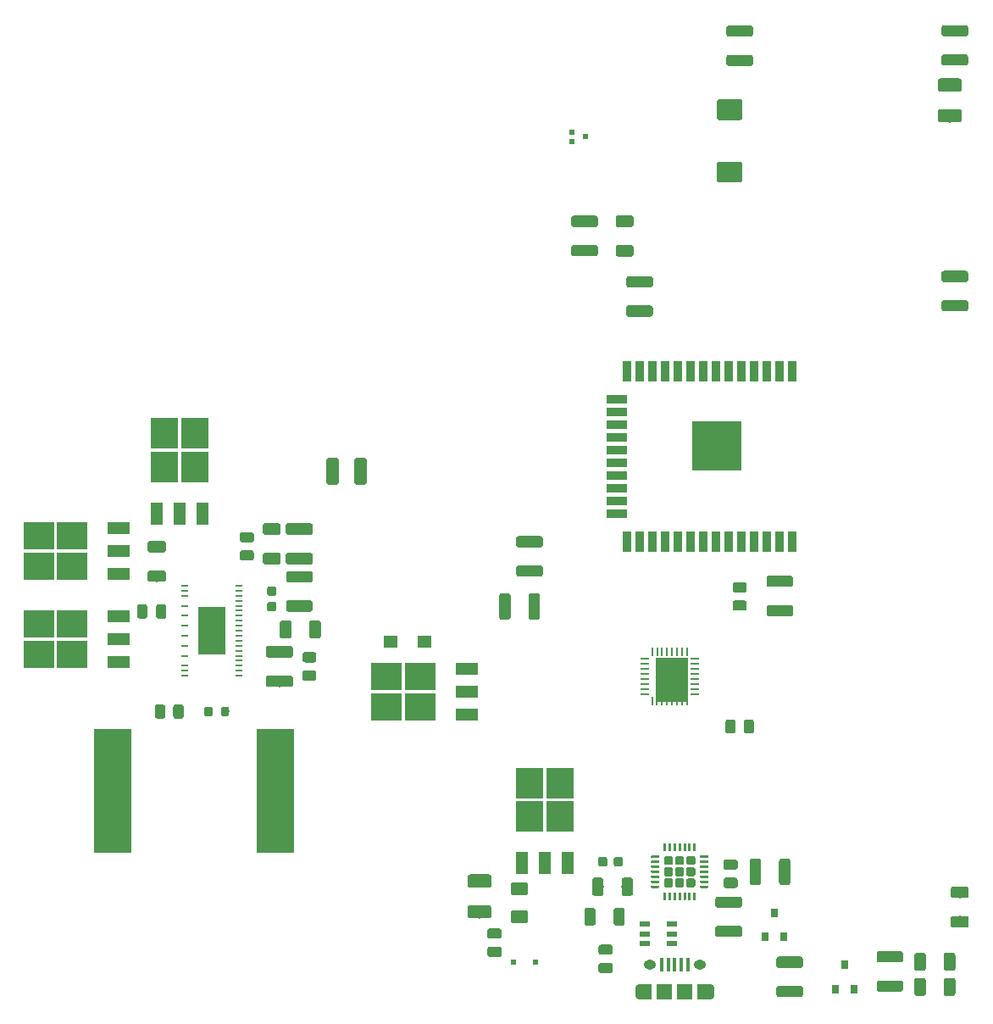
<source format=gbr>
%TF.GenerationSoftware,KiCad,Pcbnew,(5.1.2)-1*%
%TF.CreationDate,2022-02-24T14:14:44-06:00*%
%TF.ProjectId,final project circ 1,66696e61-6c20-4707-926f-6a6563742063,rev?*%
%TF.SameCoordinates,Original*%
%TF.FileFunction,Paste,Top*%
%TF.FilePolarity,Positive*%
%FSLAX46Y46*%
G04 Gerber Fmt 4.6, Leading zero omitted, Abs format (unit mm)*
G04 Created by KiCad (PCBNEW (5.1.2)-1) date 2022-02-24 14:14:44*
%MOMM*%
%LPD*%
G04 APERTURE LIST*
%ADD10R,0.977900X0.558800*%
%ADD11C,0.100000*%
%ADD12C,1.250000*%
%ADD13R,0.254000X0.812800*%
%ADD14R,0.177800X0.812800*%
%ADD15R,0.812800X0.254000*%
%ADD16R,3.200000X4.394200*%
%ADD17R,0.600000X0.500000*%
%ADD18R,0.800000X0.900000*%
%ADD19C,1.125000*%
%ADD20C,1.150000*%
%ADD21C,1.000000*%
%ADD22C,0.900000*%
%ADD23R,3.050000X2.750000*%
%ADD24R,2.200000X1.200000*%
%ADD25C,0.800000*%
%ADD26R,1.200000X2.200000*%
%ADD27R,2.750000X3.050000*%
%ADD28R,3.850000X12.350000*%
%ADD29C,1.025000*%
%ADD30R,2.740000X4.750000*%
%ADD31R,0.750000X0.250000*%
%ADD32C,2.075000*%
%ADD33R,0.500000X0.500000*%
%ADD34R,1.470000X1.270000*%
%ADD35R,0.400000X1.350000*%
%ADD36O,0.890000X1.550000*%
%ADD37R,1.500000X1.550000*%
%ADD38R,1.200000X1.550000*%
%ADD39O,1.250000X0.950000*%
%ADD40C,0.250000*%
%ADD41R,5.000000X5.000000*%
%ADD42R,0.900000X2.000000*%
%ADD43R,2.000000X0.900000*%
%ADD44C,1.325000*%
G04 APERTURE END LIST*
D10*
%TO.C,U4*%
X163140250Y-145750001D03*
X163140250Y-144800000D03*
X163140250Y-143849999D03*
X160409750Y-143849999D03*
X160409750Y-144800000D03*
X160409750Y-145750001D03*
%TD*%
D11*
%TO.C,D7*%
G36*
X148549504Y-139676204D02*
G01*
X148573773Y-139679804D01*
X148597571Y-139685765D01*
X148620671Y-139694030D01*
X148642849Y-139704520D01*
X148663893Y-139717133D01*
X148683598Y-139731747D01*
X148701777Y-139748223D01*
X148718253Y-139766402D01*
X148732867Y-139786107D01*
X148745480Y-139807151D01*
X148755970Y-139829329D01*
X148764235Y-139852429D01*
X148770196Y-139876227D01*
X148773796Y-139900496D01*
X148775000Y-139925000D01*
X148775000Y-140675000D01*
X148773796Y-140699504D01*
X148770196Y-140723773D01*
X148764235Y-140747571D01*
X148755970Y-140770671D01*
X148745480Y-140792849D01*
X148732867Y-140813893D01*
X148718253Y-140833598D01*
X148701777Y-140851777D01*
X148683598Y-140868253D01*
X148663893Y-140882867D01*
X148642849Y-140895480D01*
X148620671Y-140905970D01*
X148597571Y-140914235D01*
X148573773Y-140920196D01*
X148549504Y-140923796D01*
X148525000Y-140925000D01*
X147275000Y-140925000D01*
X147250496Y-140923796D01*
X147226227Y-140920196D01*
X147202429Y-140914235D01*
X147179329Y-140905970D01*
X147157151Y-140895480D01*
X147136107Y-140882867D01*
X147116402Y-140868253D01*
X147098223Y-140851777D01*
X147081747Y-140833598D01*
X147067133Y-140813893D01*
X147054520Y-140792849D01*
X147044030Y-140770671D01*
X147035765Y-140747571D01*
X147029804Y-140723773D01*
X147026204Y-140699504D01*
X147025000Y-140675000D01*
X147025000Y-139925000D01*
X147026204Y-139900496D01*
X147029804Y-139876227D01*
X147035765Y-139852429D01*
X147044030Y-139829329D01*
X147054520Y-139807151D01*
X147067133Y-139786107D01*
X147081747Y-139766402D01*
X147098223Y-139748223D01*
X147116402Y-139731747D01*
X147136107Y-139717133D01*
X147157151Y-139704520D01*
X147179329Y-139694030D01*
X147202429Y-139685765D01*
X147226227Y-139679804D01*
X147250496Y-139676204D01*
X147275000Y-139675000D01*
X148525000Y-139675000D01*
X148549504Y-139676204D01*
X148549504Y-139676204D01*
G37*
D12*
X147900000Y-140300000D03*
D11*
G36*
X148549504Y-142476204D02*
G01*
X148573773Y-142479804D01*
X148597571Y-142485765D01*
X148620671Y-142494030D01*
X148642849Y-142504520D01*
X148663893Y-142517133D01*
X148683598Y-142531747D01*
X148701777Y-142548223D01*
X148718253Y-142566402D01*
X148732867Y-142586107D01*
X148745480Y-142607151D01*
X148755970Y-142629329D01*
X148764235Y-142652429D01*
X148770196Y-142676227D01*
X148773796Y-142700496D01*
X148775000Y-142725000D01*
X148775000Y-143475000D01*
X148773796Y-143499504D01*
X148770196Y-143523773D01*
X148764235Y-143547571D01*
X148755970Y-143570671D01*
X148745480Y-143592849D01*
X148732867Y-143613893D01*
X148718253Y-143633598D01*
X148701777Y-143651777D01*
X148683598Y-143668253D01*
X148663893Y-143682867D01*
X148642849Y-143695480D01*
X148620671Y-143705970D01*
X148597571Y-143714235D01*
X148573773Y-143720196D01*
X148549504Y-143723796D01*
X148525000Y-143725000D01*
X147275000Y-143725000D01*
X147250496Y-143723796D01*
X147226227Y-143720196D01*
X147202429Y-143714235D01*
X147179329Y-143705970D01*
X147157151Y-143695480D01*
X147136107Y-143682867D01*
X147116402Y-143668253D01*
X147098223Y-143651777D01*
X147081747Y-143633598D01*
X147067133Y-143613893D01*
X147054520Y-143592849D01*
X147044030Y-143570671D01*
X147035765Y-143547571D01*
X147029804Y-143523773D01*
X147026204Y-143499504D01*
X147025000Y-143475000D01*
X147025000Y-142725000D01*
X147026204Y-142700496D01*
X147029804Y-142676227D01*
X147035765Y-142652429D01*
X147044030Y-142629329D01*
X147054520Y-142607151D01*
X147067133Y-142586107D01*
X147081747Y-142566402D01*
X147098223Y-142548223D01*
X147116402Y-142531747D01*
X147136107Y-142517133D01*
X147157151Y-142504520D01*
X147179329Y-142494030D01*
X147202429Y-142485765D01*
X147226227Y-142479804D01*
X147250496Y-142476204D01*
X147275000Y-142475000D01*
X148525000Y-142475000D01*
X148549504Y-142476204D01*
X148549504Y-142476204D01*
G37*
D12*
X147900000Y-143100000D03*
%TD*%
D11*
%TO.C,C24*%
G36*
X129599504Y-97276204D02*
G01*
X129623773Y-97279804D01*
X129647571Y-97285765D01*
X129670671Y-97294030D01*
X129692849Y-97304520D01*
X129713893Y-97317133D01*
X129733598Y-97331747D01*
X129751777Y-97348223D01*
X129768253Y-97366402D01*
X129782867Y-97386107D01*
X129795480Y-97407151D01*
X129805970Y-97429329D01*
X129814235Y-97452429D01*
X129820196Y-97476227D01*
X129823796Y-97500496D01*
X129825000Y-97525000D01*
X129825000Y-99675000D01*
X129823796Y-99699504D01*
X129820196Y-99723773D01*
X129814235Y-99747571D01*
X129805970Y-99770671D01*
X129795480Y-99792849D01*
X129782867Y-99813893D01*
X129768253Y-99833598D01*
X129751777Y-99851777D01*
X129733598Y-99868253D01*
X129713893Y-99882867D01*
X129692849Y-99895480D01*
X129670671Y-99905970D01*
X129647571Y-99914235D01*
X129623773Y-99920196D01*
X129599504Y-99923796D01*
X129575000Y-99925000D01*
X128825000Y-99925000D01*
X128800496Y-99923796D01*
X128776227Y-99920196D01*
X128752429Y-99914235D01*
X128729329Y-99905970D01*
X128707151Y-99895480D01*
X128686107Y-99882867D01*
X128666402Y-99868253D01*
X128648223Y-99851777D01*
X128631747Y-99833598D01*
X128617133Y-99813893D01*
X128604520Y-99792849D01*
X128594030Y-99770671D01*
X128585765Y-99747571D01*
X128579804Y-99723773D01*
X128576204Y-99699504D01*
X128575000Y-99675000D01*
X128575000Y-97525000D01*
X128576204Y-97500496D01*
X128579804Y-97476227D01*
X128585765Y-97452429D01*
X128594030Y-97429329D01*
X128604520Y-97407151D01*
X128617133Y-97386107D01*
X128631747Y-97366402D01*
X128648223Y-97348223D01*
X128666402Y-97331747D01*
X128686107Y-97317133D01*
X128707151Y-97304520D01*
X128729329Y-97294030D01*
X128752429Y-97285765D01*
X128776227Y-97279804D01*
X128800496Y-97276204D01*
X128825000Y-97275000D01*
X129575000Y-97275000D01*
X129599504Y-97276204D01*
X129599504Y-97276204D01*
G37*
D12*
X129200000Y-98600000D03*
D11*
G36*
X132399504Y-97276204D02*
G01*
X132423773Y-97279804D01*
X132447571Y-97285765D01*
X132470671Y-97294030D01*
X132492849Y-97304520D01*
X132513893Y-97317133D01*
X132533598Y-97331747D01*
X132551777Y-97348223D01*
X132568253Y-97366402D01*
X132582867Y-97386107D01*
X132595480Y-97407151D01*
X132605970Y-97429329D01*
X132614235Y-97452429D01*
X132620196Y-97476227D01*
X132623796Y-97500496D01*
X132625000Y-97525000D01*
X132625000Y-99675000D01*
X132623796Y-99699504D01*
X132620196Y-99723773D01*
X132614235Y-99747571D01*
X132605970Y-99770671D01*
X132595480Y-99792849D01*
X132582867Y-99813893D01*
X132568253Y-99833598D01*
X132551777Y-99851777D01*
X132533598Y-99868253D01*
X132513893Y-99882867D01*
X132492849Y-99895480D01*
X132470671Y-99905970D01*
X132447571Y-99914235D01*
X132423773Y-99920196D01*
X132399504Y-99923796D01*
X132375000Y-99925000D01*
X131625000Y-99925000D01*
X131600496Y-99923796D01*
X131576227Y-99920196D01*
X131552429Y-99914235D01*
X131529329Y-99905970D01*
X131507151Y-99895480D01*
X131486107Y-99882867D01*
X131466402Y-99868253D01*
X131448223Y-99851777D01*
X131431747Y-99833598D01*
X131417133Y-99813893D01*
X131404520Y-99792849D01*
X131394030Y-99770671D01*
X131385765Y-99747571D01*
X131379804Y-99723773D01*
X131376204Y-99699504D01*
X131375000Y-99675000D01*
X131375000Y-97525000D01*
X131376204Y-97500496D01*
X131379804Y-97476227D01*
X131385765Y-97452429D01*
X131394030Y-97429329D01*
X131404520Y-97407151D01*
X131417133Y-97386107D01*
X131431747Y-97366402D01*
X131448223Y-97348223D01*
X131466402Y-97331747D01*
X131486107Y-97317133D01*
X131507151Y-97304520D01*
X131529329Y-97294030D01*
X131552429Y-97285765D01*
X131576227Y-97279804D01*
X131600496Y-97276204D01*
X131625000Y-97275000D01*
X132375000Y-97275000D01*
X132399504Y-97276204D01*
X132399504Y-97276204D01*
G37*
D12*
X132000000Y-98600000D03*
%TD*%
D13*
%TO.C,U8*%
X161150001Y-121576500D03*
D14*
X161604610Y-121576500D03*
D13*
X162115899Y-121576500D03*
X162615901Y-121576500D03*
X163115900Y-121576500D03*
X163615902Y-121576500D03*
X164115901Y-121576500D03*
D14*
X164627190Y-121576500D03*
D15*
X165376500Y-120849999D03*
X165376500Y-120350000D03*
X165376500Y-119850001D03*
X165376500Y-119350000D03*
X165376500Y-118850000D03*
X165376500Y-118349999D03*
X165376500Y-117850000D03*
X165376500Y-117350001D03*
D13*
X164649999Y-116623500D03*
X164150000Y-116623500D03*
X163650001Y-116623500D03*
X163150000Y-116623500D03*
X162650000Y-116623500D03*
X162149999Y-116623500D03*
X161650000Y-116623500D03*
X161150001Y-116623500D03*
D15*
X160423500Y-117350001D03*
X160423500Y-117850000D03*
X160423500Y-118349999D03*
X160423500Y-118850000D03*
X160423500Y-119350000D03*
X160423500Y-119850001D03*
X160423500Y-120350000D03*
X160423500Y-120849999D03*
D16*
X163100000Y-119450000D03*
%TD*%
D17*
%TO.C,Q7*%
X154450000Y-65200000D03*
X153150000Y-65700000D03*
X153150000Y-64700000D03*
%TD*%
D18*
%TO.C,Q4*%
X173369601Y-142686001D03*
X174319601Y-145086001D03*
X172419601Y-145086001D03*
%TD*%
%TO.C,Q5*%
X180400000Y-147900000D03*
X181350000Y-150300000D03*
X179450000Y-150300000D03*
%TD*%
D11*
%TO.C,R10*%
G36*
X158199505Y-142226204D02*
G01*
X158223773Y-142229804D01*
X158247572Y-142235765D01*
X158270671Y-142244030D01*
X158292850Y-142254520D01*
X158313893Y-142267132D01*
X158333599Y-142281747D01*
X158351777Y-142298223D01*
X158368253Y-142316401D01*
X158382868Y-142336107D01*
X158395480Y-142357150D01*
X158405970Y-142379329D01*
X158414235Y-142402428D01*
X158420196Y-142426227D01*
X158423796Y-142450495D01*
X158425000Y-142474999D01*
X158425000Y-143725001D01*
X158423796Y-143749505D01*
X158420196Y-143773773D01*
X158414235Y-143797572D01*
X158405970Y-143820671D01*
X158395480Y-143842850D01*
X158382868Y-143863893D01*
X158368253Y-143883599D01*
X158351777Y-143901777D01*
X158333599Y-143918253D01*
X158313893Y-143932868D01*
X158292850Y-143945480D01*
X158270671Y-143955970D01*
X158247572Y-143964235D01*
X158223773Y-143970196D01*
X158199505Y-143973796D01*
X158175001Y-143975000D01*
X157549999Y-143975000D01*
X157525495Y-143973796D01*
X157501227Y-143970196D01*
X157477428Y-143964235D01*
X157454329Y-143955970D01*
X157432150Y-143945480D01*
X157411107Y-143932868D01*
X157391401Y-143918253D01*
X157373223Y-143901777D01*
X157356747Y-143883599D01*
X157342132Y-143863893D01*
X157329520Y-143842850D01*
X157319030Y-143820671D01*
X157310765Y-143797572D01*
X157304804Y-143773773D01*
X157301204Y-143749505D01*
X157300000Y-143725001D01*
X157300000Y-142474999D01*
X157301204Y-142450495D01*
X157304804Y-142426227D01*
X157310765Y-142402428D01*
X157319030Y-142379329D01*
X157329520Y-142357150D01*
X157342132Y-142336107D01*
X157356747Y-142316401D01*
X157373223Y-142298223D01*
X157391401Y-142281747D01*
X157411107Y-142267132D01*
X157432150Y-142254520D01*
X157454329Y-142244030D01*
X157477428Y-142235765D01*
X157501227Y-142229804D01*
X157525495Y-142226204D01*
X157549999Y-142225000D01*
X158175001Y-142225000D01*
X158199505Y-142226204D01*
X158199505Y-142226204D01*
G37*
D19*
X157862500Y-143100000D03*
D11*
G36*
X155274505Y-142226204D02*
G01*
X155298773Y-142229804D01*
X155322572Y-142235765D01*
X155345671Y-142244030D01*
X155367850Y-142254520D01*
X155388893Y-142267132D01*
X155408599Y-142281747D01*
X155426777Y-142298223D01*
X155443253Y-142316401D01*
X155457868Y-142336107D01*
X155470480Y-142357150D01*
X155480970Y-142379329D01*
X155489235Y-142402428D01*
X155495196Y-142426227D01*
X155498796Y-142450495D01*
X155500000Y-142474999D01*
X155500000Y-143725001D01*
X155498796Y-143749505D01*
X155495196Y-143773773D01*
X155489235Y-143797572D01*
X155480970Y-143820671D01*
X155470480Y-143842850D01*
X155457868Y-143863893D01*
X155443253Y-143883599D01*
X155426777Y-143901777D01*
X155408599Y-143918253D01*
X155388893Y-143932868D01*
X155367850Y-143945480D01*
X155345671Y-143955970D01*
X155322572Y-143964235D01*
X155298773Y-143970196D01*
X155274505Y-143973796D01*
X155250001Y-143975000D01*
X154624999Y-143975000D01*
X154600495Y-143973796D01*
X154576227Y-143970196D01*
X154552428Y-143964235D01*
X154529329Y-143955970D01*
X154507150Y-143945480D01*
X154486107Y-143932868D01*
X154466401Y-143918253D01*
X154448223Y-143901777D01*
X154431747Y-143883599D01*
X154417132Y-143863893D01*
X154404520Y-143842850D01*
X154394030Y-143820671D01*
X154385765Y-143797572D01*
X154379804Y-143773773D01*
X154376204Y-143749505D01*
X154375000Y-143725001D01*
X154375000Y-142474999D01*
X154376204Y-142450495D01*
X154379804Y-142426227D01*
X154385765Y-142402428D01*
X154394030Y-142379329D01*
X154404520Y-142357150D01*
X154417132Y-142336107D01*
X154431747Y-142316401D01*
X154448223Y-142298223D01*
X154466401Y-142281747D01*
X154486107Y-142267132D01*
X154507150Y-142254520D01*
X154529329Y-142244030D01*
X154552428Y-142235765D01*
X154576227Y-142229804D01*
X154600495Y-142226204D01*
X154624999Y-142225000D01*
X155250001Y-142225000D01*
X155274505Y-142226204D01*
X155274505Y-142226204D01*
G37*
D19*
X154937500Y-143100000D03*
%TD*%
D11*
%TO.C,C6*%
G36*
X112324505Y-108501204D02*
G01*
X112348773Y-108504804D01*
X112372572Y-108510765D01*
X112395671Y-108519030D01*
X112417850Y-108529520D01*
X112438893Y-108542132D01*
X112458599Y-108556747D01*
X112476777Y-108573223D01*
X112493253Y-108591401D01*
X112507868Y-108611107D01*
X112520480Y-108632150D01*
X112530970Y-108654329D01*
X112539235Y-108677428D01*
X112545196Y-108701227D01*
X112548796Y-108725495D01*
X112550000Y-108749999D01*
X112550000Y-109400001D01*
X112548796Y-109424505D01*
X112545196Y-109448773D01*
X112539235Y-109472572D01*
X112530970Y-109495671D01*
X112520480Y-109517850D01*
X112507868Y-109538893D01*
X112493253Y-109558599D01*
X112476777Y-109576777D01*
X112458599Y-109593253D01*
X112438893Y-109607868D01*
X112417850Y-109620480D01*
X112395671Y-109630970D01*
X112372572Y-109639235D01*
X112348773Y-109645196D01*
X112324505Y-109648796D01*
X112300001Y-109650000D01*
X110999999Y-109650000D01*
X110975495Y-109648796D01*
X110951227Y-109645196D01*
X110927428Y-109639235D01*
X110904329Y-109630970D01*
X110882150Y-109620480D01*
X110861107Y-109607868D01*
X110841401Y-109593253D01*
X110823223Y-109576777D01*
X110806747Y-109558599D01*
X110792132Y-109538893D01*
X110779520Y-109517850D01*
X110769030Y-109495671D01*
X110760765Y-109472572D01*
X110754804Y-109448773D01*
X110751204Y-109424505D01*
X110750000Y-109400001D01*
X110750000Y-108749999D01*
X110751204Y-108725495D01*
X110754804Y-108701227D01*
X110760765Y-108677428D01*
X110769030Y-108654329D01*
X110779520Y-108632150D01*
X110792132Y-108611107D01*
X110806747Y-108591401D01*
X110823223Y-108573223D01*
X110841401Y-108556747D01*
X110861107Y-108542132D01*
X110882150Y-108529520D01*
X110904329Y-108519030D01*
X110927428Y-108510765D01*
X110951227Y-108504804D01*
X110975495Y-108501204D01*
X110999999Y-108500000D01*
X112300001Y-108500000D01*
X112324505Y-108501204D01*
X112324505Y-108501204D01*
G37*
D20*
X111650000Y-109075000D03*
D11*
G36*
X112324505Y-105551204D02*
G01*
X112348773Y-105554804D01*
X112372572Y-105560765D01*
X112395671Y-105569030D01*
X112417850Y-105579520D01*
X112438893Y-105592132D01*
X112458599Y-105606747D01*
X112476777Y-105623223D01*
X112493253Y-105641401D01*
X112507868Y-105661107D01*
X112520480Y-105682150D01*
X112530970Y-105704329D01*
X112539235Y-105727428D01*
X112545196Y-105751227D01*
X112548796Y-105775495D01*
X112550000Y-105799999D01*
X112550000Y-106450001D01*
X112548796Y-106474505D01*
X112545196Y-106498773D01*
X112539235Y-106522572D01*
X112530970Y-106545671D01*
X112520480Y-106567850D01*
X112507868Y-106588893D01*
X112493253Y-106608599D01*
X112476777Y-106626777D01*
X112458599Y-106643253D01*
X112438893Y-106657868D01*
X112417850Y-106670480D01*
X112395671Y-106680970D01*
X112372572Y-106689235D01*
X112348773Y-106695196D01*
X112324505Y-106698796D01*
X112300001Y-106700000D01*
X110999999Y-106700000D01*
X110975495Y-106698796D01*
X110951227Y-106695196D01*
X110927428Y-106689235D01*
X110904329Y-106680970D01*
X110882150Y-106670480D01*
X110861107Y-106657868D01*
X110841401Y-106643253D01*
X110823223Y-106626777D01*
X110806747Y-106608599D01*
X110792132Y-106588893D01*
X110779520Y-106567850D01*
X110769030Y-106545671D01*
X110760765Y-106522572D01*
X110754804Y-106498773D01*
X110751204Y-106474505D01*
X110750000Y-106450001D01*
X110750000Y-105799999D01*
X110751204Y-105775495D01*
X110754804Y-105751227D01*
X110760765Y-105727428D01*
X110769030Y-105704329D01*
X110779520Y-105682150D01*
X110792132Y-105661107D01*
X110806747Y-105641401D01*
X110823223Y-105623223D01*
X110841401Y-105606747D01*
X110861107Y-105592132D01*
X110882150Y-105579520D01*
X110904329Y-105569030D01*
X110927428Y-105560765D01*
X110951227Y-105554804D01*
X110975495Y-105551204D01*
X110999999Y-105550000D01*
X112300001Y-105550000D01*
X112324505Y-105551204D01*
X112324505Y-105551204D01*
G37*
D20*
X111650000Y-106125000D03*
%TD*%
D11*
%TO.C,C3*%
G36*
X123824505Y-106751204D02*
G01*
X123848773Y-106754804D01*
X123872572Y-106760765D01*
X123895671Y-106769030D01*
X123917850Y-106779520D01*
X123938893Y-106792132D01*
X123958599Y-106806747D01*
X123976777Y-106823223D01*
X123993253Y-106841401D01*
X124007868Y-106861107D01*
X124020480Y-106882150D01*
X124030970Y-106904329D01*
X124039235Y-106927428D01*
X124045196Y-106951227D01*
X124048796Y-106975495D01*
X124050000Y-106999999D01*
X124050000Y-107650001D01*
X124048796Y-107674505D01*
X124045196Y-107698773D01*
X124039235Y-107722572D01*
X124030970Y-107745671D01*
X124020480Y-107767850D01*
X124007868Y-107788893D01*
X123993253Y-107808599D01*
X123976777Y-107826777D01*
X123958599Y-107843253D01*
X123938893Y-107857868D01*
X123917850Y-107870480D01*
X123895671Y-107880970D01*
X123872572Y-107889235D01*
X123848773Y-107895196D01*
X123824505Y-107898796D01*
X123800001Y-107900000D01*
X122499999Y-107900000D01*
X122475495Y-107898796D01*
X122451227Y-107895196D01*
X122427428Y-107889235D01*
X122404329Y-107880970D01*
X122382150Y-107870480D01*
X122361107Y-107857868D01*
X122341401Y-107843253D01*
X122323223Y-107826777D01*
X122306747Y-107808599D01*
X122292132Y-107788893D01*
X122279520Y-107767850D01*
X122269030Y-107745671D01*
X122260765Y-107722572D01*
X122254804Y-107698773D01*
X122251204Y-107674505D01*
X122250000Y-107650001D01*
X122250000Y-106999999D01*
X122251204Y-106975495D01*
X122254804Y-106951227D01*
X122260765Y-106927428D01*
X122269030Y-106904329D01*
X122279520Y-106882150D01*
X122292132Y-106861107D01*
X122306747Y-106841401D01*
X122323223Y-106823223D01*
X122341401Y-106806747D01*
X122361107Y-106792132D01*
X122382150Y-106779520D01*
X122404329Y-106769030D01*
X122427428Y-106760765D01*
X122451227Y-106754804D01*
X122475495Y-106751204D01*
X122499999Y-106750000D01*
X123800001Y-106750000D01*
X123824505Y-106751204D01*
X123824505Y-106751204D01*
G37*
D20*
X123150000Y-107325000D03*
D11*
G36*
X123824505Y-103801204D02*
G01*
X123848773Y-103804804D01*
X123872572Y-103810765D01*
X123895671Y-103819030D01*
X123917850Y-103829520D01*
X123938893Y-103842132D01*
X123958599Y-103856747D01*
X123976777Y-103873223D01*
X123993253Y-103891401D01*
X124007868Y-103911107D01*
X124020480Y-103932150D01*
X124030970Y-103954329D01*
X124039235Y-103977428D01*
X124045196Y-104001227D01*
X124048796Y-104025495D01*
X124050000Y-104049999D01*
X124050000Y-104700001D01*
X124048796Y-104724505D01*
X124045196Y-104748773D01*
X124039235Y-104772572D01*
X124030970Y-104795671D01*
X124020480Y-104817850D01*
X124007868Y-104838893D01*
X123993253Y-104858599D01*
X123976777Y-104876777D01*
X123958599Y-104893253D01*
X123938893Y-104907868D01*
X123917850Y-104920480D01*
X123895671Y-104930970D01*
X123872572Y-104939235D01*
X123848773Y-104945196D01*
X123824505Y-104948796D01*
X123800001Y-104950000D01*
X122499999Y-104950000D01*
X122475495Y-104948796D01*
X122451227Y-104945196D01*
X122427428Y-104939235D01*
X122404329Y-104930970D01*
X122382150Y-104920480D01*
X122361107Y-104907868D01*
X122341401Y-104893253D01*
X122323223Y-104876777D01*
X122306747Y-104858599D01*
X122292132Y-104838893D01*
X122279520Y-104817850D01*
X122269030Y-104795671D01*
X122260765Y-104772572D01*
X122254804Y-104748773D01*
X122251204Y-104724505D01*
X122250000Y-104700001D01*
X122250000Y-104049999D01*
X122251204Y-104025495D01*
X122254804Y-104001227D01*
X122260765Y-103977428D01*
X122269030Y-103954329D01*
X122279520Y-103932150D01*
X122292132Y-103911107D01*
X122306747Y-103891401D01*
X122323223Y-103873223D01*
X122341401Y-103856747D01*
X122361107Y-103842132D01*
X122382150Y-103829520D01*
X122404329Y-103819030D01*
X122427428Y-103810765D01*
X122451227Y-103804804D01*
X122475495Y-103801204D01*
X122499999Y-103800000D01*
X123800001Y-103800000D01*
X123824505Y-103801204D01*
X123824505Y-103801204D01*
G37*
D20*
X123150000Y-104375000D03*
%TD*%
D11*
%TO.C,C5*%
G36*
X125024505Y-116051204D02*
G01*
X125048773Y-116054804D01*
X125072572Y-116060765D01*
X125095671Y-116069030D01*
X125117850Y-116079520D01*
X125138893Y-116092132D01*
X125158599Y-116106747D01*
X125176777Y-116123223D01*
X125193253Y-116141401D01*
X125207868Y-116161107D01*
X125220480Y-116182150D01*
X125230970Y-116204329D01*
X125239235Y-116227428D01*
X125245196Y-116251227D01*
X125248796Y-116275495D01*
X125250000Y-116299999D01*
X125250000Y-116950001D01*
X125248796Y-116974505D01*
X125245196Y-116998773D01*
X125239235Y-117022572D01*
X125230970Y-117045671D01*
X125220480Y-117067850D01*
X125207868Y-117088893D01*
X125193253Y-117108599D01*
X125176777Y-117126777D01*
X125158599Y-117143253D01*
X125138893Y-117157868D01*
X125117850Y-117170480D01*
X125095671Y-117180970D01*
X125072572Y-117189235D01*
X125048773Y-117195196D01*
X125024505Y-117198796D01*
X125000001Y-117200000D01*
X122799999Y-117200000D01*
X122775495Y-117198796D01*
X122751227Y-117195196D01*
X122727428Y-117189235D01*
X122704329Y-117180970D01*
X122682150Y-117170480D01*
X122661107Y-117157868D01*
X122641401Y-117143253D01*
X122623223Y-117126777D01*
X122606747Y-117108599D01*
X122592132Y-117088893D01*
X122579520Y-117067850D01*
X122569030Y-117045671D01*
X122560765Y-117022572D01*
X122554804Y-116998773D01*
X122551204Y-116974505D01*
X122550000Y-116950001D01*
X122550000Y-116299999D01*
X122551204Y-116275495D01*
X122554804Y-116251227D01*
X122560765Y-116227428D01*
X122569030Y-116204329D01*
X122579520Y-116182150D01*
X122592132Y-116161107D01*
X122606747Y-116141401D01*
X122623223Y-116123223D01*
X122641401Y-116106747D01*
X122661107Y-116092132D01*
X122682150Y-116079520D01*
X122704329Y-116069030D01*
X122727428Y-116060765D01*
X122751227Y-116054804D01*
X122775495Y-116051204D01*
X122799999Y-116050000D01*
X125000001Y-116050000D01*
X125024505Y-116051204D01*
X125024505Y-116051204D01*
G37*
D20*
X123900000Y-116625000D03*
D11*
G36*
X125024505Y-119001204D02*
G01*
X125048773Y-119004804D01*
X125072572Y-119010765D01*
X125095671Y-119019030D01*
X125117850Y-119029520D01*
X125138893Y-119042132D01*
X125158599Y-119056747D01*
X125176777Y-119073223D01*
X125193253Y-119091401D01*
X125207868Y-119111107D01*
X125220480Y-119132150D01*
X125230970Y-119154329D01*
X125239235Y-119177428D01*
X125245196Y-119201227D01*
X125248796Y-119225495D01*
X125250000Y-119249999D01*
X125250000Y-119900001D01*
X125248796Y-119924505D01*
X125245196Y-119948773D01*
X125239235Y-119972572D01*
X125230970Y-119995671D01*
X125220480Y-120017850D01*
X125207868Y-120038893D01*
X125193253Y-120058599D01*
X125176777Y-120076777D01*
X125158599Y-120093253D01*
X125138893Y-120107868D01*
X125117850Y-120120480D01*
X125095671Y-120130970D01*
X125072572Y-120139235D01*
X125048773Y-120145196D01*
X125024505Y-120148796D01*
X125000001Y-120150000D01*
X122799999Y-120150000D01*
X122775495Y-120148796D01*
X122751227Y-120145196D01*
X122727428Y-120139235D01*
X122704329Y-120130970D01*
X122682150Y-120120480D01*
X122661107Y-120107868D01*
X122641401Y-120093253D01*
X122623223Y-120076777D01*
X122606747Y-120058599D01*
X122592132Y-120038893D01*
X122579520Y-120017850D01*
X122569030Y-119995671D01*
X122560765Y-119972572D01*
X122554804Y-119948773D01*
X122551204Y-119924505D01*
X122550000Y-119900001D01*
X122550000Y-119249999D01*
X122551204Y-119225495D01*
X122554804Y-119201227D01*
X122560765Y-119177428D01*
X122569030Y-119154329D01*
X122579520Y-119132150D01*
X122592132Y-119111107D01*
X122606747Y-119091401D01*
X122623223Y-119073223D01*
X122641401Y-119056747D01*
X122661107Y-119042132D01*
X122682150Y-119029520D01*
X122704329Y-119019030D01*
X122727428Y-119010765D01*
X122751227Y-119004804D01*
X122775495Y-119001204D01*
X122799999Y-119000000D01*
X125000001Y-119000000D01*
X125024505Y-119001204D01*
X125024505Y-119001204D01*
G37*
D20*
X123900000Y-119575000D03*
%TD*%
D11*
%TO.C,C7*%
G36*
X110474504Y-111876204D02*
G01*
X110498773Y-111879804D01*
X110522571Y-111885765D01*
X110545671Y-111894030D01*
X110567849Y-111904520D01*
X110588893Y-111917133D01*
X110608598Y-111931747D01*
X110626777Y-111948223D01*
X110643253Y-111966402D01*
X110657867Y-111986107D01*
X110670480Y-112007151D01*
X110680970Y-112029329D01*
X110689235Y-112052429D01*
X110695196Y-112076227D01*
X110698796Y-112100496D01*
X110700000Y-112125000D01*
X110700000Y-113075000D01*
X110698796Y-113099504D01*
X110695196Y-113123773D01*
X110689235Y-113147571D01*
X110680970Y-113170671D01*
X110670480Y-113192849D01*
X110657867Y-113213893D01*
X110643253Y-113233598D01*
X110626777Y-113251777D01*
X110608598Y-113268253D01*
X110588893Y-113282867D01*
X110567849Y-113295480D01*
X110545671Y-113305970D01*
X110522571Y-113314235D01*
X110498773Y-113320196D01*
X110474504Y-113323796D01*
X110450000Y-113325000D01*
X109950000Y-113325000D01*
X109925496Y-113323796D01*
X109901227Y-113320196D01*
X109877429Y-113314235D01*
X109854329Y-113305970D01*
X109832151Y-113295480D01*
X109811107Y-113282867D01*
X109791402Y-113268253D01*
X109773223Y-113251777D01*
X109756747Y-113233598D01*
X109742133Y-113213893D01*
X109729520Y-113192849D01*
X109719030Y-113170671D01*
X109710765Y-113147571D01*
X109704804Y-113123773D01*
X109701204Y-113099504D01*
X109700000Y-113075000D01*
X109700000Y-112125000D01*
X109701204Y-112100496D01*
X109704804Y-112076227D01*
X109710765Y-112052429D01*
X109719030Y-112029329D01*
X109729520Y-112007151D01*
X109742133Y-111986107D01*
X109756747Y-111966402D01*
X109773223Y-111948223D01*
X109791402Y-111931747D01*
X109811107Y-111917133D01*
X109832151Y-111904520D01*
X109854329Y-111894030D01*
X109877429Y-111885765D01*
X109901227Y-111879804D01*
X109925496Y-111876204D01*
X109950000Y-111875000D01*
X110450000Y-111875000D01*
X110474504Y-111876204D01*
X110474504Y-111876204D01*
G37*
D21*
X110200000Y-112600000D03*
D11*
G36*
X112374504Y-111876204D02*
G01*
X112398773Y-111879804D01*
X112422571Y-111885765D01*
X112445671Y-111894030D01*
X112467849Y-111904520D01*
X112488893Y-111917133D01*
X112508598Y-111931747D01*
X112526777Y-111948223D01*
X112543253Y-111966402D01*
X112557867Y-111986107D01*
X112570480Y-112007151D01*
X112580970Y-112029329D01*
X112589235Y-112052429D01*
X112595196Y-112076227D01*
X112598796Y-112100496D01*
X112600000Y-112125000D01*
X112600000Y-113075000D01*
X112598796Y-113099504D01*
X112595196Y-113123773D01*
X112589235Y-113147571D01*
X112580970Y-113170671D01*
X112570480Y-113192849D01*
X112557867Y-113213893D01*
X112543253Y-113233598D01*
X112526777Y-113251777D01*
X112508598Y-113268253D01*
X112488893Y-113282867D01*
X112467849Y-113295480D01*
X112445671Y-113305970D01*
X112422571Y-113314235D01*
X112398773Y-113320196D01*
X112374504Y-113323796D01*
X112350000Y-113325000D01*
X111850000Y-113325000D01*
X111825496Y-113323796D01*
X111801227Y-113320196D01*
X111777429Y-113314235D01*
X111754329Y-113305970D01*
X111732151Y-113295480D01*
X111711107Y-113282867D01*
X111691402Y-113268253D01*
X111673223Y-113251777D01*
X111656747Y-113233598D01*
X111642133Y-113213893D01*
X111629520Y-113192849D01*
X111619030Y-113170671D01*
X111610765Y-113147571D01*
X111604804Y-113123773D01*
X111601204Y-113099504D01*
X111600000Y-113075000D01*
X111600000Y-112125000D01*
X111601204Y-112100496D01*
X111604804Y-112076227D01*
X111610765Y-112052429D01*
X111619030Y-112029329D01*
X111629520Y-112007151D01*
X111642133Y-111986107D01*
X111656747Y-111966402D01*
X111673223Y-111948223D01*
X111691402Y-111931747D01*
X111711107Y-111917133D01*
X111732151Y-111904520D01*
X111754329Y-111894030D01*
X111777429Y-111885765D01*
X111801227Y-111879804D01*
X111825496Y-111876204D01*
X111850000Y-111875000D01*
X112350000Y-111875000D01*
X112374504Y-111876204D01*
X112374504Y-111876204D01*
G37*
D21*
X112100000Y-112600000D03*
%TD*%
D11*
%TO.C,C1*%
G36*
X127024505Y-103801204D02*
G01*
X127048773Y-103804804D01*
X127072572Y-103810765D01*
X127095671Y-103819030D01*
X127117850Y-103829520D01*
X127138893Y-103842132D01*
X127158599Y-103856747D01*
X127176777Y-103873223D01*
X127193253Y-103891401D01*
X127207868Y-103911107D01*
X127220480Y-103932150D01*
X127230970Y-103954329D01*
X127239235Y-103977428D01*
X127245196Y-104001227D01*
X127248796Y-104025495D01*
X127250000Y-104049999D01*
X127250000Y-104700001D01*
X127248796Y-104724505D01*
X127245196Y-104748773D01*
X127239235Y-104772572D01*
X127230970Y-104795671D01*
X127220480Y-104817850D01*
X127207868Y-104838893D01*
X127193253Y-104858599D01*
X127176777Y-104876777D01*
X127158599Y-104893253D01*
X127138893Y-104907868D01*
X127117850Y-104920480D01*
X127095671Y-104930970D01*
X127072572Y-104939235D01*
X127048773Y-104945196D01*
X127024505Y-104948796D01*
X127000001Y-104950000D01*
X124799999Y-104950000D01*
X124775495Y-104948796D01*
X124751227Y-104945196D01*
X124727428Y-104939235D01*
X124704329Y-104930970D01*
X124682150Y-104920480D01*
X124661107Y-104907868D01*
X124641401Y-104893253D01*
X124623223Y-104876777D01*
X124606747Y-104858599D01*
X124592132Y-104838893D01*
X124579520Y-104817850D01*
X124569030Y-104795671D01*
X124560765Y-104772572D01*
X124554804Y-104748773D01*
X124551204Y-104724505D01*
X124550000Y-104700001D01*
X124550000Y-104049999D01*
X124551204Y-104025495D01*
X124554804Y-104001227D01*
X124560765Y-103977428D01*
X124569030Y-103954329D01*
X124579520Y-103932150D01*
X124592132Y-103911107D01*
X124606747Y-103891401D01*
X124623223Y-103873223D01*
X124641401Y-103856747D01*
X124661107Y-103842132D01*
X124682150Y-103829520D01*
X124704329Y-103819030D01*
X124727428Y-103810765D01*
X124751227Y-103804804D01*
X124775495Y-103801204D01*
X124799999Y-103800000D01*
X127000001Y-103800000D01*
X127024505Y-103801204D01*
X127024505Y-103801204D01*
G37*
D20*
X125900000Y-104375000D03*
D11*
G36*
X127024505Y-106751204D02*
G01*
X127048773Y-106754804D01*
X127072572Y-106760765D01*
X127095671Y-106769030D01*
X127117850Y-106779520D01*
X127138893Y-106792132D01*
X127158599Y-106806747D01*
X127176777Y-106823223D01*
X127193253Y-106841401D01*
X127207868Y-106861107D01*
X127220480Y-106882150D01*
X127230970Y-106904329D01*
X127239235Y-106927428D01*
X127245196Y-106951227D01*
X127248796Y-106975495D01*
X127250000Y-106999999D01*
X127250000Y-107650001D01*
X127248796Y-107674505D01*
X127245196Y-107698773D01*
X127239235Y-107722572D01*
X127230970Y-107745671D01*
X127220480Y-107767850D01*
X127207868Y-107788893D01*
X127193253Y-107808599D01*
X127176777Y-107826777D01*
X127158599Y-107843253D01*
X127138893Y-107857868D01*
X127117850Y-107870480D01*
X127095671Y-107880970D01*
X127072572Y-107889235D01*
X127048773Y-107895196D01*
X127024505Y-107898796D01*
X127000001Y-107900000D01*
X124799999Y-107900000D01*
X124775495Y-107898796D01*
X124751227Y-107895196D01*
X124727428Y-107889235D01*
X124704329Y-107880970D01*
X124682150Y-107870480D01*
X124661107Y-107857868D01*
X124641401Y-107843253D01*
X124623223Y-107826777D01*
X124606747Y-107808599D01*
X124592132Y-107788893D01*
X124579520Y-107767850D01*
X124569030Y-107745671D01*
X124560765Y-107722572D01*
X124554804Y-107698773D01*
X124551204Y-107674505D01*
X124550000Y-107650001D01*
X124550000Y-106999999D01*
X124551204Y-106975495D01*
X124554804Y-106951227D01*
X124560765Y-106927428D01*
X124569030Y-106904329D01*
X124579520Y-106882150D01*
X124592132Y-106861107D01*
X124606747Y-106841401D01*
X124623223Y-106823223D01*
X124641401Y-106806747D01*
X124661107Y-106792132D01*
X124682150Y-106779520D01*
X124704329Y-106769030D01*
X124727428Y-106760765D01*
X124751227Y-106754804D01*
X124775495Y-106751204D01*
X124799999Y-106750000D01*
X127000001Y-106750000D01*
X127024505Y-106751204D01*
X127024505Y-106751204D01*
G37*
D20*
X125900000Y-107325000D03*
%TD*%
D11*
%TO.C,C2*%
G36*
X123422054Y-110126083D02*
G01*
X123443895Y-110129323D01*
X123465314Y-110134688D01*
X123486104Y-110142127D01*
X123506064Y-110151568D01*
X123525003Y-110162919D01*
X123542738Y-110176073D01*
X123559099Y-110190901D01*
X123573927Y-110207262D01*
X123587081Y-110224997D01*
X123598432Y-110243936D01*
X123607873Y-110263896D01*
X123615312Y-110284686D01*
X123620677Y-110306105D01*
X123623917Y-110327946D01*
X123625000Y-110350000D01*
X123625000Y-110800000D01*
X123623917Y-110822054D01*
X123620677Y-110843895D01*
X123615312Y-110865314D01*
X123607873Y-110886104D01*
X123598432Y-110906064D01*
X123587081Y-110925003D01*
X123573927Y-110942738D01*
X123559099Y-110959099D01*
X123542738Y-110973927D01*
X123525003Y-110987081D01*
X123506064Y-110998432D01*
X123486104Y-111007873D01*
X123465314Y-111015312D01*
X123443895Y-111020677D01*
X123422054Y-111023917D01*
X123400000Y-111025000D01*
X122900000Y-111025000D01*
X122877946Y-111023917D01*
X122856105Y-111020677D01*
X122834686Y-111015312D01*
X122813896Y-111007873D01*
X122793936Y-110998432D01*
X122774997Y-110987081D01*
X122757262Y-110973927D01*
X122740901Y-110959099D01*
X122726073Y-110942738D01*
X122712919Y-110925003D01*
X122701568Y-110906064D01*
X122692127Y-110886104D01*
X122684688Y-110865314D01*
X122679323Y-110843895D01*
X122676083Y-110822054D01*
X122675000Y-110800000D01*
X122675000Y-110350000D01*
X122676083Y-110327946D01*
X122679323Y-110306105D01*
X122684688Y-110284686D01*
X122692127Y-110263896D01*
X122701568Y-110243936D01*
X122712919Y-110224997D01*
X122726073Y-110207262D01*
X122740901Y-110190901D01*
X122757262Y-110176073D01*
X122774997Y-110162919D01*
X122793936Y-110151568D01*
X122813896Y-110142127D01*
X122834686Y-110134688D01*
X122856105Y-110129323D01*
X122877946Y-110126083D01*
X122900000Y-110125000D01*
X123400000Y-110125000D01*
X123422054Y-110126083D01*
X123422054Y-110126083D01*
G37*
D22*
X123150000Y-110575000D03*
D11*
G36*
X123422054Y-111676083D02*
G01*
X123443895Y-111679323D01*
X123465314Y-111684688D01*
X123486104Y-111692127D01*
X123506064Y-111701568D01*
X123525003Y-111712919D01*
X123542738Y-111726073D01*
X123559099Y-111740901D01*
X123573927Y-111757262D01*
X123587081Y-111774997D01*
X123598432Y-111793936D01*
X123607873Y-111813896D01*
X123615312Y-111834686D01*
X123620677Y-111856105D01*
X123623917Y-111877946D01*
X123625000Y-111900000D01*
X123625000Y-112350000D01*
X123623917Y-112372054D01*
X123620677Y-112393895D01*
X123615312Y-112415314D01*
X123607873Y-112436104D01*
X123598432Y-112456064D01*
X123587081Y-112475003D01*
X123573927Y-112492738D01*
X123559099Y-112509099D01*
X123542738Y-112523927D01*
X123525003Y-112537081D01*
X123506064Y-112548432D01*
X123486104Y-112557873D01*
X123465314Y-112565312D01*
X123443895Y-112570677D01*
X123422054Y-112573917D01*
X123400000Y-112575000D01*
X122900000Y-112575000D01*
X122877946Y-112573917D01*
X122856105Y-112570677D01*
X122834686Y-112565312D01*
X122813896Y-112557873D01*
X122793936Y-112548432D01*
X122774997Y-112537081D01*
X122757262Y-112523927D01*
X122740901Y-112509099D01*
X122726073Y-112492738D01*
X122712919Y-112475003D01*
X122701568Y-112456064D01*
X122692127Y-112436104D01*
X122684688Y-112415314D01*
X122679323Y-112393895D01*
X122676083Y-112372054D01*
X122675000Y-112350000D01*
X122675000Y-111900000D01*
X122676083Y-111877946D01*
X122679323Y-111856105D01*
X122684688Y-111834686D01*
X122692127Y-111813896D01*
X122701568Y-111793936D01*
X122712919Y-111774997D01*
X122726073Y-111757262D01*
X122740901Y-111740901D01*
X122757262Y-111726073D01*
X122774997Y-111712919D01*
X122793936Y-111701568D01*
X122813896Y-111692127D01*
X122834686Y-111684688D01*
X122856105Y-111679323D01*
X122877946Y-111676083D01*
X122900000Y-111675000D01*
X123400000Y-111675000D01*
X123422054Y-111676083D01*
X123422054Y-111676083D01*
G37*
D22*
X123150000Y-112125000D03*
%TD*%
D11*
%TO.C,C4*%
G36*
X124874505Y-113501204D02*
G01*
X124898773Y-113504804D01*
X124922572Y-113510765D01*
X124945671Y-113519030D01*
X124967850Y-113529520D01*
X124988893Y-113542132D01*
X125008599Y-113556747D01*
X125026777Y-113573223D01*
X125043253Y-113591401D01*
X125057868Y-113611107D01*
X125070480Y-113632150D01*
X125080970Y-113654329D01*
X125089235Y-113677428D01*
X125095196Y-113701227D01*
X125098796Y-113725495D01*
X125100000Y-113749999D01*
X125100000Y-115050001D01*
X125098796Y-115074505D01*
X125095196Y-115098773D01*
X125089235Y-115122572D01*
X125080970Y-115145671D01*
X125070480Y-115167850D01*
X125057868Y-115188893D01*
X125043253Y-115208599D01*
X125026777Y-115226777D01*
X125008599Y-115243253D01*
X124988893Y-115257868D01*
X124967850Y-115270480D01*
X124945671Y-115280970D01*
X124922572Y-115289235D01*
X124898773Y-115295196D01*
X124874505Y-115298796D01*
X124850001Y-115300000D01*
X124199999Y-115300000D01*
X124175495Y-115298796D01*
X124151227Y-115295196D01*
X124127428Y-115289235D01*
X124104329Y-115280970D01*
X124082150Y-115270480D01*
X124061107Y-115257868D01*
X124041401Y-115243253D01*
X124023223Y-115226777D01*
X124006747Y-115208599D01*
X123992132Y-115188893D01*
X123979520Y-115167850D01*
X123969030Y-115145671D01*
X123960765Y-115122572D01*
X123954804Y-115098773D01*
X123951204Y-115074505D01*
X123950000Y-115050001D01*
X123950000Y-113749999D01*
X123951204Y-113725495D01*
X123954804Y-113701227D01*
X123960765Y-113677428D01*
X123969030Y-113654329D01*
X123979520Y-113632150D01*
X123992132Y-113611107D01*
X124006747Y-113591401D01*
X124023223Y-113573223D01*
X124041401Y-113556747D01*
X124061107Y-113542132D01*
X124082150Y-113529520D01*
X124104329Y-113519030D01*
X124127428Y-113510765D01*
X124151227Y-113504804D01*
X124175495Y-113501204D01*
X124199999Y-113500000D01*
X124850001Y-113500000D01*
X124874505Y-113501204D01*
X124874505Y-113501204D01*
G37*
D20*
X124525000Y-114400000D03*
D11*
G36*
X127824505Y-113501204D02*
G01*
X127848773Y-113504804D01*
X127872572Y-113510765D01*
X127895671Y-113519030D01*
X127917850Y-113529520D01*
X127938893Y-113542132D01*
X127958599Y-113556747D01*
X127976777Y-113573223D01*
X127993253Y-113591401D01*
X128007868Y-113611107D01*
X128020480Y-113632150D01*
X128030970Y-113654329D01*
X128039235Y-113677428D01*
X128045196Y-113701227D01*
X128048796Y-113725495D01*
X128050000Y-113749999D01*
X128050000Y-115050001D01*
X128048796Y-115074505D01*
X128045196Y-115098773D01*
X128039235Y-115122572D01*
X128030970Y-115145671D01*
X128020480Y-115167850D01*
X128007868Y-115188893D01*
X127993253Y-115208599D01*
X127976777Y-115226777D01*
X127958599Y-115243253D01*
X127938893Y-115257868D01*
X127917850Y-115270480D01*
X127895671Y-115280970D01*
X127872572Y-115289235D01*
X127848773Y-115295196D01*
X127824505Y-115298796D01*
X127800001Y-115300000D01*
X127149999Y-115300000D01*
X127125495Y-115298796D01*
X127101227Y-115295196D01*
X127077428Y-115289235D01*
X127054329Y-115280970D01*
X127032150Y-115270480D01*
X127011107Y-115257868D01*
X126991401Y-115243253D01*
X126973223Y-115226777D01*
X126956747Y-115208599D01*
X126942132Y-115188893D01*
X126929520Y-115167850D01*
X126919030Y-115145671D01*
X126910765Y-115122572D01*
X126904804Y-115098773D01*
X126901204Y-115074505D01*
X126900000Y-115050001D01*
X126900000Y-113749999D01*
X126901204Y-113725495D01*
X126904804Y-113701227D01*
X126910765Y-113677428D01*
X126919030Y-113654329D01*
X126929520Y-113632150D01*
X126942132Y-113611107D01*
X126956747Y-113591401D01*
X126973223Y-113573223D01*
X126991401Y-113556747D01*
X127011107Y-113542132D01*
X127032150Y-113529520D01*
X127054329Y-113519030D01*
X127077428Y-113510765D01*
X127101227Y-113504804D01*
X127125495Y-113501204D01*
X127149999Y-113500000D01*
X127800001Y-113500000D01*
X127824505Y-113501204D01*
X127824505Y-113501204D01*
G37*
D20*
X127475000Y-114400000D03*
%TD*%
D23*
%TO.C,Q2*%
X103225000Y-105075000D03*
X99875000Y-108125000D03*
X103225000Y-108125000D03*
X99875000Y-105075000D03*
D24*
X107850000Y-104320000D03*
X107850000Y-106600000D03*
X107850000Y-108880000D03*
%TD*%
%TO.C,Q1*%
X107850000Y-117630000D03*
X107850000Y-115350000D03*
X107850000Y-113070000D03*
D23*
X99875000Y-113825000D03*
X103225000Y-116875000D03*
X99875000Y-116875000D03*
X103225000Y-113825000D03*
%TD*%
D11*
%TO.C,R1*%
G36*
X126999505Y-108576204D02*
G01*
X127023773Y-108579804D01*
X127047572Y-108585765D01*
X127070671Y-108594030D01*
X127092850Y-108604520D01*
X127113893Y-108617132D01*
X127133599Y-108631747D01*
X127151777Y-108648223D01*
X127168253Y-108666401D01*
X127182868Y-108686107D01*
X127195480Y-108707150D01*
X127205970Y-108729329D01*
X127214235Y-108752428D01*
X127220196Y-108776227D01*
X127223796Y-108800495D01*
X127225000Y-108824999D01*
X127225000Y-109450001D01*
X127223796Y-109474505D01*
X127220196Y-109498773D01*
X127214235Y-109522572D01*
X127205970Y-109545671D01*
X127195480Y-109567850D01*
X127182868Y-109588893D01*
X127168253Y-109608599D01*
X127151777Y-109626777D01*
X127133599Y-109643253D01*
X127113893Y-109657868D01*
X127092850Y-109670480D01*
X127070671Y-109680970D01*
X127047572Y-109689235D01*
X127023773Y-109695196D01*
X126999505Y-109698796D01*
X126975001Y-109700000D01*
X124824999Y-109700000D01*
X124800495Y-109698796D01*
X124776227Y-109695196D01*
X124752428Y-109689235D01*
X124729329Y-109680970D01*
X124707150Y-109670480D01*
X124686107Y-109657868D01*
X124666401Y-109643253D01*
X124648223Y-109626777D01*
X124631747Y-109608599D01*
X124617132Y-109588893D01*
X124604520Y-109567850D01*
X124594030Y-109545671D01*
X124585765Y-109522572D01*
X124579804Y-109498773D01*
X124576204Y-109474505D01*
X124575000Y-109450001D01*
X124575000Y-108824999D01*
X124576204Y-108800495D01*
X124579804Y-108776227D01*
X124585765Y-108752428D01*
X124594030Y-108729329D01*
X124604520Y-108707150D01*
X124617132Y-108686107D01*
X124631747Y-108666401D01*
X124648223Y-108648223D01*
X124666401Y-108631747D01*
X124686107Y-108617132D01*
X124707150Y-108604520D01*
X124729329Y-108594030D01*
X124752428Y-108585765D01*
X124776227Y-108579804D01*
X124800495Y-108576204D01*
X124824999Y-108575000D01*
X126975001Y-108575000D01*
X126999505Y-108576204D01*
X126999505Y-108576204D01*
G37*
D19*
X125900000Y-109137500D03*
D11*
G36*
X126999505Y-111501204D02*
G01*
X127023773Y-111504804D01*
X127047572Y-111510765D01*
X127070671Y-111519030D01*
X127092850Y-111529520D01*
X127113893Y-111542132D01*
X127133599Y-111556747D01*
X127151777Y-111573223D01*
X127168253Y-111591401D01*
X127182868Y-111611107D01*
X127195480Y-111632150D01*
X127205970Y-111654329D01*
X127214235Y-111677428D01*
X127220196Y-111701227D01*
X127223796Y-111725495D01*
X127225000Y-111749999D01*
X127225000Y-112375001D01*
X127223796Y-112399505D01*
X127220196Y-112423773D01*
X127214235Y-112447572D01*
X127205970Y-112470671D01*
X127195480Y-112492850D01*
X127182868Y-112513893D01*
X127168253Y-112533599D01*
X127151777Y-112551777D01*
X127133599Y-112568253D01*
X127113893Y-112582868D01*
X127092850Y-112595480D01*
X127070671Y-112605970D01*
X127047572Y-112614235D01*
X127023773Y-112620196D01*
X126999505Y-112623796D01*
X126975001Y-112625000D01*
X124824999Y-112625000D01*
X124800495Y-112623796D01*
X124776227Y-112620196D01*
X124752428Y-112614235D01*
X124729329Y-112605970D01*
X124707150Y-112595480D01*
X124686107Y-112582868D01*
X124666401Y-112568253D01*
X124648223Y-112551777D01*
X124631747Y-112533599D01*
X124617132Y-112513893D01*
X124604520Y-112492850D01*
X124594030Y-112470671D01*
X124585765Y-112447572D01*
X124579804Y-112423773D01*
X124576204Y-112399505D01*
X124575000Y-112375001D01*
X124575000Y-111749999D01*
X124576204Y-111725495D01*
X124579804Y-111701227D01*
X124585765Y-111677428D01*
X124594030Y-111654329D01*
X124604520Y-111632150D01*
X124617132Y-111611107D01*
X124631747Y-111591401D01*
X124648223Y-111573223D01*
X124666401Y-111556747D01*
X124686107Y-111542132D01*
X124707150Y-111529520D01*
X124729329Y-111519030D01*
X124752428Y-111510765D01*
X124776227Y-111504804D01*
X124800495Y-111501204D01*
X124824999Y-111500000D01*
X126975001Y-111500000D01*
X126999505Y-111501204D01*
X126999505Y-111501204D01*
G37*
D19*
X125900000Y-112062500D03*
%TD*%
D11*
%TO.C,R4*%
G36*
X118694603Y-122125963D02*
G01*
X118714018Y-122128843D01*
X118733057Y-122133612D01*
X118751537Y-122140224D01*
X118769279Y-122148616D01*
X118786114Y-122158706D01*
X118801879Y-122170398D01*
X118816421Y-122183579D01*
X118829602Y-122198121D01*
X118841294Y-122213886D01*
X118851384Y-122230721D01*
X118859776Y-122248463D01*
X118866388Y-122266943D01*
X118871157Y-122285982D01*
X118874037Y-122305397D01*
X118875000Y-122325000D01*
X118875000Y-122875000D01*
X118874037Y-122894603D01*
X118871157Y-122914018D01*
X118866388Y-122933057D01*
X118859776Y-122951537D01*
X118851384Y-122969279D01*
X118841294Y-122986114D01*
X118829602Y-123001879D01*
X118816421Y-123016421D01*
X118801879Y-123029602D01*
X118786114Y-123041294D01*
X118769279Y-123051384D01*
X118751537Y-123059776D01*
X118733057Y-123066388D01*
X118714018Y-123071157D01*
X118694603Y-123074037D01*
X118675000Y-123075000D01*
X118275000Y-123075000D01*
X118255397Y-123074037D01*
X118235982Y-123071157D01*
X118216943Y-123066388D01*
X118198463Y-123059776D01*
X118180721Y-123051384D01*
X118163886Y-123041294D01*
X118148121Y-123029602D01*
X118133579Y-123016421D01*
X118120398Y-123001879D01*
X118108706Y-122986114D01*
X118098616Y-122969279D01*
X118090224Y-122951537D01*
X118083612Y-122933057D01*
X118078843Y-122914018D01*
X118075963Y-122894603D01*
X118075000Y-122875000D01*
X118075000Y-122325000D01*
X118075963Y-122305397D01*
X118078843Y-122285982D01*
X118083612Y-122266943D01*
X118090224Y-122248463D01*
X118098616Y-122230721D01*
X118108706Y-122213886D01*
X118120398Y-122198121D01*
X118133579Y-122183579D01*
X118148121Y-122170398D01*
X118163886Y-122158706D01*
X118180721Y-122148616D01*
X118198463Y-122140224D01*
X118216943Y-122133612D01*
X118235982Y-122128843D01*
X118255397Y-122125963D01*
X118275000Y-122125000D01*
X118675000Y-122125000D01*
X118694603Y-122125963D01*
X118694603Y-122125963D01*
G37*
D25*
X118475000Y-122600000D03*
D11*
G36*
X117044603Y-122125963D02*
G01*
X117064018Y-122128843D01*
X117083057Y-122133612D01*
X117101537Y-122140224D01*
X117119279Y-122148616D01*
X117136114Y-122158706D01*
X117151879Y-122170398D01*
X117166421Y-122183579D01*
X117179602Y-122198121D01*
X117191294Y-122213886D01*
X117201384Y-122230721D01*
X117209776Y-122248463D01*
X117216388Y-122266943D01*
X117221157Y-122285982D01*
X117224037Y-122305397D01*
X117225000Y-122325000D01*
X117225000Y-122875000D01*
X117224037Y-122894603D01*
X117221157Y-122914018D01*
X117216388Y-122933057D01*
X117209776Y-122951537D01*
X117201384Y-122969279D01*
X117191294Y-122986114D01*
X117179602Y-123001879D01*
X117166421Y-123016421D01*
X117151879Y-123029602D01*
X117136114Y-123041294D01*
X117119279Y-123051384D01*
X117101537Y-123059776D01*
X117083057Y-123066388D01*
X117064018Y-123071157D01*
X117044603Y-123074037D01*
X117025000Y-123075000D01*
X116625000Y-123075000D01*
X116605397Y-123074037D01*
X116585982Y-123071157D01*
X116566943Y-123066388D01*
X116548463Y-123059776D01*
X116530721Y-123051384D01*
X116513886Y-123041294D01*
X116498121Y-123029602D01*
X116483579Y-123016421D01*
X116470398Y-123001879D01*
X116458706Y-122986114D01*
X116448616Y-122969279D01*
X116440224Y-122951537D01*
X116433612Y-122933057D01*
X116428843Y-122914018D01*
X116425963Y-122894603D01*
X116425000Y-122875000D01*
X116425000Y-122325000D01*
X116425963Y-122305397D01*
X116428843Y-122285982D01*
X116433612Y-122266943D01*
X116440224Y-122248463D01*
X116448616Y-122230721D01*
X116458706Y-122213886D01*
X116470398Y-122198121D01*
X116483579Y-122183579D01*
X116498121Y-122170398D01*
X116513886Y-122158706D01*
X116530721Y-122148616D01*
X116548463Y-122140224D01*
X116566943Y-122133612D01*
X116585982Y-122128843D01*
X116605397Y-122125963D01*
X116625000Y-122125000D01*
X117025000Y-122125000D01*
X117044603Y-122125963D01*
X117044603Y-122125963D01*
G37*
D25*
X116825000Y-122600000D03*
%TD*%
D26*
%TO.C,Q3*%
X111620000Y-102800000D03*
X113900000Y-102800000D03*
X116180000Y-102800000D03*
D27*
X115425000Y-94825000D03*
X112375000Y-98175000D03*
X112375000Y-94825000D03*
X115425000Y-98175000D03*
%TD*%
D28*
%TO.C,L1*%
X107240000Y-130560000D03*
X123490000Y-130560000D03*
%TD*%
D11*
%TO.C,R2*%
G36*
X121124505Y-106501204D02*
G01*
X121148773Y-106504804D01*
X121172572Y-106510765D01*
X121195671Y-106519030D01*
X121217850Y-106529520D01*
X121238893Y-106542132D01*
X121258599Y-106556747D01*
X121276777Y-106573223D01*
X121293253Y-106591401D01*
X121307868Y-106611107D01*
X121320480Y-106632150D01*
X121330970Y-106654329D01*
X121339235Y-106677428D01*
X121345196Y-106701227D01*
X121348796Y-106725495D01*
X121350000Y-106749999D01*
X121350000Y-107275001D01*
X121348796Y-107299505D01*
X121345196Y-107323773D01*
X121339235Y-107347572D01*
X121330970Y-107370671D01*
X121320480Y-107392850D01*
X121307868Y-107413893D01*
X121293253Y-107433599D01*
X121276777Y-107451777D01*
X121258599Y-107468253D01*
X121238893Y-107482868D01*
X121217850Y-107495480D01*
X121195671Y-107505970D01*
X121172572Y-107514235D01*
X121148773Y-107520196D01*
X121124505Y-107523796D01*
X121100001Y-107525000D01*
X120199999Y-107525000D01*
X120175495Y-107523796D01*
X120151227Y-107520196D01*
X120127428Y-107514235D01*
X120104329Y-107505970D01*
X120082150Y-107495480D01*
X120061107Y-107482868D01*
X120041401Y-107468253D01*
X120023223Y-107451777D01*
X120006747Y-107433599D01*
X119992132Y-107413893D01*
X119979520Y-107392850D01*
X119969030Y-107370671D01*
X119960765Y-107347572D01*
X119954804Y-107323773D01*
X119951204Y-107299505D01*
X119950000Y-107275001D01*
X119950000Y-106749999D01*
X119951204Y-106725495D01*
X119954804Y-106701227D01*
X119960765Y-106677428D01*
X119969030Y-106654329D01*
X119979520Y-106632150D01*
X119992132Y-106611107D01*
X120006747Y-106591401D01*
X120023223Y-106573223D01*
X120041401Y-106556747D01*
X120061107Y-106542132D01*
X120082150Y-106529520D01*
X120104329Y-106519030D01*
X120127428Y-106510765D01*
X120151227Y-106504804D01*
X120175495Y-106501204D01*
X120199999Y-106500000D01*
X121100001Y-106500000D01*
X121124505Y-106501204D01*
X121124505Y-106501204D01*
G37*
D29*
X120650000Y-107012500D03*
D11*
G36*
X121124505Y-104676204D02*
G01*
X121148773Y-104679804D01*
X121172572Y-104685765D01*
X121195671Y-104694030D01*
X121217850Y-104704520D01*
X121238893Y-104717132D01*
X121258599Y-104731747D01*
X121276777Y-104748223D01*
X121293253Y-104766401D01*
X121307868Y-104786107D01*
X121320480Y-104807150D01*
X121330970Y-104829329D01*
X121339235Y-104852428D01*
X121345196Y-104876227D01*
X121348796Y-104900495D01*
X121350000Y-104924999D01*
X121350000Y-105450001D01*
X121348796Y-105474505D01*
X121345196Y-105498773D01*
X121339235Y-105522572D01*
X121330970Y-105545671D01*
X121320480Y-105567850D01*
X121307868Y-105588893D01*
X121293253Y-105608599D01*
X121276777Y-105626777D01*
X121258599Y-105643253D01*
X121238893Y-105657868D01*
X121217850Y-105670480D01*
X121195671Y-105680970D01*
X121172572Y-105689235D01*
X121148773Y-105695196D01*
X121124505Y-105698796D01*
X121100001Y-105700000D01*
X120199999Y-105700000D01*
X120175495Y-105698796D01*
X120151227Y-105695196D01*
X120127428Y-105689235D01*
X120104329Y-105680970D01*
X120082150Y-105670480D01*
X120061107Y-105657868D01*
X120041401Y-105643253D01*
X120023223Y-105626777D01*
X120006747Y-105608599D01*
X119992132Y-105588893D01*
X119979520Y-105567850D01*
X119969030Y-105545671D01*
X119960765Y-105522572D01*
X119954804Y-105498773D01*
X119951204Y-105474505D01*
X119950000Y-105450001D01*
X119950000Y-104924999D01*
X119951204Y-104900495D01*
X119954804Y-104876227D01*
X119960765Y-104852428D01*
X119969030Y-104829329D01*
X119979520Y-104807150D01*
X119992132Y-104786107D01*
X120006747Y-104766401D01*
X120023223Y-104748223D01*
X120041401Y-104731747D01*
X120061107Y-104717132D01*
X120082150Y-104704520D01*
X120104329Y-104694030D01*
X120127428Y-104685765D01*
X120151227Y-104679804D01*
X120175495Y-104676204D01*
X120199999Y-104675000D01*
X121100001Y-104675000D01*
X121124505Y-104676204D01*
X121124505Y-104676204D01*
G37*
D29*
X120650000Y-105187500D03*
%TD*%
D11*
%TO.C,R5*%
G36*
X127374505Y-118501204D02*
G01*
X127398773Y-118504804D01*
X127422572Y-118510765D01*
X127445671Y-118519030D01*
X127467850Y-118529520D01*
X127488893Y-118542132D01*
X127508599Y-118556747D01*
X127526777Y-118573223D01*
X127543253Y-118591401D01*
X127557868Y-118611107D01*
X127570480Y-118632150D01*
X127580970Y-118654329D01*
X127589235Y-118677428D01*
X127595196Y-118701227D01*
X127598796Y-118725495D01*
X127600000Y-118749999D01*
X127600000Y-119275001D01*
X127598796Y-119299505D01*
X127595196Y-119323773D01*
X127589235Y-119347572D01*
X127580970Y-119370671D01*
X127570480Y-119392850D01*
X127557868Y-119413893D01*
X127543253Y-119433599D01*
X127526777Y-119451777D01*
X127508599Y-119468253D01*
X127488893Y-119482868D01*
X127467850Y-119495480D01*
X127445671Y-119505970D01*
X127422572Y-119514235D01*
X127398773Y-119520196D01*
X127374505Y-119523796D01*
X127350001Y-119525000D01*
X126449999Y-119525000D01*
X126425495Y-119523796D01*
X126401227Y-119520196D01*
X126377428Y-119514235D01*
X126354329Y-119505970D01*
X126332150Y-119495480D01*
X126311107Y-119482868D01*
X126291401Y-119468253D01*
X126273223Y-119451777D01*
X126256747Y-119433599D01*
X126242132Y-119413893D01*
X126229520Y-119392850D01*
X126219030Y-119370671D01*
X126210765Y-119347572D01*
X126204804Y-119323773D01*
X126201204Y-119299505D01*
X126200000Y-119275001D01*
X126200000Y-118749999D01*
X126201204Y-118725495D01*
X126204804Y-118701227D01*
X126210765Y-118677428D01*
X126219030Y-118654329D01*
X126229520Y-118632150D01*
X126242132Y-118611107D01*
X126256747Y-118591401D01*
X126273223Y-118573223D01*
X126291401Y-118556747D01*
X126311107Y-118542132D01*
X126332150Y-118529520D01*
X126354329Y-118519030D01*
X126377428Y-118510765D01*
X126401227Y-118504804D01*
X126425495Y-118501204D01*
X126449999Y-118500000D01*
X127350001Y-118500000D01*
X127374505Y-118501204D01*
X127374505Y-118501204D01*
G37*
D29*
X126900000Y-119012500D03*
D11*
G36*
X127374505Y-116676204D02*
G01*
X127398773Y-116679804D01*
X127422572Y-116685765D01*
X127445671Y-116694030D01*
X127467850Y-116704520D01*
X127488893Y-116717132D01*
X127508599Y-116731747D01*
X127526777Y-116748223D01*
X127543253Y-116766401D01*
X127557868Y-116786107D01*
X127570480Y-116807150D01*
X127580970Y-116829329D01*
X127589235Y-116852428D01*
X127595196Y-116876227D01*
X127598796Y-116900495D01*
X127600000Y-116924999D01*
X127600000Y-117450001D01*
X127598796Y-117474505D01*
X127595196Y-117498773D01*
X127589235Y-117522572D01*
X127580970Y-117545671D01*
X127570480Y-117567850D01*
X127557868Y-117588893D01*
X127543253Y-117608599D01*
X127526777Y-117626777D01*
X127508599Y-117643253D01*
X127488893Y-117657868D01*
X127467850Y-117670480D01*
X127445671Y-117680970D01*
X127422572Y-117689235D01*
X127398773Y-117695196D01*
X127374505Y-117698796D01*
X127350001Y-117700000D01*
X126449999Y-117700000D01*
X126425495Y-117698796D01*
X126401227Y-117695196D01*
X126377428Y-117689235D01*
X126354329Y-117680970D01*
X126332150Y-117670480D01*
X126311107Y-117657868D01*
X126291401Y-117643253D01*
X126273223Y-117626777D01*
X126256747Y-117608599D01*
X126242132Y-117588893D01*
X126229520Y-117567850D01*
X126219030Y-117545671D01*
X126210765Y-117522572D01*
X126204804Y-117498773D01*
X126201204Y-117474505D01*
X126200000Y-117450001D01*
X126200000Y-116924999D01*
X126201204Y-116900495D01*
X126204804Y-116876227D01*
X126210765Y-116852428D01*
X126219030Y-116829329D01*
X126229520Y-116807150D01*
X126242132Y-116786107D01*
X126256747Y-116766401D01*
X126273223Y-116748223D01*
X126291401Y-116731747D01*
X126311107Y-116717132D01*
X126332150Y-116704520D01*
X126354329Y-116694030D01*
X126377428Y-116685765D01*
X126401227Y-116679804D01*
X126425495Y-116676204D01*
X126449999Y-116675000D01*
X127350001Y-116675000D01*
X127374505Y-116676204D01*
X127374505Y-116676204D01*
G37*
D29*
X126900000Y-117187500D03*
%TD*%
D11*
%TO.C,R3*%
G36*
X112274505Y-121901204D02*
G01*
X112298773Y-121904804D01*
X112322572Y-121910765D01*
X112345671Y-121919030D01*
X112367850Y-121929520D01*
X112388893Y-121942132D01*
X112408599Y-121956747D01*
X112426777Y-121973223D01*
X112443253Y-121991401D01*
X112457868Y-122011107D01*
X112470480Y-122032150D01*
X112480970Y-122054329D01*
X112489235Y-122077428D01*
X112495196Y-122101227D01*
X112498796Y-122125495D01*
X112500000Y-122149999D01*
X112500000Y-123050001D01*
X112498796Y-123074505D01*
X112495196Y-123098773D01*
X112489235Y-123122572D01*
X112480970Y-123145671D01*
X112470480Y-123167850D01*
X112457868Y-123188893D01*
X112443253Y-123208599D01*
X112426777Y-123226777D01*
X112408599Y-123243253D01*
X112388893Y-123257868D01*
X112367850Y-123270480D01*
X112345671Y-123280970D01*
X112322572Y-123289235D01*
X112298773Y-123295196D01*
X112274505Y-123298796D01*
X112250001Y-123300000D01*
X111724999Y-123300000D01*
X111700495Y-123298796D01*
X111676227Y-123295196D01*
X111652428Y-123289235D01*
X111629329Y-123280970D01*
X111607150Y-123270480D01*
X111586107Y-123257868D01*
X111566401Y-123243253D01*
X111548223Y-123226777D01*
X111531747Y-123208599D01*
X111517132Y-123188893D01*
X111504520Y-123167850D01*
X111494030Y-123145671D01*
X111485765Y-123122572D01*
X111479804Y-123098773D01*
X111476204Y-123074505D01*
X111475000Y-123050001D01*
X111475000Y-122149999D01*
X111476204Y-122125495D01*
X111479804Y-122101227D01*
X111485765Y-122077428D01*
X111494030Y-122054329D01*
X111504520Y-122032150D01*
X111517132Y-122011107D01*
X111531747Y-121991401D01*
X111548223Y-121973223D01*
X111566401Y-121956747D01*
X111586107Y-121942132D01*
X111607150Y-121929520D01*
X111629329Y-121919030D01*
X111652428Y-121910765D01*
X111676227Y-121904804D01*
X111700495Y-121901204D01*
X111724999Y-121900000D01*
X112250001Y-121900000D01*
X112274505Y-121901204D01*
X112274505Y-121901204D01*
G37*
D29*
X111987500Y-122600000D03*
D11*
G36*
X114099505Y-121901204D02*
G01*
X114123773Y-121904804D01*
X114147572Y-121910765D01*
X114170671Y-121919030D01*
X114192850Y-121929520D01*
X114213893Y-121942132D01*
X114233599Y-121956747D01*
X114251777Y-121973223D01*
X114268253Y-121991401D01*
X114282868Y-122011107D01*
X114295480Y-122032150D01*
X114305970Y-122054329D01*
X114314235Y-122077428D01*
X114320196Y-122101227D01*
X114323796Y-122125495D01*
X114325000Y-122149999D01*
X114325000Y-123050001D01*
X114323796Y-123074505D01*
X114320196Y-123098773D01*
X114314235Y-123122572D01*
X114305970Y-123145671D01*
X114295480Y-123167850D01*
X114282868Y-123188893D01*
X114268253Y-123208599D01*
X114251777Y-123226777D01*
X114233599Y-123243253D01*
X114213893Y-123257868D01*
X114192850Y-123270480D01*
X114170671Y-123280970D01*
X114147572Y-123289235D01*
X114123773Y-123295196D01*
X114099505Y-123298796D01*
X114075001Y-123300000D01*
X113549999Y-123300000D01*
X113525495Y-123298796D01*
X113501227Y-123295196D01*
X113477428Y-123289235D01*
X113454329Y-123280970D01*
X113432150Y-123270480D01*
X113411107Y-123257868D01*
X113391401Y-123243253D01*
X113373223Y-123226777D01*
X113356747Y-123208599D01*
X113342132Y-123188893D01*
X113329520Y-123167850D01*
X113319030Y-123145671D01*
X113310765Y-123122572D01*
X113304804Y-123098773D01*
X113301204Y-123074505D01*
X113300000Y-123050001D01*
X113300000Y-122149999D01*
X113301204Y-122125495D01*
X113304804Y-122101227D01*
X113310765Y-122077428D01*
X113319030Y-122054329D01*
X113329520Y-122032150D01*
X113342132Y-122011107D01*
X113356747Y-121991401D01*
X113373223Y-121973223D01*
X113391401Y-121956747D01*
X113411107Y-121942132D01*
X113432150Y-121929520D01*
X113454329Y-121919030D01*
X113477428Y-121910765D01*
X113501227Y-121904804D01*
X113525495Y-121901204D01*
X113549999Y-121900000D01*
X114075001Y-121900000D01*
X114099505Y-121901204D01*
X114099505Y-121901204D01*
G37*
D29*
X113812500Y-122600000D03*
%TD*%
D30*
%TO.C,U1*%
X117120000Y-114530000D03*
D31*
X114460000Y-119030000D03*
X114460000Y-118530000D03*
X114460000Y-118030000D03*
X114460000Y-117030000D03*
X114460000Y-116030000D03*
X114460000Y-115030000D03*
X114460000Y-114030000D03*
X114460000Y-113030000D03*
X114460000Y-112030000D03*
X114460000Y-111030000D03*
X114460000Y-110530000D03*
X114460000Y-110030000D03*
X119850000Y-110030000D03*
X119850000Y-110530000D03*
X119850000Y-111030000D03*
X119850000Y-111530000D03*
X119850000Y-112030000D03*
X119850000Y-112530000D03*
X119850000Y-113030000D03*
X119850000Y-113530000D03*
X119850000Y-114030000D03*
X119850000Y-114530000D03*
X119850000Y-115030000D03*
X119850000Y-115530000D03*
X119850000Y-116030000D03*
X119850000Y-116530000D03*
X119850000Y-117030000D03*
X119850000Y-117530000D03*
X119850000Y-118030000D03*
X119850000Y-118530000D03*
X119850000Y-119030000D03*
%TD*%
D11*
%TO.C,C14*%
G36*
X158022054Y-137126083D02*
G01*
X158043895Y-137129323D01*
X158065314Y-137134688D01*
X158086104Y-137142127D01*
X158106064Y-137151568D01*
X158125003Y-137162919D01*
X158142738Y-137176073D01*
X158159099Y-137190901D01*
X158173927Y-137207262D01*
X158187081Y-137224997D01*
X158198432Y-137243936D01*
X158207873Y-137263896D01*
X158215312Y-137284686D01*
X158220677Y-137306105D01*
X158223917Y-137327946D01*
X158225000Y-137350000D01*
X158225000Y-137850000D01*
X158223917Y-137872054D01*
X158220677Y-137893895D01*
X158215312Y-137915314D01*
X158207873Y-137936104D01*
X158198432Y-137956064D01*
X158187081Y-137975003D01*
X158173927Y-137992738D01*
X158159099Y-138009099D01*
X158142738Y-138023927D01*
X158125003Y-138037081D01*
X158106064Y-138048432D01*
X158086104Y-138057873D01*
X158065314Y-138065312D01*
X158043895Y-138070677D01*
X158022054Y-138073917D01*
X158000000Y-138075000D01*
X157550000Y-138075000D01*
X157527946Y-138073917D01*
X157506105Y-138070677D01*
X157484686Y-138065312D01*
X157463896Y-138057873D01*
X157443936Y-138048432D01*
X157424997Y-138037081D01*
X157407262Y-138023927D01*
X157390901Y-138009099D01*
X157376073Y-137992738D01*
X157362919Y-137975003D01*
X157351568Y-137956064D01*
X157342127Y-137936104D01*
X157334688Y-137915314D01*
X157329323Y-137893895D01*
X157326083Y-137872054D01*
X157325000Y-137850000D01*
X157325000Y-137350000D01*
X157326083Y-137327946D01*
X157329323Y-137306105D01*
X157334688Y-137284686D01*
X157342127Y-137263896D01*
X157351568Y-137243936D01*
X157362919Y-137224997D01*
X157376073Y-137207262D01*
X157390901Y-137190901D01*
X157407262Y-137176073D01*
X157424997Y-137162919D01*
X157443936Y-137151568D01*
X157463896Y-137142127D01*
X157484686Y-137134688D01*
X157506105Y-137129323D01*
X157527946Y-137126083D01*
X157550000Y-137125000D01*
X158000000Y-137125000D01*
X158022054Y-137126083D01*
X158022054Y-137126083D01*
G37*
D22*
X157775000Y-137600000D03*
D11*
G36*
X156472054Y-137126083D02*
G01*
X156493895Y-137129323D01*
X156515314Y-137134688D01*
X156536104Y-137142127D01*
X156556064Y-137151568D01*
X156575003Y-137162919D01*
X156592738Y-137176073D01*
X156609099Y-137190901D01*
X156623927Y-137207262D01*
X156637081Y-137224997D01*
X156648432Y-137243936D01*
X156657873Y-137263896D01*
X156665312Y-137284686D01*
X156670677Y-137306105D01*
X156673917Y-137327946D01*
X156675000Y-137350000D01*
X156675000Y-137850000D01*
X156673917Y-137872054D01*
X156670677Y-137893895D01*
X156665312Y-137915314D01*
X156657873Y-137936104D01*
X156648432Y-137956064D01*
X156637081Y-137975003D01*
X156623927Y-137992738D01*
X156609099Y-138009099D01*
X156592738Y-138023927D01*
X156575003Y-138037081D01*
X156556064Y-138048432D01*
X156536104Y-138057873D01*
X156515314Y-138065312D01*
X156493895Y-138070677D01*
X156472054Y-138073917D01*
X156450000Y-138075000D01*
X156000000Y-138075000D01*
X155977946Y-138073917D01*
X155956105Y-138070677D01*
X155934686Y-138065312D01*
X155913896Y-138057873D01*
X155893936Y-138048432D01*
X155874997Y-138037081D01*
X155857262Y-138023927D01*
X155840901Y-138009099D01*
X155826073Y-137992738D01*
X155812919Y-137975003D01*
X155801568Y-137956064D01*
X155792127Y-137936104D01*
X155784688Y-137915314D01*
X155779323Y-137893895D01*
X155776083Y-137872054D01*
X155775000Y-137850000D01*
X155775000Y-137350000D01*
X155776083Y-137327946D01*
X155779323Y-137306105D01*
X155784688Y-137284686D01*
X155792127Y-137263896D01*
X155801568Y-137243936D01*
X155812919Y-137224997D01*
X155826073Y-137207262D01*
X155840901Y-137190901D01*
X155857262Y-137176073D01*
X155874997Y-137162919D01*
X155893936Y-137151568D01*
X155913896Y-137142127D01*
X155934686Y-137134688D01*
X155956105Y-137129323D01*
X155977946Y-137126083D01*
X156000000Y-137125000D01*
X156450000Y-137125000D01*
X156472054Y-137126083D01*
X156472054Y-137126083D01*
G37*
D22*
X156225000Y-137600000D03*
%TD*%
D11*
%TO.C,C15*%
G36*
X156074505Y-139201204D02*
G01*
X156098773Y-139204804D01*
X156122572Y-139210765D01*
X156145671Y-139219030D01*
X156167850Y-139229520D01*
X156188893Y-139242132D01*
X156208599Y-139256747D01*
X156226777Y-139273223D01*
X156243253Y-139291401D01*
X156257868Y-139311107D01*
X156270480Y-139332150D01*
X156280970Y-139354329D01*
X156289235Y-139377428D01*
X156295196Y-139401227D01*
X156298796Y-139425495D01*
X156300000Y-139449999D01*
X156300000Y-140750001D01*
X156298796Y-140774505D01*
X156295196Y-140798773D01*
X156289235Y-140822572D01*
X156280970Y-140845671D01*
X156270480Y-140867850D01*
X156257868Y-140888893D01*
X156243253Y-140908599D01*
X156226777Y-140926777D01*
X156208599Y-140943253D01*
X156188893Y-140957868D01*
X156167850Y-140970480D01*
X156145671Y-140980970D01*
X156122572Y-140989235D01*
X156098773Y-140995196D01*
X156074505Y-140998796D01*
X156050001Y-141000000D01*
X155399999Y-141000000D01*
X155375495Y-140998796D01*
X155351227Y-140995196D01*
X155327428Y-140989235D01*
X155304329Y-140980970D01*
X155282150Y-140970480D01*
X155261107Y-140957868D01*
X155241401Y-140943253D01*
X155223223Y-140926777D01*
X155206747Y-140908599D01*
X155192132Y-140888893D01*
X155179520Y-140867850D01*
X155169030Y-140845671D01*
X155160765Y-140822572D01*
X155154804Y-140798773D01*
X155151204Y-140774505D01*
X155150000Y-140750001D01*
X155150000Y-139449999D01*
X155151204Y-139425495D01*
X155154804Y-139401227D01*
X155160765Y-139377428D01*
X155169030Y-139354329D01*
X155179520Y-139332150D01*
X155192132Y-139311107D01*
X155206747Y-139291401D01*
X155223223Y-139273223D01*
X155241401Y-139256747D01*
X155261107Y-139242132D01*
X155282150Y-139229520D01*
X155304329Y-139219030D01*
X155327428Y-139210765D01*
X155351227Y-139204804D01*
X155375495Y-139201204D01*
X155399999Y-139200000D01*
X156050001Y-139200000D01*
X156074505Y-139201204D01*
X156074505Y-139201204D01*
G37*
D20*
X155725000Y-140100000D03*
D11*
G36*
X159024505Y-139201204D02*
G01*
X159048773Y-139204804D01*
X159072572Y-139210765D01*
X159095671Y-139219030D01*
X159117850Y-139229520D01*
X159138893Y-139242132D01*
X159158599Y-139256747D01*
X159176777Y-139273223D01*
X159193253Y-139291401D01*
X159207868Y-139311107D01*
X159220480Y-139332150D01*
X159230970Y-139354329D01*
X159239235Y-139377428D01*
X159245196Y-139401227D01*
X159248796Y-139425495D01*
X159250000Y-139449999D01*
X159250000Y-140750001D01*
X159248796Y-140774505D01*
X159245196Y-140798773D01*
X159239235Y-140822572D01*
X159230970Y-140845671D01*
X159220480Y-140867850D01*
X159207868Y-140888893D01*
X159193253Y-140908599D01*
X159176777Y-140926777D01*
X159158599Y-140943253D01*
X159138893Y-140957868D01*
X159117850Y-140970480D01*
X159095671Y-140980970D01*
X159072572Y-140989235D01*
X159048773Y-140995196D01*
X159024505Y-140998796D01*
X159000001Y-141000000D01*
X158349999Y-141000000D01*
X158325495Y-140998796D01*
X158301227Y-140995196D01*
X158277428Y-140989235D01*
X158254329Y-140980970D01*
X158232150Y-140970480D01*
X158211107Y-140957868D01*
X158191401Y-140943253D01*
X158173223Y-140926777D01*
X158156747Y-140908599D01*
X158142132Y-140888893D01*
X158129520Y-140867850D01*
X158119030Y-140845671D01*
X158110765Y-140822572D01*
X158104804Y-140798773D01*
X158101204Y-140774505D01*
X158100000Y-140750001D01*
X158100000Y-139449999D01*
X158101204Y-139425495D01*
X158104804Y-139401227D01*
X158110765Y-139377428D01*
X158119030Y-139354329D01*
X158129520Y-139332150D01*
X158142132Y-139311107D01*
X158156747Y-139291401D01*
X158173223Y-139273223D01*
X158191401Y-139256747D01*
X158211107Y-139242132D01*
X158232150Y-139229520D01*
X158254329Y-139219030D01*
X158277428Y-139210765D01*
X158301227Y-139204804D01*
X158325495Y-139201204D01*
X158349999Y-139200000D01*
X159000001Y-139200000D01*
X159024505Y-139201204D01*
X159024505Y-139201204D01*
G37*
D20*
X158675000Y-140100000D03*
%TD*%
D11*
%TO.C,C16*%
G36*
X188274505Y-146701204D02*
G01*
X188298773Y-146704804D01*
X188322572Y-146710765D01*
X188345671Y-146719030D01*
X188367850Y-146729520D01*
X188388893Y-146742132D01*
X188408599Y-146756747D01*
X188426777Y-146773223D01*
X188443253Y-146791401D01*
X188457868Y-146811107D01*
X188470480Y-146832150D01*
X188480970Y-146854329D01*
X188489235Y-146877428D01*
X188495196Y-146901227D01*
X188498796Y-146925495D01*
X188500000Y-146949999D01*
X188500000Y-148250001D01*
X188498796Y-148274505D01*
X188495196Y-148298773D01*
X188489235Y-148322572D01*
X188480970Y-148345671D01*
X188470480Y-148367850D01*
X188457868Y-148388893D01*
X188443253Y-148408599D01*
X188426777Y-148426777D01*
X188408599Y-148443253D01*
X188388893Y-148457868D01*
X188367850Y-148470480D01*
X188345671Y-148480970D01*
X188322572Y-148489235D01*
X188298773Y-148495196D01*
X188274505Y-148498796D01*
X188250001Y-148500000D01*
X187599999Y-148500000D01*
X187575495Y-148498796D01*
X187551227Y-148495196D01*
X187527428Y-148489235D01*
X187504329Y-148480970D01*
X187482150Y-148470480D01*
X187461107Y-148457868D01*
X187441401Y-148443253D01*
X187423223Y-148426777D01*
X187406747Y-148408599D01*
X187392132Y-148388893D01*
X187379520Y-148367850D01*
X187369030Y-148345671D01*
X187360765Y-148322572D01*
X187354804Y-148298773D01*
X187351204Y-148274505D01*
X187350000Y-148250001D01*
X187350000Y-146949999D01*
X187351204Y-146925495D01*
X187354804Y-146901227D01*
X187360765Y-146877428D01*
X187369030Y-146854329D01*
X187379520Y-146832150D01*
X187392132Y-146811107D01*
X187406747Y-146791401D01*
X187423223Y-146773223D01*
X187441401Y-146756747D01*
X187461107Y-146742132D01*
X187482150Y-146729520D01*
X187504329Y-146719030D01*
X187527428Y-146710765D01*
X187551227Y-146704804D01*
X187575495Y-146701204D01*
X187599999Y-146700000D01*
X188250001Y-146700000D01*
X188274505Y-146701204D01*
X188274505Y-146701204D01*
G37*
D20*
X187925000Y-147600000D03*
D11*
G36*
X191224505Y-146701204D02*
G01*
X191248773Y-146704804D01*
X191272572Y-146710765D01*
X191295671Y-146719030D01*
X191317850Y-146729520D01*
X191338893Y-146742132D01*
X191358599Y-146756747D01*
X191376777Y-146773223D01*
X191393253Y-146791401D01*
X191407868Y-146811107D01*
X191420480Y-146832150D01*
X191430970Y-146854329D01*
X191439235Y-146877428D01*
X191445196Y-146901227D01*
X191448796Y-146925495D01*
X191450000Y-146949999D01*
X191450000Y-148250001D01*
X191448796Y-148274505D01*
X191445196Y-148298773D01*
X191439235Y-148322572D01*
X191430970Y-148345671D01*
X191420480Y-148367850D01*
X191407868Y-148388893D01*
X191393253Y-148408599D01*
X191376777Y-148426777D01*
X191358599Y-148443253D01*
X191338893Y-148457868D01*
X191317850Y-148470480D01*
X191295671Y-148480970D01*
X191272572Y-148489235D01*
X191248773Y-148495196D01*
X191224505Y-148498796D01*
X191200001Y-148500000D01*
X190549999Y-148500000D01*
X190525495Y-148498796D01*
X190501227Y-148495196D01*
X190477428Y-148489235D01*
X190454329Y-148480970D01*
X190432150Y-148470480D01*
X190411107Y-148457868D01*
X190391401Y-148443253D01*
X190373223Y-148426777D01*
X190356747Y-148408599D01*
X190342132Y-148388893D01*
X190329520Y-148367850D01*
X190319030Y-148345671D01*
X190310765Y-148322572D01*
X190304804Y-148298773D01*
X190301204Y-148274505D01*
X190300000Y-148250001D01*
X190300000Y-146949999D01*
X190301204Y-146925495D01*
X190304804Y-146901227D01*
X190310765Y-146877428D01*
X190319030Y-146854329D01*
X190329520Y-146832150D01*
X190342132Y-146811107D01*
X190356747Y-146791401D01*
X190373223Y-146773223D01*
X190391401Y-146756747D01*
X190411107Y-146742132D01*
X190432150Y-146729520D01*
X190454329Y-146719030D01*
X190477428Y-146710765D01*
X190501227Y-146704804D01*
X190525495Y-146701204D01*
X190549999Y-146700000D01*
X191200001Y-146700000D01*
X191224505Y-146701204D01*
X191224505Y-146701204D01*
G37*
D20*
X190875000Y-147600000D03*
%TD*%
D11*
%TO.C,C17*%
G36*
X191224505Y-149201204D02*
G01*
X191248773Y-149204804D01*
X191272572Y-149210765D01*
X191295671Y-149219030D01*
X191317850Y-149229520D01*
X191338893Y-149242132D01*
X191358599Y-149256747D01*
X191376777Y-149273223D01*
X191393253Y-149291401D01*
X191407868Y-149311107D01*
X191420480Y-149332150D01*
X191430970Y-149354329D01*
X191439235Y-149377428D01*
X191445196Y-149401227D01*
X191448796Y-149425495D01*
X191450000Y-149449999D01*
X191450000Y-150750001D01*
X191448796Y-150774505D01*
X191445196Y-150798773D01*
X191439235Y-150822572D01*
X191430970Y-150845671D01*
X191420480Y-150867850D01*
X191407868Y-150888893D01*
X191393253Y-150908599D01*
X191376777Y-150926777D01*
X191358599Y-150943253D01*
X191338893Y-150957868D01*
X191317850Y-150970480D01*
X191295671Y-150980970D01*
X191272572Y-150989235D01*
X191248773Y-150995196D01*
X191224505Y-150998796D01*
X191200001Y-151000000D01*
X190549999Y-151000000D01*
X190525495Y-150998796D01*
X190501227Y-150995196D01*
X190477428Y-150989235D01*
X190454329Y-150980970D01*
X190432150Y-150970480D01*
X190411107Y-150957868D01*
X190391401Y-150943253D01*
X190373223Y-150926777D01*
X190356747Y-150908599D01*
X190342132Y-150888893D01*
X190329520Y-150867850D01*
X190319030Y-150845671D01*
X190310765Y-150822572D01*
X190304804Y-150798773D01*
X190301204Y-150774505D01*
X190300000Y-150750001D01*
X190300000Y-149449999D01*
X190301204Y-149425495D01*
X190304804Y-149401227D01*
X190310765Y-149377428D01*
X190319030Y-149354329D01*
X190329520Y-149332150D01*
X190342132Y-149311107D01*
X190356747Y-149291401D01*
X190373223Y-149273223D01*
X190391401Y-149256747D01*
X190411107Y-149242132D01*
X190432150Y-149229520D01*
X190454329Y-149219030D01*
X190477428Y-149210765D01*
X190501227Y-149204804D01*
X190525495Y-149201204D01*
X190549999Y-149200000D01*
X191200001Y-149200000D01*
X191224505Y-149201204D01*
X191224505Y-149201204D01*
G37*
D20*
X190875000Y-150100000D03*
D11*
G36*
X188274505Y-149201204D02*
G01*
X188298773Y-149204804D01*
X188322572Y-149210765D01*
X188345671Y-149219030D01*
X188367850Y-149229520D01*
X188388893Y-149242132D01*
X188408599Y-149256747D01*
X188426777Y-149273223D01*
X188443253Y-149291401D01*
X188457868Y-149311107D01*
X188470480Y-149332150D01*
X188480970Y-149354329D01*
X188489235Y-149377428D01*
X188495196Y-149401227D01*
X188498796Y-149425495D01*
X188500000Y-149449999D01*
X188500000Y-150750001D01*
X188498796Y-150774505D01*
X188495196Y-150798773D01*
X188489235Y-150822572D01*
X188480970Y-150845671D01*
X188470480Y-150867850D01*
X188457868Y-150888893D01*
X188443253Y-150908599D01*
X188426777Y-150926777D01*
X188408599Y-150943253D01*
X188388893Y-150957868D01*
X188367850Y-150970480D01*
X188345671Y-150980970D01*
X188322572Y-150989235D01*
X188298773Y-150995196D01*
X188274505Y-150998796D01*
X188250001Y-151000000D01*
X187599999Y-151000000D01*
X187575495Y-150998796D01*
X187551227Y-150995196D01*
X187527428Y-150989235D01*
X187504329Y-150980970D01*
X187482150Y-150970480D01*
X187461107Y-150957868D01*
X187441401Y-150943253D01*
X187423223Y-150926777D01*
X187406747Y-150908599D01*
X187392132Y-150888893D01*
X187379520Y-150867850D01*
X187369030Y-150845671D01*
X187360765Y-150822572D01*
X187354804Y-150798773D01*
X187351204Y-150774505D01*
X187350000Y-150750001D01*
X187350000Y-149449999D01*
X187351204Y-149425495D01*
X187354804Y-149401227D01*
X187360765Y-149377428D01*
X187369030Y-149354329D01*
X187379520Y-149332150D01*
X187392132Y-149311107D01*
X187406747Y-149291401D01*
X187423223Y-149273223D01*
X187441401Y-149256747D01*
X187461107Y-149242132D01*
X187482150Y-149229520D01*
X187504329Y-149219030D01*
X187527428Y-149210765D01*
X187551227Y-149204804D01*
X187575495Y-149201204D01*
X187599999Y-149200000D01*
X188250001Y-149200000D01*
X188274505Y-149201204D01*
X188274505Y-149201204D01*
G37*
D20*
X187925000Y-150100000D03*
%TD*%
D11*
%TO.C,C20*%
G36*
X192574505Y-143026204D02*
G01*
X192598773Y-143029804D01*
X192622572Y-143035765D01*
X192645671Y-143044030D01*
X192667850Y-143054520D01*
X192688893Y-143067132D01*
X192708599Y-143081747D01*
X192726777Y-143098223D01*
X192743253Y-143116401D01*
X192757868Y-143136107D01*
X192770480Y-143157150D01*
X192780970Y-143179329D01*
X192789235Y-143202428D01*
X192795196Y-143226227D01*
X192798796Y-143250495D01*
X192800000Y-143274999D01*
X192800000Y-143925001D01*
X192798796Y-143949505D01*
X192795196Y-143973773D01*
X192789235Y-143997572D01*
X192780970Y-144020671D01*
X192770480Y-144042850D01*
X192757868Y-144063893D01*
X192743253Y-144083599D01*
X192726777Y-144101777D01*
X192708599Y-144118253D01*
X192688893Y-144132868D01*
X192667850Y-144145480D01*
X192645671Y-144155970D01*
X192622572Y-144164235D01*
X192598773Y-144170196D01*
X192574505Y-144173796D01*
X192550001Y-144175000D01*
X191249999Y-144175000D01*
X191225495Y-144173796D01*
X191201227Y-144170196D01*
X191177428Y-144164235D01*
X191154329Y-144155970D01*
X191132150Y-144145480D01*
X191111107Y-144132868D01*
X191091401Y-144118253D01*
X191073223Y-144101777D01*
X191056747Y-144083599D01*
X191042132Y-144063893D01*
X191029520Y-144042850D01*
X191019030Y-144020671D01*
X191010765Y-143997572D01*
X191004804Y-143973773D01*
X191001204Y-143949505D01*
X191000000Y-143925001D01*
X191000000Y-143274999D01*
X191001204Y-143250495D01*
X191004804Y-143226227D01*
X191010765Y-143202428D01*
X191019030Y-143179329D01*
X191029520Y-143157150D01*
X191042132Y-143136107D01*
X191056747Y-143116401D01*
X191073223Y-143098223D01*
X191091401Y-143081747D01*
X191111107Y-143067132D01*
X191132150Y-143054520D01*
X191154329Y-143044030D01*
X191177428Y-143035765D01*
X191201227Y-143029804D01*
X191225495Y-143026204D01*
X191249999Y-143025000D01*
X192550001Y-143025000D01*
X192574505Y-143026204D01*
X192574505Y-143026204D01*
G37*
D20*
X191900000Y-143600000D03*
D11*
G36*
X192574505Y-140076204D02*
G01*
X192598773Y-140079804D01*
X192622572Y-140085765D01*
X192645671Y-140094030D01*
X192667850Y-140104520D01*
X192688893Y-140117132D01*
X192708599Y-140131747D01*
X192726777Y-140148223D01*
X192743253Y-140166401D01*
X192757868Y-140186107D01*
X192770480Y-140207150D01*
X192780970Y-140229329D01*
X192789235Y-140252428D01*
X192795196Y-140276227D01*
X192798796Y-140300495D01*
X192800000Y-140324999D01*
X192800000Y-140975001D01*
X192798796Y-140999505D01*
X192795196Y-141023773D01*
X192789235Y-141047572D01*
X192780970Y-141070671D01*
X192770480Y-141092850D01*
X192757868Y-141113893D01*
X192743253Y-141133599D01*
X192726777Y-141151777D01*
X192708599Y-141168253D01*
X192688893Y-141182868D01*
X192667850Y-141195480D01*
X192645671Y-141205970D01*
X192622572Y-141214235D01*
X192598773Y-141220196D01*
X192574505Y-141223796D01*
X192550001Y-141225000D01*
X191249999Y-141225000D01*
X191225495Y-141223796D01*
X191201227Y-141220196D01*
X191177428Y-141214235D01*
X191154329Y-141205970D01*
X191132150Y-141195480D01*
X191111107Y-141182868D01*
X191091401Y-141168253D01*
X191073223Y-141151777D01*
X191056747Y-141133599D01*
X191042132Y-141113893D01*
X191029520Y-141092850D01*
X191019030Y-141070671D01*
X191010765Y-141047572D01*
X191004804Y-141023773D01*
X191001204Y-140999505D01*
X191000000Y-140975001D01*
X191000000Y-140324999D01*
X191001204Y-140300495D01*
X191004804Y-140276227D01*
X191010765Y-140252428D01*
X191019030Y-140229329D01*
X191029520Y-140207150D01*
X191042132Y-140186107D01*
X191056747Y-140166401D01*
X191073223Y-140148223D01*
X191091401Y-140131747D01*
X191111107Y-140117132D01*
X191132150Y-140104520D01*
X191154329Y-140094030D01*
X191177428Y-140085765D01*
X191201227Y-140079804D01*
X191225495Y-140076204D01*
X191249999Y-140075000D01*
X192550001Y-140075000D01*
X192574505Y-140076204D01*
X192574505Y-140076204D01*
G37*
D20*
X191900000Y-140650000D03*
%TD*%
D11*
%TO.C,C22*%
G36*
X159074505Y-73051204D02*
G01*
X159098773Y-73054804D01*
X159122572Y-73060765D01*
X159145671Y-73069030D01*
X159167850Y-73079520D01*
X159188893Y-73092132D01*
X159208599Y-73106747D01*
X159226777Y-73123223D01*
X159243253Y-73141401D01*
X159257868Y-73161107D01*
X159270480Y-73182150D01*
X159280970Y-73204329D01*
X159289235Y-73227428D01*
X159295196Y-73251227D01*
X159298796Y-73275495D01*
X159300000Y-73299999D01*
X159300000Y-73950001D01*
X159298796Y-73974505D01*
X159295196Y-73998773D01*
X159289235Y-74022572D01*
X159280970Y-74045671D01*
X159270480Y-74067850D01*
X159257868Y-74088893D01*
X159243253Y-74108599D01*
X159226777Y-74126777D01*
X159208599Y-74143253D01*
X159188893Y-74157868D01*
X159167850Y-74170480D01*
X159145671Y-74180970D01*
X159122572Y-74189235D01*
X159098773Y-74195196D01*
X159074505Y-74198796D01*
X159050001Y-74200000D01*
X157749999Y-74200000D01*
X157725495Y-74198796D01*
X157701227Y-74195196D01*
X157677428Y-74189235D01*
X157654329Y-74180970D01*
X157632150Y-74170480D01*
X157611107Y-74157868D01*
X157591401Y-74143253D01*
X157573223Y-74126777D01*
X157556747Y-74108599D01*
X157542132Y-74088893D01*
X157529520Y-74067850D01*
X157519030Y-74045671D01*
X157510765Y-74022572D01*
X157504804Y-73998773D01*
X157501204Y-73974505D01*
X157500000Y-73950001D01*
X157500000Y-73299999D01*
X157501204Y-73275495D01*
X157504804Y-73251227D01*
X157510765Y-73227428D01*
X157519030Y-73204329D01*
X157529520Y-73182150D01*
X157542132Y-73161107D01*
X157556747Y-73141401D01*
X157573223Y-73123223D01*
X157591401Y-73106747D01*
X157611107Y-73092132D01*
X157632150Y-73079520D01*
X157654329Y-73069030D01*
X157677428Y-73060765D01*
X157701227Y-73054804D01*
X157725495Y-73051204D01*
X157749999Y-73050000D01*
X159050001Y-73050000D01*
X159074505Y-73051204D01*
X159074505Y-73051204D01*
G37*
D20*
X158400000Y-73625000D03*
D11*
G36*
X159074505Y-76001204D02*
G01*
X159098773Y-76004804D01*
X159122572Y-76010765D01*
X159145671Y-76019030D01*
X159167850Y-76029520D01*
X159188893Y-76042132D01*
X159208599Y-76056747D01*
X159226777Y-76073223D01*
X159243253Y-76091401D01*
X159257868Y-76111107D01*
X159270480Y-76132150D01*
X159280970Y-76154329D01*
X159289235Y-76177428D01*
X159295196Y-76201227D01*
X159298796Y-76225495D01*
X159300000Y-76249999D01*
X159300000Y-76900001D01*
X159298796Y-76924505D01*
X159295196Y-76948773D01*
X159289235Y-76972572D01*
X159280970Y-76995671D01*
X159270480Y-77017850D01*
X159257868Y-77038893D01*
X159243253Y-77058599D01*
X159226777Y-77076777D01*
X159208599Y-77093253D01*
X159188893Y-77107868D01*
X159167850Y-77120480D01*
X159145671Y-77130970D01*
X159122572Y-77139235D01*
X159098773Y-77145196D01*
X159074505Y-77148796D01*
X159050001Y-77150000D01*
X157749999Y-77150000D01*
X157725495Y-77148796D01*
X157701227Y-77145196D01*
X157677428Y-77139235D01*
X157654329Y-77130970D01*
X157632150Y-77120480D01*
X157611107Y-77107868D01*
X157591401Y-77093253D01*
X157573223Y-77076777D01*
X157556747Y-77058599D01*
X157542132Y-77038893D01*
X157529520Y-77017850D01*
X157519030Y-76995671D01*
X157510765Y-76972572D01*
X157504804Y-76948773D01*
X157501204Y-76924505D01*
X157500000Y-76900001D01*
X157500000Y-76249999D01*
X157501204Y-76225495D01*
X157504804Y-76201227D01*
X157510765Y-76177428D01*
X157519030Y-76154329D01*
X157529520Y-76132150D01*
X157542132Y-76111107D01*
X157556747Y-76091401D01*
X157573223Y-76073223D01*
X157591401Y-76056747D01*
X157611107Y-76042132D01*
X157632150Y-76029520D01*
X157654329Y-76019030D01*
X157677428Y-76010765D01*
X157701227Y-76004804D01*
X157725495Y-76001204D01*
X157749999Y-76000000D01*
X159050001Y-76000000D01*
X159074505Y-76001204D01*
X159074505Y-76001204D01*
G37*
D20*
X158400000Y-76575000D03*
%TD*%
D11*
%TO.C,C23*%
G36*
X169949504Y-61451204D02*
G01*
X169973773Y-61454804D01*
X169997571Y-61460765D01*
X170020671Y-61469030D01*
X170042849Y-61479520D01*
X170063893Y-61492133D01*
X170083598Y-61506747D01*
X170101777Y-61523223D01*
X170118253Y-61541402D01*
X170132867Y-61561107D01*
X170145480Y-61582151D01*
X170155970Y-61604329D01*
X170164235Y-61627429D01*
X170170196Y-61651227D01*
X170173796Y-61675496D01*
X170175000Y-61700000D01*
X170175000Y-63275000D01*
X170173796Y-63299504D01*
X170170196Y-63323773D01*
X170164235Y-63347571D01*
X170155970Y-63370671D01*
X170145480Y-63392849D01*
X170132867Y-63413893D01*
X170118253Y-63433598D01*
X170101777Y-63451777D01*
X170083598Y-63468253D01*
X170063893Y-63482867D01*
X170042849Y-63495480D01*
X170020671Y-63505970D01*
X169997571Y-63514235D01*
X169973773Y-63520196D01*
X169949504Y-63523796D01*
X169925000Y-63525000D01*
X167875000Y-63525000D01*
X167850496Y-63523796D01*
X167826227Y-63520196D01*
X167802429Y-63514235D01*
X167779329Y-63505970D01*
X167757151Y-63495480D01*
X167736107Y-63482867D01*
X167716402Y-63468253D01*
X167698223Y-63451777D01*
X167681747Y-63433598D01*
X167667133Y-63413893D01*
X167654520Y-63392849D01*
X167644030Y-63370671D01*
X167635765Y-63347571D01*
X167629804Y-63323773D01*
X167626204Y-63299504D01*
X167625000Y-63275000D01*
X167625000Y-61700000D01*
X167626204Y-61675496D01*
X167629804Y-61651227D01*
X167635765Y-61627429D01*
X167644030Y-61604329D01*
X167654520Y-61582151D01*
X167667133Y-61561107D01*
X167681747Y-61541402D01*
X167698223Y-61523223D01*
X167716402Y-61506747D01*
X167736107Y-61492133D01*
X167757151Y-61479520D01*
X167779329Y-61469030D01*
X167802429Y-61460765D01*
X167826227Y-61454804D01*
X167850496Y-61451204D01*
X167875000Y-61450000D01*
X169925000Y-61450000D01*
X169949504Y-61451204D01*
X169949504Y-61451204D01*
G37*
D32*
X168900000Y-62487500D03*
D11*
G36*
X169949504Y-67676204D02*
G01*
X169973773Y-67679804D01*
X169997571Y-67685765D01*
X170020671Y-67694030D01*
X170042849Y-67704520D01*
X170063893Y-67717133D01*
X170083598Y-67731747D01*
X170101777Y-67748223D01*
X170118253Y-67766402D01*
X170132867Y-67786107D01*
X170145480Y-67807151D01*
X170155970Y-67829329D01*
X170164235Y-67852429D01*
X170170196Y-67876227D01*
X170173796Y-67900496D01*
X170175000Y-67925000D01*
X170175000Y-69500000D01*
X170173796Y-69524504D01*
X170170196Y-69548773D01*
X170164235Y-69572571D01*
X170155970Y-69595671D01*
X170145480Y-69617849D01*
X170132867Y-69638893D01*
X170118253Y-69658598D01*
X170101777Y-69676777D01*
X170083598Y-69693253D01*
X170063893Y-69707867D01*
X170042849Y-69720480D01*
X170020671Y-69730970D01*
X169997571Y-69739235D01*
X169973773Y-69745196D01*
X169949504Y-69748796D01*
X169925000Y-69750000D01*
X167875000Y-69750000D01*
X167850496Y-69748796D01*
X167826227Y-69745196D01*
X167802429Y-69739235D01*
X167779329Y-69730970D01*
X167757151Y-69720480D01*
X167736107Y-69707867D01*
X167716402Y-69693253D01*
X167698223Y-69676777D01*
X167681747Y-69658598D01*
X167667133Y-69638893D01*
X167654520Y-69617849D01*
X167644030Y-69595671D01*
X167635765Y-69572571D01*
X167629804Y-69548773D01*
X167626204Y-69524504D01*
X167625000Y-69500000D01*
X167625000Y-67925000D01*
X167626204Y-67900496D01*
X167629804Y-67876227D01*
X167635765Y-67852429D01*
X167644030Y-67829329D01*
X167654520Y-67807151D01*
X167667133Y-67786107D01*
X167681747Y-67766402D01*
X167698223Y-67748223D01*
X167716402Y-67731747D01*
X167736107Y-67717133D01*
X167757151Y-67704520D01*
X167779329Y-67694030D01*
X167802429Y-67685765D01*
X167826227Y-67679804D01*
X167850496Y-67676204D01*
X167875000Y-67675000D01*
X169925000Y-67675000D01*
X169949504Y-67676204D01*
X169949504Y-67676204D01*
G37*
D32*
X168900000Y-68712500D03*
%TD*%
D33*
%TO.C,D6*%
X147300000Y-147600000D03*
X149500000Y-147600000D03*
%TD*%
D34*
%TO.C,D9*%
X135030000Y-115600000D03*
X138400000Y-115600000D03*
%TD*%
D35*
%TO.C,J1*%
X162100000Y-147900000D03*
X162750000Y-147900000D03*
X163400000Y-147900000D03*
X164050000Y-147900000D03*
X164700000Y-147900000D03*
D36*
X159900000Y-150600000D03*
D37*
X162400000Y-150600000D03*
X164400000Y-150600000D03*
D36*
X166900000Y-150600000D03*
D38*
X160500000Y-150600000D03*
X166300000Y-150600000D03*
D39*
X160900000Y-147900000D03*
X165900000Y-147900000D03*
%TD*%
D11*
%TO.C,R6*%
G36*
X175999505Y-147076204D02*
G01*
X176023773Y-147079804D01*
X176047572Y-147085765D01*
X176070671Y-147094030D01*
X176092850Y-147104520D01*
X176113893Y-147117132D01*
X176133599Y-147131747D01*
X176151777Y-147148223D01*
X176168253Y-147166401D01*
X176182868Y-147186107D01*
X176195480Y-147207150D01*
X176205970Y-147229329D01*
X176214235Y-147252428D01*
X176220196Y-147276227D01*
X176223796Y-147300495D01*
X176225000Y-147324999D01*
X176225000Y-147950001D01*
X176223796Y-147974505D01*
X176220196Y-147998773D01*
X176214235Y-148022572D01*
X176205970Y-148045671D01*
X176195480Y-148067850D01*
X176182868Y-148088893D01*
X176168253Y-148108599D01*
X176151777Y-148126777D01*
X176133599Y-148143253D01*
X176113893Y-148157868D01*
X176092850Y-148170480D01*
X176070671Y-148180970D01*
X176047572Y-148189235D01*
X176023773Y-148195196D01*
X175999505Y-148198796D01*
X175975001Y-148200000D01*
X173824999Y-148200000D01*
X173800495Y-148198796D01*
X173776227Y-148195196D01*
X173752428Y-148189235D01*
X173729329Y-148180970D01*
X173707150Y-148170480D01*
X173686107Y-148157868D01*
X173666401Y-148143253D01*
X173648223Y-148126777D01*
X173631747Y-148108599D01*
X173617132Y-148088893D01*
X173604520Y-148067850D01*
X173594030Y-148045671D01*
X173585765Y-148022572D01*
X173579804Y-147998773D01*
X173576204Y-147974505D01*
X173575000Y-147950001D01*
X173575000Y-147324999D01*
X173576204Y-147300495D01*
X173579804Y-147276227D01*
X173585765Y-147252428D01*
X173594030Y-147229329D01*
X173604520Y-147207150D01*
X173617132Y-147186107D01*
X173631747Y-147166401D01*
X173648223Y-147148223D01*
X173666401Y-147131747D01*
X173686107Y-147117132D01*
X173707150Y-147104520D01*
X173729329Y-147094030D01*
X173752428Y-147085765D01*
X173776227Y-147079804D01*
X173800495Y-147076204D01*
X173824999Y-147075000D01*
X175975001Y-147075000D01*
X175999505Y-147076204D01*
X175999505Y-147076204D01*
G37*
D19*
X174900000Y-147637500D03*
D11*
G36*
X175999505Y-150001204D02*
G01*
X176023773Y-150004804D01*
X176047572Y-150010765D01*
X176070671Y-150019030D01*
X176092850Y-150029520D01*
X176113893Y-150042132D01*
X176133599Y-150056747D01*
X176151777Y-150073223D01*
X176168253Y-150091401D01*
X176182868Y-150111107D01*
X176195480Y-150132150D01*
X176205970Y-150154329D01*
X176214235Y-150177428D01*
X176220196Y-150201227D01*
X176223796Y-150225495D01*
X176225000Y-150249999D01*
X176225000Y-150875001D01*
X176223796Y-150899505D01*
X176220196Y-150923773D01*
X176214235Y-150947572D01*
X176205970Y-150970671D01*
X176195480Y-150992850D01*
X176182868Y-151013893D01*
X176168253Y-151033599D01*
X176151777Y-151051777D01*
X176133599Y-151068253D01*
X176113893Y-151082868D01*
X176092850Y-151095480D01*
X176070671Y-151105970D01*
X176047572Y-151114235D01*
X176023773Y-151120196D01*
X175999505Y-151123796D01*
X175975001Y-151125000D01*
X173824999Y-151125000D01*
X173800495Y-151123796D01*
X173776227Y-151120196D01*
X173752428Y-151114235D01*
X173729329Y-151105970D01*
X173707150Y-151095480D01*
X173686107Y-151082868D01*
X173666401Y-151068253D01*
X173648223Y-151051777D01*
X173631747Y-151033599D01*
X173617132Y-151013893D01*
X173604520Y-150992850D01*
X173594030Y-150970671D01*
X173585765Y-150947572D01*
X173579804Y-150923773D01*
X173576204Y-150899505D01*
X173575000Y-150875001D01*
X173575000Y-150249999D01*
X173576204Y-150225495D01*
X173579804Y-150201227D01*
X173585765Y-150177428D01*
X173594030Y-150154329D01*
X173604520Y-150132150D01*
X173617132Y-150111107D01*
X173631747Y-150091401D01*
X173648223Y-150073223D01*
X173666401Y-150056747D01*
X173686107Y-150042132D01*
X173707150Y-150029520D01*
X173729329Y-150019030D01*
X173752428Y-150010765D01*
X173776227Y-150004804D01*
X173800495Y-150001204D01*
X173824999Y-150000000D01*
X175975001Y-150000000D01*
X175999505Y-150001204D01*
X175999505Y-150001204D01*
G37*
D19*
X174900000Y-150562500D03*
%TD*%
D11*
%TO.C,R7*%
G36*
X185999505Y-146538704D02*
G01*
X186023773Y-146542304D01*
X186047572Y-146548265D01*
X186070671Y-146556530D01*
X186092850Y-146567020D01*
X186113893Y-146579632D01*
X186133599Y-146594247D01*
X186151777Y-146610723D01*
X186168253Y-146628901D01*
X186182868Y-146648607D01*
X186195480Y-146669650D01*
X186205970Y-146691829D01*
X186214235Y-146714928D01*
X186220196Y-146738727D01*
X186223796Y-146762995D01*
X186225000Y-146787499D01*
X186225000Y-147412501D01*
X186223796Y-147437005D01*
X186220196Y-147461273D01*
X186214235Y-147485072D01*
X186205970Y-147508171D01*
X186195480Y-147530350D01*
X186182868Y-147551393D01*
X186168253Y-147571099D01*
X186151777Y-147589277D01*
X186133599Y-147605753D01*
X186113893Y-147620368D01*
X186092850Y-147632980D01*
X186070671Y-147643470D01*
X186047572Y-147651735D01*
X186023773Y-147657696D01*
X185999505Y-147661296D01*
X185975001Y-147662500D01*
X183824999Y-147662500D01*
X183800495Y-147661296D01*
X183776227Y-147657696D01*
X183752428Y-147651735D01*
X183729329Y-147643470D01*
X183707150Y-147632980D01*
X183686107Y-147620368D01*
X183666401Y-147605753D01*
X183648223Y-147589277D01*
X183631747Y-147571099D01*
X183617132Y-147551393D01*
X183604520Y-147530350D01*
X183594030Y-147508171D01*
X183585765Y-147485072D01*
X183579804Y-147461273D01*
X183576204Y-147437005D01*
X183575000Y-147412501D01*
X183575000Y-146787499D01*
X183576204Y-146762995D01*
X183579804Y-146738727D01*
X183585765Y-146714928D01*
X183594030Y-146691829D01*
X183604520Y-146669650D01*
X183617132Y-146648607D01*
X183631747Y-146628901D01*
X183648223Y-146610723D01*
X183666401Y-146594247D01*
X183686107Y-146579632D01*
X183707150Y-146567020D01*
X183729329Y-146556530D01*
X183752428Y-146548265D01*
X183776227Y-146542304D01*
X183800495Y-146538704D01*
X183824999Y-146537500D01*
X185975001Y-146537500D01*
X185999505Y-146538704D01*
X185999505Y-146538704D01*
G37*
D19*
X184900000Y-147100000D03*
D11*
G36*
X185999505Y-149463704D02*
G01*
X186023773Y-149467304D01*
X186047572Y-149473265D01*
X186070671Y-149481530D01*
X186092850Y-149492020D01*
X186113893Y-149504632D01*
X186133599Y-149519247D01*
X186151777Y-149535723D01*
X186168253Y-149553901D01*
X186182868Y-149573607D01*
X186195480Y-149594650D01*
X186205970Y-149616829D01*
X186214235Y-149639928D01*
X186220196Y-149663727D01*
X186223796Y-149687995D01*
X186225000Y-149712499D01*
X186225000Y-150337501D01*
X186223796Y-150362005D01*
X186220196Y-150386273D01*
X186214235Y-150410072D01*
X186205970Y-150433171D01*
X186195480Y-150455350D01*
X186182868Y-150476393D01*
X186168253Y-150496099D01*
X186151777Y-150514277D01*
X186133599Y-150530753D01*
X186113893Y-150545368D01*
X186092850Y-150557980D01*
X186070671Y-150568470D01*
X186047572Y-150576735D01*
X186023773Y-150582696D01*
X185999505Y-150586296D01*
X185975001Y-150587500D01*
X183824999Y-150587500D01*
X183800495Y-150586296D01*
X183776227Y-150582696D01*
X183752428Y-150576735D01*
X183729329Y-150568470D01*
X183707150Y-150557980D01*
X183686107Y-150545368D01*
X183666401Y-150530753D01*
X183648223Y-150514277D01*
X183631747Y-150496099D01*
X183617132Y-150476393D01*
X183604520Y-150455350D01*
X183594030Y-150433171D01*
X183585765Y-150410072D01*
X183579804Y-150386273D01*
X183576204Y-150362005D01*
X183575000Y-150337501D01*
X183575000Y-149712499D01*
X183576204Y-149687995D01*
X183579804Y-149663727D01*
X183585765Y-149639928D01*
X183594030Y-149616829D01*
X183604520Y-149594650D01*
X183617132Y-149573607D01*
X183631747Y-149553901D01*
X183648223Y-149535723D01*
X183666401Y-149519247D01*
X183686107Y-149504632D01*
X183707150Y-149492020D01*
X183729329Y-149481530D01*
X183752428Y-149473265D01*
X183776227Y-149467304D01*
X183800495Y-149463704D01*
X183824999Y-149462500D01*
X185975001Y-149462500D01*
X185999505Y-149463704D01*
X185999505Y-149463704D01*
G37*
D19*
X184900000Y-150025000D03*
%TD*%
D11*
%TO.C,R9*%
G36*
X156974505Y-147701204D02*
G01*
X156998773Y-147704804D01*
X157022572Y-147710765D01*
X157045671Y-147719030D01*
X157067850Y-147729520D01*
X157088893Y-147742132D01*
X157108599Y-147756747D01*
X157126777Y-147773223D01*
X157143253Y-147791401D01*
X157157868Y-147811107D01*
X157170480Y-147832150D01*
X157180970Y-147854329D01*
X157189235Y-147877428D01*
X157195196Y-147901227D01*
X157198796Y-147925495D01*
X157200000Y-147949999D01*
X157200000Y-148475001D01*
X157198796Y-148499505D01*
X157195196Y-148523773D01*
X157189235Y-148547572D01*
X157180970Y-148570671D01*
X157170480Y-148592850D01*
X157157868Y-148613893D01*
X157143253Y-148633599D01*
X157126777Y-148651777D01*
X157108599Y-148668253D01*
X157088893Y-148682868D01*
X157067850Y-148695480D01*
X157045671Y-148705970D01*
X157022572Y-148714235D01*
X156998773Y-148720196D01*
X156974505Y-148723796D01*
X156950001Y-148725000D01*
X156049999Y-148725000D01*
X156025495Y-148723796D01*
X156001227Y-148720196D01*
X155977428Y-148714235D01*
X155954329Y-148705970D01*
X155932150Y-148695480D01*
X155911107Y-148682868D01*
X155891401Y-148668253D01*
X155873223Y-148651777D01*
X155856747Y-148633599D01*
X155842132Y-148613893D01*
X155829520Y-148592850D01*
X155819030Y-148570671D01*
X155810765Y-148547572D01*
X155804804Y-148523773D01*
X155801204Y-148499505D01*
X155800000Y-148475001D01*
X155800000Y-147949999D01*
X155801204Y-147925495D01*
X155804804Y-147901227D01*
X155810765Y-147877428D01*
X155819030Y-147854329D01*
X155829520Y-147832150D01*
X155842132Y-147811107D01*
X155856747Y-147791401D01*
X155873223Y-147773223D01*
X155891401Y-147756747D01*
X155911107Y-147742132D01*
X155932150Y-147729520D01*
X155954329Y-147719030D01*
X155977428Y-147710765D01*
X156001227Y-147704804D01*
X156025495Y-147701204D01*
X156049999Y-147700000D01*
X156950001Y-147700000D01*
X156974505Y-147701204D01*
X156974505Y-147701204D01*
G37*
D29*
X156500000Y-148212500D03*
D11*
G36*
X156974505Y-145876204D02*
G01*
X156998773Y-145879804D01*
X157022572Y-145885765D01*
X157045671Y-145894030D01*
X157067850Y-145904520D01*
X157088893Y-145917132D01*
X157108599Y-145931747D01*
X157126777Y-145948223D01*
X157143253Y-145966401D01*
X157157868Y-145986107D01*
X157170480Y-146007150D01*
X157180970Y-146029329D01*
X157189235Y-146052428D01*
X157195196Y-146076227D01*
X157198796Y-146100495D01*
X157200000Y-146124999D01*
X157200000Y-146650001D01*
X157198796Y-146674505D01*
X157195196Y-146698773D01*
X157189235Y-146722572D01*
X157180970Y-146745671D01*
X157170480Y-146767850D01*
X157157868Y-146788893D01*
X157143253Y-146808599D01*
X157126777Y-146826777D01*
X157108599Y-146843253D01*
X157088893Y-146857868D01*
X157067850Y-146870480D01*
X157045671Y-146880970D01*
X157022572Y-146889235D01*
X156998773Y-146895196D01*
X156974505Y-146898796D01*
X156950001Y-146900000D01*
X156049999Y-146900000D01*
X156025495Y-146898796D01*
X156001227Y-146895196D01*
X155977428Y-146889235D01*
X155954329Y-146880970D01*
X155932150Y-146870480D01*
X155911107Y-146857868D01*
X155891401Y-146843253D01*
X155873223Y-146826777D01*
X155856747Y-146808599D01*
X155842132Y-146788893D01*
X155829520Y-146767850D01*
X155819030Y-146745671D01*
X155810765Y-146722572D01*
X155804804Y-146698773D01*
X155801204Y-146674505D01*
X155800000Y-146650001D01*
X155800000Y-146124999D01*
X155801204Y-146100495D01*
X155804804Y-146076227D01*
X155810765Y-146052428D01*
X155819030Y-146029329D01*
X155829520Y-146007150D01*
X155842132Y-145986107D01*
X155856747Y-145966401D01*
X155873223Y-145948223D01*
X155891401Y-145931747D01*
X155911107Y-145917132D01*
X155932150Y-145904520D01*
X155954329Y-145894030D01*
X155977428Y-145885765D01*
X156001227Y-145879804D01*
X156025495Y-145876204D01*
X156049999Y-145875000D01*
X156950001Y-145875000D01*
X156974505Y-145876204D01*
X156974505Y-145876204D01*
G37*
D29*
X156500000Y-146387500D03*
%TD*%
D11*
%TO.C,R11*%
G36*
X169474505Y-139201204D02*
G01*
X169498773Y-139204804D01*
X169522572Y-139210765D01*
X169545671Y-139219030D01*
X169567850Y-139229520D01*
X169588893Y-139242132D01*
X169608599Y-139256747D01*
X169626777Y-139273223D01*
X169643253Y-139291401D01*
X169657868Y-139311107D01*
X169670480Y-139332150D01*
X169680970Y-139354329D01*
X169689235Y-139377428D01*
X169695196Y-139401227D01*
X169698796Y-139425495D01*
X169700000Y-139449999D01*
X169700000Y-139975001D01*
X169698796Y-139999505D01*
X169695196Y-140023773D01*
X169689235Y-140047572D01*
X169680970Y-140070671D01*
X169670480Y-140092850D01*
X169657868Y-140113893D01*
X169643253Y-140133599D01*
X169626777Y-140151777D01*
X169608599Y-140168253D01*
X169588893Y-140182868D01*
X169567850Y-140195480D01*
X169545671Y-140205970D01*
X169522572Y-140214235D01*
X169498773Y-140220196D01*
X169474505Y-140223796D01*
X169450001Y-140225000D01*
X168549999Y-140225000D01*
X168525495Y-140223796D01*
X168501227Y-140220196D01*
X168477428Y-140214235D01*
X168454329Y-140205970D01*
X168432150Y-140195480D01*
X168411107Y-140182868D01*
X168391401Y-140168253D01*
X168373223Y-140151777D01*
X168356747Y-140133599D01*
X168342132Y-140113893D01*
X168329520Y-140092850D01*
X168319030Y-140070671D01*
X168310765Y-140047572D01*
X168304804Y-140023773D01*
X168301204Y-139999505D01*
X168300000Y-139975001D01*
X168300000Y-139449999D01*
X168301204Y-139425495D01*
X168304804Y-139401227D01*
X168310765Y-139377428D01*
X168319030Y-139354329D01*
X168329520Y-139332150D01*
X168342132Y-139311107D01*
X168356747Y-139291401D01*
X168373223Y-139273223D01*
X168391401Y-139256747D01*
X168411107Y-139242132D01*
X168432150Y-139229520D01*
X168454329Y-139219030D01*
X168477428Y-139210765D01*
X168501227Y-139204804D01*
X168525495Y-139201204D01*
X168549999Y-139200000D01*
X169450001Y-139200000D01*
X169474505Y-139201204D01*
X169474505Y-139201204D01*
G37*
D29*
X169000000Y-139712500D03*
D11*
G36*
X169474505Y-137376204D02*
G01*
X169498773Y-137379804D01*
X169522572Y-137385765D01*
X169545671Y-137394030D01*
X169567850Y-137404520D01*
X169588893Y-137417132D01*
X169608599Y-137431747D01*
X169626777Y-137448223D01*
X169643253Y-137466401D01*
X169657868Y-137486107D01*
X169670480Y-137507150D01*
X169680970Y-137529329D01*
X169689235Y-137552428D01*
X169695196Y-137576227D01*
X169698796Y-137600495D01*
X169700000Y-137624999D01*
X169700000Y-138150001D01*
X169698796Y-138174505D01*
X169695196Y-138198773D01*
X169689235Y-138222572D01*
X169680970Y-138245671D01*
X169670480Y-138267850D01*
X169657868Y-138288893D01*
X169643253Y-138308599D01*
X169626777Y-138326777D01*
X169608599Y-138343253D01*
X169588893Y-138357868D01*
X169567850Y-138370480D01*
X169545671Y-138380970D01*
X169522572Y-138389235D01*
X169498773Y-138395196D01*
X169474505Y-138398796D01*
X169450001Y-138400000D01*
X168549999Y-138400000D01*
X168525495Y-138398796D01*
X168501227Y-138395196D01*
X168477428Y-138389235D01*
X168454329Y-138380970D01*
X168432150Y-138370480D01*
X168411107Y-138357868D01*
X168391401Y-138343253D01*
X168373223Y-138326777D01*
X168356747Y-138308599D01*
X168342132Y-138288893D01*
X168329520Y-138267850D01*
X168319030Y-138245671D01*
X168310765Y-138222572D01*
X168304804Y-138198773D01*
X168301204Y-138174505D01*
X168300000Y-138150001D01*
X168300000Y-137624999D01*
X168301204Y-137600495D01*
X168304804Y-137576227D01*
X168310765Y-137552428D01*
X168319030Y-137529329D01*
X168329520Y-137507150D01*
X168342132Y-137486107D01*
X168356747Y-137466401D01*
X168373223Y-137448223D01*
X168391401Y-137431747D01*
X168411107Y-137417132D01*
X168432150Y-137404520D01*
X168454329Y-137394030D01*
X168477428Y-137385765D01*
X168501227Y-137379804D01*
X168525495Y-137376204D01*
X168549999Y-137375000D01*
X169450001Y-137375000D01*
X169474505Y-137376204D01*
X169474505Y-137376204D01*
G37*
D29*
X169000000Y-137887500D03*
%TD*%
D11*
%TO.C,R12*%
G36*
X145874505Y-144263704D02*
G01*
X145898773Y-144267304D01*
X145922572Y-144273265D01*
X145945671Y-144281530D01*
X145967850Y-144292020D01*
X145988893Y-144304632D01*
X146008599Y-144319247D01*
X146026777Y-144335723D01*
X146043253Y-144353901D01*
X146057868Y-144373607D01*
X146070480Y-144394650D01*
X146080970Y-144416829D01*
X146089235Y-144439928D01*
X146095196Y-144463727D01*
X146098796Y-144487995D01*
X146100000Y-144512499D01*
X146100000Y-145037501D01*
X146098796Y-145062005D01*
X146095196Y-145086273D01*
X146089235Y-145110072D01*
X146080970Y-145133171D01*
X146070480Y-145155350D01*
X146057868Y-145176393D01*
X146043253Y-145196099D01*
X146026777Y-145214277D01*
X146008599Y-145230753D01*
X145988893Y-145245368D01*
X145967850Y-145257980D01*
X145945671Y-145268470D01*
X145922572Y-145276735D01*
X145898773Y-145282696D01*
X145874505Y-145286296D01*
X145850001Y-145287500D01*
X144949999Y-145287500D01*
X144925495Y-145286296D01*
X144901227Y-145282696D01*
X144877428Y-145276735D01*
X144854329Y-145268470D01*
X144832150Y-145257980D01*
X144811107Y-145245368D01*
X144791401Y-145230753D01*
X144773223Y-145214277D01*
X144756747Y-145196099D01*
X144742132Y-145176393D01*
X144729520Y-145155350D01*
X144719030Y-145133171D01*
X144710765Y-145110072D01*
X144704804Y-145086273D01*
X144701204Y-145062005D01*
X144700000Y-145037501D01*
X144700000Y-144512499D01*
X144701204Y-144487995D01*
X144704804Y-144463727D01*
X144710765Y-144439928D01*
X144719030Y-144416829D01*
X144729520Y-144394650D01*
X144742132Y-144373607D01*
X144756747Y-144353901D01*
X144773223Y-144335723D01*
X144791401Y-144319247D01*
X144811107Y-144304632D01*
X144832150Y-144292020D01*
X144854329Y-144281530D01*
X144877428Y-144273265D01*
X144901227Y-144267304D01*
X144925495Y-144263704D01*
X144949999Y-144262500D01*
X145850001Y-144262500D01*
X145874505Y-144263704D01*
X145874505Y-144263704D01*
G37*
D29*
X145400000Y-144775000D03*
D11*
G36*
X145874505Y-146088704D02*
G01*
X145898773Y-146092304D01*
X145922572Y-146098265D01*
X145945671Y-146106530D01*
X145967850Y-146117020D01*
X145988893Y-146129632D01*
X146008599Y-146144247D01*
X146026777Y-146160723D01*
X146043253Y-146178901D01*
X146057868Y-146198607D01*
X146070480Y-146219650D01*
X146080970Y-146241829D01*
X146089235Y-146264928D01*
X146095196Y-146288727D01*
X146098796Y-146312995D01*
X146100000Y-146337499D01*
X146100000Y-146862501D01*
X146098796Y-146887005D01*
X146095196Y-146911273D01*
X146089235Y-146935072D01*
X146080970Y-146958171D01*
X146070480Y-146980350D01*
X146057868Y-147001393D01*
X146043253Y-147021099D01*
X146026777Y-147039277D01*
X146008599Y-147055753D01*
X145988893Y-147070368D01*
X145967850Y-147082980D01*
X145945671Y-147093470D01*
X145922572Y-147101735D01*
X145898773Y-147107696D01*
X145874505Y-147111296D01*
X145850001Y-147112500D01*
X144949999Y-147112500D01*
X144925495Y-147111296D01*
X144901227Y-147107696D01*
X144877428Y-147101735D01*
X144854329Y-147093470D01*
X144832150Y-147082980D01*
X144811107Y-147070368D01*
X144791401Y-147055753D01*
X144773223Y-147039277D01*
X144756747Y-147021099D01*
X144742132Y-147001393D01*
X144729520Y-146980350D01*
X144719030Y-146958171D01*
X144710765Y-146935072D01*
X144704804Y-146911273D01*
X144701204Y-146887005D01*
X144700000Y-146862501D01*
X144700000Y-146337499D01*
X144701204Y-146312995D01*
X144704804Y-146288727D01*
X144710765Y-146264928D01*
X144719030Y-146241829D01*
X144729520Y-146219650D01*
X144742132Y-146198607D01*
X144756747Y-146178901D01*
X144773223Y-146160723D01*
X144791401Y-146144247D01*
X144811107Y-146129632D01*
X144832150Y-146117020D01*
X144854329Y-146106530D01*
X144877428Y-146098265D01*
X144901227Y-146092304D01*
X144925495Y-146088704D01*
X144949999Y-146087500D01*
X145850001Y-146087500D01*
X145874505Y-146088704D01*
X145874505Y-146088704D01*
G37*
D29*
X145400000Y-146600000D03*
%TD*%
D11*
%TO.C,R13*%
G36*
X170374505Y-111501204D02*
G01*
X170398773Y-111504804D01*
X170422572Y-111510765D01*
X170445671Y-111519030D01*
X170467850Y-111529520D01*
X170488893Y-111542132D01*
X170508599Y-111556747D01*
X170526777Y-111573223D01*
X170543253Y-111591401D01*
X170557868Y-111611107D01*
X170570480Y-111632150D01*
X170580970Y-111654329D01*
X170589235Y-111677428D01*
X170595196Y-111701227D01*
X170598796Y-111725495D01*
X170600000Y-111749999D01*
X170600000Y-112275001D01*
X170598796Y-112299505D01*
X170595196Y-112323773D01*
X170589235Y-112347572D01*
X170580970Y-112370671D01*
X170570480Y-112392850D01*
X170557868Y-112413893D01*
X170543253Y-112433599D01*
X170526777Y-112451777D01*
X170508599Y-112468253D01*
X170488893Y-112482868D01*
X170467850Y-112495480D01*
X170445671Y-112505970D01*
X170422572Y-112514235D01*
X170398773Y-112520196D01*
X170374505Y-112523796D01*
X170350001Y-112525000D01*
X169449999Y-112525000D01*
X169425495Y-112523796D01*
X169401227Y-112520196D01*
X169377428Y-112514235D01*
X169354329Y-112505970D01*
X169332150Y-112495480D01*
X169311107Y-112482868D01*
X169291401Y-112468253D01*
X169273223Y-112451777D01*
X169256747Y-112433599D01*
X169242132Y-112413893D01*
X169229520Y-112392850D01*
X169219030Y-112370671D01*
X169210765Y-112347572D01*
X169204804Y-112323773D01*
X169201204Y-112299505D01*
X169200000Y-112275001D01*
X169200000Y-111749999D01*
X169201204Y-111725495D01*
X169204804Y-111701227D01*
X169210765Y-111677428D01*
X169219030Y-111654329D01*
X169229520Y-111632150D01*
X169242132Y-111611107D01*
X169256747Y-111591401D01*
X169273223Y-111573223D01*
X169291401Y-111556747D01*
X169311107Y-111542132D01*
X169332150Y-111529520D01*
X169354329Y-111519030D01*
X169377428Y-111510765D01*
X169401227Y-111504804D01*
X169425495Y-111501204D01*
X169449999Y-111500000D01*
X170350001Y-111500000D01*
X170374505Y-111501204D01*
X170374505Y-111501204D01*
G37*
D29*
X169900000Y-112012500D03*
D11*
G36*
X170374505Y-109676204D02*
G01*
X170398773Y-109679804D01*
X170422572Y-109685765D01*
X170445671Y-109694030D01*
X170467850Y-109704520D01*
X170488893Y-109717132D01*
X170508599Y-109731747D01*
X170526777Y-109748223D01*
X170543253Y-109766401D01*
X170557868Y-109786107D01*
X170570480Y-109807150D01*
X170580970Y-109829329D01*
X170589235Y-109852428D01*
X170595196Y-109876227D01*
X170598796Y-109900495D01*
X170600000Y-109924999D01*
X170600000Y-110450001D01*
X170598796Y-110474505D01*
X170595196Y-110498773D01*
X170589235Y-110522572D01*
X170580970Y-110545671D01*
X170570480Y-110567850D01*
X170557868Y-110588893D01*
X170543253Y-110608599D01*
X170526777Y-110626777D01*
X170508599Y-110643253D01*
X170488893Y-110657868D01*
X170467850Y-110670480D01*
X170445671Y-110680970D01*
X170422572Y-110689235D01*
X170398773Y-110695196D01*
X170374505Y-110698796D01*
X170350001Y-110700000D01*
X169449999Y-110700000D01*
X169425495Y-110698796D01*
X169401227Y-110695196D01*
X169377428Y-110689235D01*
X169354329Y-110680970D01*
X169332150Y-110670480D01*
X169311107Y-110657868D01*
X169291401Y-110643253D01*
X169273223Y-110626777D01*
X169256747Y-110608599D01*
X169242132Y-110588893D01*
X169229520Y-110567850D01*
X169219030Y-110545671D01*
X169210765Y-110522572D01*
X169204804Y-110498773D01*
X169201204Y-110474505D01*
X169200000Y-110450001D01*
X169200000Y-109924999D01*
X169201204Y-109900495D01*
X169204804Y-109876227D01*
X169210765Y-109852428D01*
X169219030Y-109829329D01*
X169229520Y-109807150D01*
X169242132Y-109786107D01*
X169256747Y-109766401D01*
X169273223Y-109748223D01*
X169291401Y-109731747D01*
X169311107Y-109717132D01*
X169332150Y-109704520D01*
X169354329Y-109694030D01*
X169377428Y-109685765D01*
X169401227Y-109679804D01*
X169425495Y-109676204D01*
X169449999Y-109675000D01*
X170350001Y-109675000D01*
X170374505Y-109676204D01*
X170374505Y-109676204D01*
G37*
D29*
X169900000Y-110187500D03*
%TD*%
D11*
%TO.C,R14*%
G36*
X169899505Y-144001204D02*
G01*
X169923773Y-144004804D01*
X169947572Y-144010765D01*
X169970671Y-144019030D01*
X169992850Y-144029520D01*
X170013893Y-144042132D01*
X170033599Y-144056747D01*
X170051777Y-144073223D01*
X170068253Y-144091401D01*
X170082868Y-144111107D01*
X170095480Y-144132150D01*
X170105970Y-144154329D01*
X170114235Y-144177428D01*
X170120196Y-144201227D01*
X170123796Y-144225495D01*
X170125000Y-144249999D01*
X170125000Y-144875001D01*
X170123796Y-144899505D01*
X170120196Y-144923773D01*
X170114235Y-144947572D01*
X170105970Y-144970671D01*
X170095480Y-144992850D01*
X170082868Y-145013893D01*
X170068253Y-145033599D01*
X170051777Y-145051777D01*
X170033599Y-145068253D01*
X170013893Y-145082868D01*
X169992850Y-145095480D01*
X169970671Y-145105970D01*
X169947572Y-145114235D01*
X169923773Y-145120196D01*
X169899505Y-145123796D01*
X169875001Y-145125000D01*
X167724999Y-145125000D01*
X167700495Y-145123796D01*
X167676227Y-145120196D01*
X167652428Y-145114235D01*
X167629329Y-145105970D01*
X167607150Y-145095480D01*
X167586107Y-145082868D01*
X167566401Y-145068253D01*
X167548223Y-145051777D01*
X167531747Y-145033599D01*
X167517132Y-145013893D01*
X167504520Y-144992850D01*
X167494030Y-144970671D01*
X167485765Y-144947572D01*
X167479804Y-144923773D01*
X167476204Y-144899505D01*
X167475000Y-144875001D01*
X167475000Y-144249999D01*
X167476204Y-144225495D01*
X167479804Y-144201227D01*
X167485765Y-144177428D01*
X167494030Y-144154329D01*
X167504520Y-144132150D01*
X167517132Y-144111107D01*
X167531747Y-144091401D01*
X167548223Y-144073223D01*
X167566401Y-144056747D01*
X167586107Y-144042132D01*
X167607150Y-144029520D01*
X167629329Y-144019030D01*
X167652428Y-144010765D01*
X167676227Y-144004804D01*
X167700495Y-144001204D01*
X167724999Y-144000000D01*
X169875001Y-144000000D01*
X169899505Y-144001204D01*
X169899505Y-144001204D01*
G37*
D19*
X168800000Y-144562500D03*
D11*
G36*
X169899505Y-141076204D02*
G01*
X169923773Y-141079804D01*
X169947572Y-141085765D01*
X169970671Y-141094030D01*
X169992850Y-141104520D01*
X170013893Y-141117132D01*
X170033599Y-141131747D01*
X170051777Y-141148223D01*
X170068253Y-141166401D01*
X170082868Y-141186107D01*
X170095480Y-141207150D01*
X170105970Y-141229329D01*
X170114235Y-141252428D01*
X170120196Y-141276227D01*
X170123796Y-141300495D01*
X170125000Y-141324999D01*
X170125000Y-141950001D01*
X170123796Y-141974505D01*
X170120196Y-141998773D01*
X170114235Y-142022572D01*
X170105970Y-142045671D01*
X170095480Y-142067850D01*
X170082868Y-142088893D01*
X170068253Y-142108599D01*
X170051777Y-142126777D01*
X170033599Y-142143253D01*
X170013893Y-142157868D01*
X169992850Y-142170480D01*
X169970671Y-142180970D01*
X169947572Y-142189235D01*
X169923773Y-142195196D01*
X169899505Y-142198796D01*
X169875001Y-142200000D01*
X167724999Y-142200000D01*
X167700495Y-142198796D01*
X167676227Y-142195196D01*
X167652428Y-142189235D01*
X167629329Y-142180970D01*
X167607150Y-142170480D01*
X167586107Y-142157868D01*
X167566401Y-142143253D01*
X167548223Y-142126777D01*
X167531747Y-142108599D01*
X167517132Y-142088893D01*
X167504520Y-142067850D01*
X167494030Y-142045671D01*
X167485765Y-142022572D01*
X167479804Y-141998773D01*
X167476204Y-141974505D01*
X167475000Y-141950001D01*
X167475000Y-141324999D01*
X167476204Y-141300495D01*
X167479804Y-141276227D01*
X167485765Y-141252428D01*
X167494030Y-141229329D01*
X167504520Y-141207150D01*
X167517132Y-141186107D01*
X167531747Y-141166401D01*
X167548223Y-141148223D01*
X167566401Y-141131747D01*
X167586107Y-141117132D01*
X167607150Y-141104520D01*
X167629329Y-141094030D01*
X167652428Y-141085765D01*
X167676227Y-141079804D01*
X167700495Y-141076204D01*
X167724999Y-141075000D01*
X169875001Y-141075000D01*
X169899505Y-141076204D01*
X169899505Y-141076204D01*
G37*
D19*
X168800000Y-141637500D03*
%TD*%
D11*
%TO.C,R15*%
G36*
X169274505Y-123401204D02*
G01*
X169298773Y-123404804D01*
X169322572Y-123410765D01*
X169345671Y-123419030D01*
X169367850Y-123429520D01*
X169388893Y-123442132D01*
X169408599Y-123456747D01*
X169426777Y-123473223D01*
X169443253Y-123491401D01*
X169457868Y-123511107D01*
X169470480Y-123532150D01*
X169480970Y-123554329D01*
X169489235Y-123577428D01*
X169495196Y-123601227D01*
X169498796Y-123625495D01*
X169500000Y-123649999D01*
X169500000Y-124550001D01*
X169498796Y-124574505D01*
X169495196Y-124598773D01*
X169489235Y-124622572D01*
X169480970Y-124645671D01*
X169470480Y-124667850D01*
X169457868Y-124688893D01*
X169443253Y-124708599D01*
X169426777Y-124726777D01*
X169408599Y-124743253D01*
X169388893Y-124757868D01*
X169367850Y-124770480D01*
X169345671Y-124780970D01*
X169322572Y-124789235D01*
X169298773Y-124795196D01*
X169274505Y-124798796D01*
X169250001Y-124800000D01*
X168724999Y-124800000D01*
X168700495Y-124798796D01*
X168676227Y-124795196D01*
X168652428Y-124789235D01*
X168629329Y-124780970D01*
X168607150Y-124770480D01*
X168586107Y-124757868D01*
X168566401Y-124743253D01*
X168548223Y-124726777D01*
X168531747Y-124708599D01*
X168517132Y-124688893D01*
X168504520Y-124667850D01*
X168494030Y-124645671D01*
X168485765Y-124622572D01*
X168479804Y-124598773D01*
X168476204Y-124574505D01*
X168475000Y-124550001D01*
X168475000Y-123649999D01*
X168476204Y-123625495D01*
X168479804Y-123601227D01*
X168485765Y-123577428D01*
X168494030Y-123554329D01*
X168504520Y-123532150D01*
X168517132Y-123511107D01*
X168531747Y-123491401D01*
X168548223Y-123473223D01*
X168566401Y-123456747D01*
X168586107Y-123442132D01*
X168607150Y-123429520D01*
X168629329Y-123419030D01*
X168652428Y-123410765D01*
X168676227Y-123404804D01*
X168700495Y-123401204D01*
X168724999Y-123400000D01*
X169250001Y-123400000D01*
X169274505Y-123401204D01*
X169274505Y-123401204D01*
G37*
D29*
X168987500Y-124100000D03*
D11*
G36*
X171099505Y-123401204D02*
G01*
X171123773Y-123404804D01*
X171147572Y-123410765D01*
X171170671Y-123419030D01*
X171192850Y-123429520D01*
X171213893Y-123442132D01*
X171233599Y-123456747D01*
X171251777Y-123473223D01*
X171268253Y-123491401D01*
X171282868Y-123511107D01*
X171295480Y-123532150D01*
X171305970Y-123554329D01*
X171314235Y-123577428D01*
X171320196Y-123601227D01*
X171323796Y-123625495D01*
X171325000Y-123649999D01*
X171325000Y-124550001D01*
X171323796Y-124574505D01*
X171320196Y-124598773D01*
X171314235Y-124622572D01*
X171305970Y-124645671D01*
X171295480Y-124667850D01*
X171282868Y-124688893D01*
X171268253Y-124708599D01*
X171251777Y-124726777D01*
X171233599Y-124743253D01*
X171213893Y-124757868D01*
X171192850Y-124770480D01*
X171170671Y-124780970D01*
X171147572Y-124789235D01*
X171123773Y-124795196D01*
X171099505Y-124798796D01*
X171075001Y-124800000D01*
X170549999Y-124800000D01*
X170525495Y-124798796D01*
X170501227Y-124795196D01*
X170477428Y-124789235D01*
X170454329Y-124780970D01*
X170432150Y-124770480D01*
X170411107Y-124757868D01*
X170391401Y-124743253D01*
X170373223Y-124726777D01*
X170356747Y-124708599D01*
X170342132Y-124688893D01*
X170329520Y-124667850D01*
X170319030Y-124645671D01*
X170310765Y-124622572D01*
X170304804Y-124598773D01*
X170301204Y-124574505D01*
X170300000Y-124550001D01*
X170300000Y-123649999D01*
X170301204Y-123625495D01*
X170304804Y-123601227D01*
X170310765Y-123577428D01*
X170319030Y-123554329D01*
X170329520Y-123532150D01*
X170342132Y-123511107D01*
X170356747Y-123491401D01*
X170373223Y-123473223D01*
X170391401Y-123456747D01*
X170411107Y-123442132D01*
X170432150Y-123429520D01*
X170454329Y-123419030D01*
X170477428Y-123410765D01*
X170501227Y-123404804D01*
X170525495Y-123401204D01*
X170549999Y-123400000D01*
X171075001Y-123400000D01*
X171099505Y-123401204D01*
X171099505Y-123401204D01*
G37*
D29*
X170812500Y-124100000D03*
%TD*%
D11*
%TO.C,R16*%
G36*
X174737005Y-137276204D02*
G01*
X174761273Y-137279804D01*
X174785072Y-137285765D01*
X174808171Y-137294030D01*
X174830350Y-137304520D01*
X174851393Y-137317132D01*
X174871099Y-137331747D01*
X174889277Y-137348223D01*
X174905753Y-137366401D01*
X174920368Y-137386107D01*
X174932980Y-137407150D01*
X174943470Y-137429329D01*
X174951735Y-137452428D01*
X174957696Y-137476227D01*
X174961296Y-137500495D01*
X174962500Y-137524999D01*
X174962500Y-139675001D01*
X174961296Y-139699505D01*
X174957696Y-139723773D01*
X174951735Y-139747572D01*
X174943470Y-139770671D01*
X174932980Y-139792850D01*
X174920368Y-139813893D01*
X174905753Y-139833599D01*
X174889277Y-139851777D01*
X174871099Y-139868253D01*
X174851393Y-139882868D01*
X174830350Y-139895480D01*
X174808171Y-139905970D01*
X174785072Y-139914235D01*
X174761273Y-139920196D01*
X174737005Y-139923796D01*
X174712501Y-139925000D01*
X174087499Y-139925000D01*
X174062995Y-139923796D01*
X174038727Y-139920196D01*
X174014928Y-139914235D01*
X173991829Y-139905970D01*
X173969650Y-139895480D01*
X173948607Y-139882868D01*
X173928901Y-139868253D01*
X173910723Y-139851777D01*
X173894247Y-139833599D01*
X173879632Y-139813893D01*
X173867020Y-139792850D01*
X173856530Y-139770671D01*
X173848265Y-139747572D01*
X173842304Y-139723773D01*
X173838704Y-139699505D01*
X173837500Y-139675001D01*
X173837500Y-137524999D01*
X173838704Y-137500495D01*
X173842304Y-137476227D01*
X173848265Y-137452428D01*
X173856530Y-137429329D01*
X173867020Y-137407150D01*
X173879632Y-137386107D01*
X173894247Y-137366401D01*
X173910723Y-137348223D01*
X173928901Y-137331747D01*
X173948607Y-137317132D01*
X173969650Y-137304520D01*
X173991829Y-137294030D01*
X174014928Y-137285765D01*
X174038727Y-137279804D01*
X174062995Y-137276204D01*
X174087499Y-137275000D01*
X174712501Y-137275000D01*
X174737005Y-137276204D01*
X174737005Y-137276204D01*
G37*
D19*
X174400000Y-138600000D03*
D11*
G36*
X171812005Y-137276204D02*
G01*
X171836273Y-137279804D01*
X171860072Y-137285765D01*
X171883171Y-137294030D01*
X171905350Y-137304520D01*
X171926393Y-137317132D01*
X171946099Y-137331747D01*
X171964277Y-137348223D01*
X171980753Y-137366401D01*
X171995368Y-137386107D01*
X172007980Y-137407150D01*
X172018470Y-137429329D01*
X172026735Y-137452428D01*
X172032696Y-137476227D01*
X172036296Y-137500495D01*
X172037500Y-137524999D01*
X172037500Y-139675001D01*
X172036296Y-139699505D01*
X172032696Y-139723773D01*
X172026735Y-139747572D01*
X172018470Y-139770671D01*
X172007980Y-139792850D01*
X171995368Y-139813893D01*
X171980753Y-139833599D01*
X171964277Y-139851777D01*
X171946099Y-139868253D01*
X171926393Y-139882868D01*
X171905350Y-139895480D01*
X171883171Y-139905970D01*
X171860072Y-139914235D01*
X171836273Y-139920196D01*
X171812005Y-139923796D01*
X171787501Y-139925000D01*
X171162499Y-139925000D01*
X171137995Y-139923796D01*
X171113727Y-139920196D01*
X171089928Y-139914235D01*
X171066829Y-139905970D01*
X171044650Y-139895480D01*
X171023607Y-139882868D01*
X171003901Y-139868253D01*
X170985723Y-139851777D01*
X170969247Y-139833599D01*
X170954632Y-139813893D01*
X170942020Y-139792850D01*
X170931530Y-139770671D01*
X170923265Y-139747572D01*
X170917304Y-139723773D01*
X170913704Y-139699505D01*
X170912500Y-139675001D01*
X170912500Y-137524999D01*
X170913704Y-137500495D01*
X170917304Y-137476227D01*
X170923265Y-137452428D01*
X170931530Y-137429329D01*
X170942020Y-137407150D01*
X170954632Y-137386107D01*
X170969247Y-137366401D01*
X170985723Y-137348223D01*
X171003901Y-137331747D01*
X171023607Y-137317132D01*
X171044650Y-137304520D01*
X171066829Y-137294030D01*
X171089928Y-137285765D01*
X171113727Y-137279804D01*
X171137995Y-137276204D01*
X171162499Y-137275000D01*
X171787501Y-137275000D01*
X171812005Y-137276204D01*
X171812005Y-137276204D01*
G37*
D19*
X171475000Y-138600000D03*
%TD*%
D11*
%TO.C,R17*%
G36*
X149699505Y-110776204D02*
G01*
X149723773Y-110779804D01*
X149747572Y-110785765D01*
X149770671Y-110794030D01*
X149792850Y-110804520D01*
X149813893Y-110817132D01*
X149833599Y-110831747D01*
X149851777Y-110848223D01*
X149868253Y-110866401D01*
X149882868Y-110886107D01*
X149895480Y-110907150D01*
X149905970Y-110929329D01*
X149914235Y-110952428D01*
X149920196Y-110976227D01*
X149923796Y-111000495D01*
X149925000Y-111024999D01*
X149925000Y-113175001D01*
X149923796Y-113199505D01*
X149920196Y-113223773D01*
X149914235Y-113247572D01*
X149905970Y-113270671D01*
X149895480Y-113292850D01*
X149882868Y-113313893D01*
X149868253Y-113333599D01*
X149851777Y-113351777D01*
X149833599Y-113368253D01*
X149813893Y-113382868D01*
X149792850Y-113395480D01*
X149770671Y-113405970D01*
X149747572Y-113414235D01*
X149723773Y-113420196D01*
X149699505Y-113423796D01*
X149675001Y-113425000D01*
X149049999Y-113425000D01*
X149025495Y-113423796D01*
X149001227Y-113420196D01*
X148977428Y-113414235D01*
X148954329Y-113405970D01*
X148932150Y-113395480D01*
X148911107Y-113382868D01*
X148891401Y-113368253D01*
X148873223Y-113351777D01*
X148856747Y-113333599D01*
X148842132Y-113313893D01*
X148829520Y-113292850D01*
X148819030Y-113270671D01*
X148810765Y-113247572D01*
X148804804Y-113223773D01*
X148801204Y-113199505D01*
X148800000Y-113175001D01*
X148800000Y-111024999D01*
X148801204Y-111000495D01*
X148804804Y-110976227D01*
X148810765Y-110952428D01*
X148819030Y-110929329D01*
X148829520Y-110907150D01*
X148842132Y-110886107D01*
X148856747Y-110866401D01*
X148873223Y-110848223D01*
X148891401Y-110831747D01*
X148911107Y-110817132D01*
X148932150Y-110804520D01*
X148954329Y-110794030D01*
X148977428Y-110785765D01*
X149001227Y-110779804D01*
X149025495Y-110776204D01*
X149049999Y-110775000D01*
X149675001Y-110775000D01*
X149699505Y-110776204D01*
X149699505Y-110776204D01*
G37*
D19*
X149362500Y-112100000D03*
D11*
G36*
X146774505Y-110776204D02*
G01*
X146798773Y-110779804D01*
X146822572Y-110785765D01*
X146845671Y-110794030D01*
X146867850Y-110804520D01*
X146888893Y-110817132D01*
X146908599Y-110831747D01*
X146926777Y-110848223D01*
X146943253Y-110866401D01*
X146957868Y-110886107D01*
X146970480Y-110907150D01*
X146980970Y-110929329D01*
X146989235Y-110952428D01*
X146995196Y-110976227D01*
X146998796Y-111000495D01*
X147000000Y-111024999D01*
X147000000Y-113175001D01*
X146998796Y-113199505D01*
X146995196Y-113223773D01*
X146989235Y-113247572D01*
X146980970Y-113270671D01*
X146970480Y-113292850D01*
X146957868Y-113313893D01*
X146943253Y-113333599D01*
X146926777Y-113351777D01*
X146908599Y-113368253D01*
X146888893Y-113382868D01*
X146867850Y-113395480D01*
X146845671Y-113405970D01*
X146822572Y-113414235D01*
X146798773Y-113420196D01*
X146774505Y-113423796D01*
X146750001Y-113425000D01*
X146124999Y-113425000D01*
X146100495Y-113423796D01*
X146076227Y-113420196D01*
X146052428Y-113414235D01*
X146029329Y-113405970D01*
X146007150Y-113395480D01*
X145986107Y-113382868D01*
X145966401Y-113368253D01*
X145948223Y-113351777D01*
X145931747Y-113333599D01*
X145917132Y-113313893D01*
X145904520Y-113292850D01*
X145894030Y-113270671D01*
X145885765Y-113247572D01*
X145879804Y-113223773D01*
X145876204Y-113199505D01*
X145875000Y-113175001D01*
X145875000Y-111024999D01*
X145876204Y-111000495D01*
X145879804Y-110976227D01*
X145885765Y-110952428D01*
X145894030Y-110929329D01*
X145904520Y-110907150D01*
X145917132Y-110886107D01*
X145931747Y-110866401D01*
X145948223Y-110848223D01*
X145966401Y-110831747D01*
X145986107Y-110817132D01*
X146007150Y-110804520D01*
X146029329Y-110794030D01*
X146052428Y-110785765D01*
X146076227Y-110779804D01*
X146100495Y-110776204D01*
X146124999Y-110775000D01*
X146750001Y-110775000D01*
X146774505Y-110776204D01*
X146774505Y-110776204D01*
G37*
D19*
X146437500Y-112100000D03*
%TD*%
D11*
%TO.C,R18*%
G36*
X155499505Y-73076204D02*
G01*
X155523773Y-73079804D01*
X155547572Y-73085765D01*
X155570671Y-73094030D01*
X155592850Y-73104520D01*
X155613893Y-73117132D01*
X155633599Y-73131747D01*
X155651777Y-73148223D01*
X155668253Y-73166401D01*
X155682868Y-73186107D01*
X155695480Y-73207150D01*
X155705970Y-73229329D01*
X155714235Y-73252428D01*
X155720196Y-73276227D01*
X155723796Y-73300495D01*
X155725000Y-73324999D01*
X155725000Y-73950001D01*
X155723796Y-73974505D01*
X155720196Y-73998773D01*
X155714235Y-74022572D01*
X155705970Y-74045671D01*
X155695480Y-74067850D01*
X155682868Y-74088893D01*
X155668253Y-74108599D01*
X155651777Y-74126777D01*
X155633599Y-74143253D01*
X155613893Y-74157868D01*
X155592850Y-74170480D01*
X155570671Y-74180970D01*
X155547572Y-74189235D01*
X155523773Y-74195196D01*
X155499505Y-74198796D01*
X155475001Y-74200000D01*
X153324999Y-74200000D01*
X153300495Y-74198796D01*
X153276227Y-74195196D01*
X153252428Y-74189235D01*
X153229329Y-74180970D01*
X153207150Y-74170480D01*
X153186107Y-74157868D01*
X153166401Y-74143253D01*
X153148223Y-74126777D01*
X153131747Y-74108599D01*
X153117132Y-74088893D01*
X153104520Y-74067850D01*
X153094030Y-74045671D01*
X153085765Y-74022572D01*
X153079804Y-73998773D01*
X153076204Y-73974505D01*
X153075000Y-73950001D01*
X153075000Y-73324999D01*
X153076204Y-73300495D01*
X153079804Y-73276227D01*
X153085765Y-73252428D01*
X153094030Y-73229329D01*
X153104520Y-73207150D01*
X153117132Y-73186107D01*
X153131747Y-73166401D01*
X153148223Y-73148223D01*
X153166401Y-73131747D01*
X153186107Y-73117132D01*
X153207150Y-73104520D01*
X153229329Y-73094030D01*
X153252428Y-73085765D01*
X153276227Y-73079804D01*
X153300495Y-73076204D01*
X153324999Y-73075000D01*
X155475001Y-73075000D01*
X155499505Y-73076204D01*
X155499505Y-73076204D01*
G37*
D19*
X154400000Y-73637500D03*
D11*
G36*
X155499505Y-76001204D02*
G01*
X155523773Y-76004804D01*
X155547572Y-76010765D01*
X155570671Y-76019030D01*
X155592850Y-76029520D01*
X155613893Y-76042132D01*
X155633599Y-76056747D01*
X155651777Y-76073223D01*
X155668253Y-76091401D01*
X155682868Y-76111107D01*
X155695480Y-76132150D01*
X155705970Y-76154329D01*
X155714235Y-76177428D01*
X155720196Y-76201227D01*
X155723796Y-76225495D01*
X155725000Y-76249999D01*
X155725000Y-76875001D01*
X155723796Y-76899505D01*
X155720196Y-76923773D01*
X155714235Y-76947572D01*
X155705970Y-76970671D01*
X155695480Y-76992850D01*
X155682868Y-77013893D01*
X155668253Y-77033599D01*
X155651777Y-77051777D01*
X155633599Y-77068253D01*
X155613893Y-77082868D01*
X155592850Y-77095480D01*
X155570671Y-77105970D01*
X155547572Y-77114235D01*
X155523773Y-77120196D01*
X155499505Y-77123796D01*
X155475001Y-77125000D01*
X153324999Y-77125000D01*
X153300495Y-77123796D01*
X153276227Y-77120196D01*
X153252428Y-77114235D01*
X153229329Y-77105970D01*
X153207150Y-77095480D01*
X153186107Y-77082868D01*
X153166401Y-77068253D01*
X153148223Y-77051777D01*
X153131747Y-77033599D01*
X153117132Y-77013893D01*
X153104520Y-76992850D01*
X153094030Y-76970671D01*
X153085765Y-76947572D01*
X153079804Y-76923773D01*
X153076204Y-76899505D01*
X153075000Y-76875001D01*
X153075000Y-76249999D01*
X153076204Y-76225495D01*
X153079804Y-76201227D01*
X153085765Y-76177428D01*
X153094030Y-76154329D01*
X153104520Y-76132150D01*
X153117132Y-76111107D01*
X153131747Y-76091401D01*
X153148223Y-76073223D01*
X153166401Y-76056747D01*
X153186107Y-76042132D01*
X153207150Y-76029520D01*
X153229329Y-76019030D01*
X153252428Y-76010765D01*
X153276227Y-76004804D01*
X153300495Y-76001204D01*
X153324999Y-76000000D01*
X155475001Y-76000000D01*
X155499505Y-76001204D01*
X155499505Y-76001204D01*
G37*
D19*
X154400000Y-76562500D03*
%TD*%
D11*
%TO.C,R19*%
G36*
X170999505Y-54076204D02*
G01*
X171023773Y-54079804D01*
X171047572Y-54085765D01*
X171070671Y-54094030D01*
X171092850Y-54104520D01*
X171113893Y-54117132D01*
X171133599Y-54131747D01*
X171151777Y-54148223D01*
X171168253Y-54166401D01*
X171182868Y-54186107D01*
X171195480Y-54207150D01*
X171205970Y-54229329D01*
X171214235Y-54252428D01*
X171220196Y-54276227D01*
X171223796Y-54300495D01*
X171225000Y-54324999D01*
X171225000Y-54950001D01*
X171223796Y-54974505D01*
X171220196Y-54998773D01*
X171214235Y-55022572D01*
X171205970Y-55045671D01*
X171195480Y-55067850D01*
X171182868Y-55088893D01*
X171168253Y-55108599D01*
X171151777Y-55126777D01*
X171133599Y-55143253D01*
X171113893Y-55157868D01*
X171092850Y-55170480D01*
X171070671Y-55180970D01*
X171047572Y-55189235D01*
X171023773Y-55195196D01*
X170999505Y-55198796D01*
X170975001Y-55200000D01*
X168824999Y-55200000D01*
X168800495Y-55198796D01*
X168776227Y-55195196D01*
X168752428Y-55189235D01*
X168729329Y-55180970D01*
X168707150Y-55170480D01*
X168686107Y-55157868D01*
X168666401Y-55143253D01*
X168648223Y-55126777D01*
X168631747Y-55108599D01*
X168617132Y-55088893D01*
X168604520Y-55067850D01*
X168594030Y-55045671D01*
X168585765Y-55022572D01*
X168579804Y-54998773D01*
X168576204Y-54974505D01*
X168575000Y-54950001D01*
X168575000Y-54324999D01*
X168576204Y-54300495D01*
X168579804Y-54276227D01*
X168585765Y-54252428D01*
X168594030Y-54229329D01*
X168604520Y-54207150D01*
X168617132Y-54186107D01*
X168631747Y-54166401D01*
X168648223Y-54148223D01*
X168666401Y-54131747D01*
X168686107Y-54117132D01*
X168707150Y-54104520D01*
X168729329Y-54094030D01*
X168752428Y-54085765D01*
X168776227Y-54079804D01*
X168800495Y-54076204D01*
X168824999Y-54075000D01*
X170975001Y-54075000D01*
X170999505Y-54076204D01*
X170999505Y-54076204D01*
G37*
D19*
X169900000Y-54637500D03*
D11*
G36*
X170999505Y-57001204D02*
G01*
X171023773Y-57004804D01*
X171047572Y-57010765D01*
X171070671Y-57019030D01*
X171092850Y-57029520D01*
X171113893Y-57042132D01*
X171133599Y-57056747D01*
X171151777Y-57073223D01*
X171168253Y-57091401D01*
X171182868Y-57111107D01*
X171195480Y-57132150D01*
X171205970Y-57154329D01*
X171214235Y-57177428D01*
X171220196Y-57201227D01*
X171223796Y-57225495D01*
X171225000Y-57249999D01*
X171225000Y-57875001D01*
X171223796Y-57899505D01*
X171220196Y-57923773D01*
X171214235Y-57947572D01*
X171205970Y-57970671D01*
X171195480Y-57992850D01*
X171182868Y-58013893D01*
X171168253Y-58033599D01*
X171151777Y-58051777D01*
X171133599Y-58068253D01*
X171113893Y-58082868D01*
X171092850Y-58095480D01*
X171070671Y-58105970D01*
X171047572Y-58114235D01*
X171023773Y-58120196D01*
X170999505Y-58123796D01*
X170975001Y-58125000D01*
X168824999Y-58125000D01*
X168800495Y-58123796D01*
X168776227Y-58120196D01*
X168752428Y-58114235D01*
X168729329Y-58105970D01*
X168707150Y-58095480D01*
X168686107Y-58082868D01*
X168666401Y-58068253D01*
X168648223Y-58051777D01*
X168631747Y-58033599D01*
X168617132Y-58013893D01*
X168604520Y-57992850D01*
X168594030Y-57970671D01*
X168585765Y-57947572D01*
X168579804Y-57923773D01*
X168576204Y-57899505D01*
X168575000Y-57875001D01*
X168575000Y-57249999D01*
X168576204Y-57225495D01*
X168579804Y-57201227D01*
X168585765Y-57177428D01*
X168594030Y-57154329D01*
X168604520Y-57132150D01*
X168617132Y-57111107D01*
X168631747Y-57091401D01*
X168648223Y-57073223D01*
X168666401Y-57056747D01*
X168686107Y-57042132D01*
X168707150Y-57029520D01*
X168729329Y-57019030D01*
X168752428Y-57010765D01*
X168776227Y-57004804D01*
X168800495Y-57001204D01*
X168824999Y-57000000D01*
X170975001Y-57000000D01*
X170999505Y-57001204D01*
X170999505Y-57001204D01*
G37*
D19*
X169900000Y-57562500D03*
%TD*%
D11*
%TO.C,R20*%
G36*
X192499505Y-56963704D02*
G01*
X192523773Y-56967304D01*
X192547572Y-56973265D01*
X192570671Y-56981530D01*
X192592850Y-56992020D01*
X192613893Y-57004632D01*
X192633599Y-57019247D01*
X192651777Y-57035723D01*
X192668253Y-57053901D01*
X192682868Y-57073607D01*
X192695480Y-57094650D01*
X192705970Y-57116829D01*
X192714235Y-57139928D01*
X192720196Y-57163727D01*
X192723796Y-57187995D01*
X192725000Y-57212499D01*
X192725000Y-57837501D01*
X192723796Y-57862005D01*
X192720196Y-57886273D01*
X192714235Y-57910072D01*
X192705970Y-57933171D01*
X192695480Y-57955350D01*
X192682868Y-57976393D01*
X192668253Y-57996099D01*
X192651777Y-58014277D01*
X192633599Y-58030753D01*
X192613893Y-58045368D01*
X192592850Y-58057980D01*
X192570671Y-58068470D01*
X192547572Y-58076735D01*
X192523773Y-58082696D01*
X192499505Y-58086296D01*
X192475001Y-58087500D01*
X190324999Y-58087500D01*
X190300495Y-58086296D01*
X190276227Y-58082696D01*
X190252428Y-58076735D01*
X190229329Y-58068470D01*
X190207150Y-58057980D01*
X190186107Y-58045368D01*
X190166401Y-58030753D01*
X190148223Y-58014277D01*
X190131747Y-57996099D01*
X190117132Y-57976393D01*
X190104520Y-57955350D01*
X190094030Y-57933171D01*
X190085765Y-57910072D01*
X190079804Y-57886273D01*
X190076204Y-57862005D01*
X190075000Y-57837501D01*
X190075000Y-57212499D01*
X190076204Y-57187995D01*
X190079804Y-57163727D01*
X190085765Y-57139928D01*
X190094030Y-57116829D01*
X190104520Y-57094650D01*
X190117132Y-57073607D01*
X190131747Y-57053901D01*
X190148223Y-57035723D01*
X190166401Y-57019247D01*
X190186107Y-57004632D01*
X190207150Y-56992020D01*
X190229329Y-56981530D01*
X190252428Y-56973265D01*
X190276227Y-56967304D01*
X190300495Y-56963704D01*
X190324999Y-56962500D01*
X192475001Y-56962500D01*
X192499505Y-56963704D01*
X192499505Y-56963704D01*
G37*
D19*
X191400000Y-57525000D03*
D11*
G36*
X192499505Y-54038704D02*
G01*
X192523773Y-54042304D01*
X192547572Y-54048265D01*
X192570671Y-54056530D01*
X192592850Y-54067020D01*
X192613893Y-54079632D01*
X192633599Y-54094247D01*
X192651777Y-54110723D01*
X192668253Y-54128901D01*
X192682868Y-54148607D01*
X192695480Y-54169650D01*
X192705970Y-54191829D01*
X192714235Y-54214928D01*
X192720196Y-54238727D01*
X192723796Y-54262995D01*
X192725000Y-54287499D01*
X192725000Y-54912501D01*
X192723796Y-54937005D01*
X192720196Y-54961273D01*
X192714235Y-54985072D01*
X192705970Y-55008171D01*
X192695480Y-55030350D01*
X192682868Y-55051393D01*
X192668253Y-55071099D01*
X192651777Y-55089277D01*
X192633599Y-55105753D01*
X192613893Y-55120368D01*
X192592850Y-55132980D01*
X192570671Y-55143470D01*
X192547572Y-55151735D01*
X192523773Y-55157696D01*
X192499505Y-55161296D01*
X192475001Y-55162500D01*
X190324999Y-55162500D01*
X190300495Y-55161296D01*
X190276227Y-55157696D01*
X190252428Y-55151735D01*
X190229329Y-55143470D01*
X190207150Y-55132980D01*
X190186107Y-55120368D01*
X190166401Y-55105753D01*
X190148223Y-55089277D01*
X190131747Y-55071099D01*
X190117132Y-55051393D01*
X190104520Y-55030350D01*
X190094030Y-55008171D01*
X190085765Y-54985072D01*
X190079804Y-54961273D01*
X190076204Y-54937005D01*
X190075000Y-54912501D01*
X190075000Y-54287499D01*
X190076204Y-54262995D01*
X190079804Y-54238727D01*
X190085765Y-54214928D01*
X190094030Y-54191829D01*
X190104520Y-54169650D01*
X190117132Y-54148607D01*
X190131747Y-54128901D01*
X190148223Y-54110723D01*
X190166401Y-54094247D01*
X190186107Y-54079632D01*
X190207150Y-54067020D01*
X190229329Y-54056530D01*
X190252428Y-54048265D01*
X190276227Y-54042304D01*
X190300495Y-54038704D01*
X190324999Y-54037500D01*
X192475001Y-54037500D01*
X192499505Y-54038704D01*
X192499505Y-54038704D01*
G37*
D19*
X191400000Y-54600000D03*
%TD*%
D11*
%TO.C,R21*%
G36*
X149999505Y-105076204D02*
G01*
X150023773Y-105079804D01*
X150047572Y-105085765D01*
X150070671Y-105094030D01*
X150092850Y-105104520D01*
X150113893Y-105117132D01*
X150133599Y-105131747D01*
X150151777Y-105148223D01*
X150168253Y-105166401D01*
X150182868Y-105186107D01*
X150195480Y-105207150D01*
X150205970Y-105229329D01*
X150214235Y-105252428D01*
X150220196Y-105276227D01*
X150223796Y-105300495D01*
X150225000Y-105324999D01*
X150225000Y-105950001D01*
X150223796Y-105974505D01*
X150220196Y-105998773D01*
X150214235Y-106022572D01*
X150205970Y-106045671D01*
X150195480Y-106067850D01*
X150182868Y-106088893D01*
X150168253Y-106108599D01*
X150151777Y-106126777D01*
X150133599Y-106143253D01*
X150113893Y-106157868D01*
X150092850Y-106170480D01*
X150070671Y-106180970D01*
X150047572Y-106189235D01*
X150023773Y-106195196D01*
X149999505Y-106198796D01*
X149975001Y-106200000D01*
X147824999Y-106200000D01*
X147800495Y-106198796D01*
X147776227Y-106195196D01*
X147752428Y-106189235D01*
X147729329Y-106180970D01*
X147707150Y-106170480D01*
X147686107Y-106157868D01*
X147666401Y-106143253D01*
X147648223Y-106126777D01*
X147631747Y-106108599D01*
X147617132Y-106088893D01*
X147604520Y-106067850D01*
X147594030Y-106045671D01*
X147585765Y-106022572D01*
X147579804Y-105998773D01*
X147576204Y-105974505D01*
X147575000Y-105950001D01*
X147575000Y-105324999D01*
X147576204Y-105300495D01*
X147579804Y-105276227D01*
X147585765Y-105252428D01*
X147594030Y-105229329D01*
X147604520Y-105207150D01*
X147617132Y-105186107D01*
X147631747Y-105166401D01*
X147648223Y-105148223D01*
X147666401Y-105131747D01*
X147686107Y-105117132D01*
X147707150Y-105104520D01*
X147729329Y-105094030D01*
X147752428Y-105085765D01*
X147776227Y-105079804D01*
X147800495Y-105076204D01*
X147824999Y-105075000D01*
X149975001Y-105075000D01*
X149999505Y-105076204D01*
X149999505Y-105076204D01*
G37*
D19*
X148900000Y-105637500D03*
D11*
G36*
X149999505Y-108001204D02*
G01*
X150023773Y-108004804D01*
X150047572Y-108010765D01*
X150070671Y-108019030D01*
X150092850Y-108029520D01*
X150113893Y-108042132D01*
X150133599Y-108056747D01*
X150151777Y-108073223D01*
X150168253Y-108091401D01*
X150182868Y-108111107D01*
X150195480Y-108132150D01*
X150205970Y-108154329D01*
X150214235Y-108177428D01*
X150220196Y-108201227D01*
X150223796Y-108225495D01*
X150225000Y-108249999D01*
X150225000Y-108875001D01*
X150223796Y-108899505D01*
X150220196Y-108923773D01*
X150214235Y-108947572D01*
X150205970Y-108970671D01*
X150195480Y-108992850D01*
X150182868Y-109013893D01*
X150168253Y-109033599D01*
X150151777Y-109051777D01*
X150133599Y-109068253D01*
X150113893Y-109082868D01*
X150092850Y-109095480D01*
X150070671Y-109105970D01*
X150047572Y-109114235D01*
X150023773Y-109120196D01*
X149999505Y-109123796D01*
X149975001Y-109125000D01*
X147824999Y-109125000D01*
X147800495Y-109123796D01*
X147776227Y-109120196D01*
X147752428Y-109114235D01*
X147729329Y-109105970D01*
X147707150Y-109095480D01*
X147686107Y-109082868D01*
X147666401Y-109068253D01*
X147648223Y-109051777D01*
X147631747Y-109033599D01*
X147617132Y-109013893D01*
X147604520Y-108992850D01*
X147594030Y-108970671D01*
X147585765Y-108947572D01*
X147579804Y-108923773D01*
X147576204Y-108899505D01*
X147575000Y-108875001D01*
X147575000Y-108249999D01*
X147576204Y-108225495D01*
X147579804Y-108201227D01*
X147585765Y-108177428D01*
X147594030Y-108154329D01*
X147604520Y-108132150D01*
X147617132Y-108111107D01*
X147631747Y-108091401D01*
X147648223Y-108073223D01*
X147666401Y-108056747D01*
X147686107Y-108042132D01*
X147707150Y-108029520D01*
X147729329Y-108019030D01*
X147752428Y-108010765D01*
X147776227Y-108004804D01*
X147800495Y-108001204D01*
X147824999Y-108000000D01*
X149975001Y-108000000D01*
X149999505Y-108001204D01*
X149999505Y-108001204D01*
G37*
D19*
X148900000Y-108562500D03*
%TD*%
D11*
%TO.C,R22*%
G36*
X174999505Y-111963704D02*
G01*
X175023773Y-111967304D01*
X175047572Y-111973265D01*
X175070671Y-111981530D01*
X175092850Y-111992020D01*
X175113893Y-112004632D01*
X175133599Y-112019247D01*
X175151777Y-112035723D01*
X175168253Y-112053901D01*
X175182868Y-112073607D01*
X175195480Y-112094650D01*
X175205970Y-112116829D01*
X175214235Y-112139928D01*
X175220196Y-112163727D01*
X175223796Y-112187995D01*
X175225000Y-112212499D01*
X175225000Y-112837501D01*
X175223796Y-112862005D01*
X175220196Y-112886273D01*
X175214235Y-112910072D01*
X175205970Y-112933171D01*
X175195480Y-112955350D01*
X175182868Y-112976393D01*
X175168253Y-112996099D01*
X175151777Y-113014277D01*
X175133599Y-113030753D01*
X175113893Y-113045368D01*
X175092850Y-113057980D01*
X175070671Y-113068470D01*
X175047572Y-113076735D01*
X175023773Y-113082696D01*
X174999505Y-113086296D01*
X174975001Y-113087500D01*
X172824999Y-113087500D01*
X172800495Y-113086296D01*
X172776227Y-113082696D01*
X172752428Y-113076735D01*
X172729329Y-113068470D01*
X172707150Y-113057980D01*
X172686107Y-113045368D01*
X172666401Y-113030753D01*
X172648223Y-113014277D01*
X172631747Y-112996099D01*
X172617132Y-112976393D01*
X172604520Y-112955350D01*
X172594030Y-112933171D01*
X172585765Y-112910072D01*
X172579804Y-112886273D01*
X172576204Y-112862005D01*
X172575000Y-112837501D01*
X172575000Y-112212499D01*
X172576204Y-112187995D01*
X172579804Y-112163727D01*
X172585765Y-112139928D01*
X172594030Y-112116829D01*
X172604520Y-112094650D01*
X172617132Y-112073607D01*
X172631747Y-112053901D01*
X172648223Y-112035723D01*
X172666401Y-112019247D01*
X172686107Y-112004632D01*
X172707150Y-111992020D01*
X172729329Y-111981530D01*
X172752428Y-111973265D01*
X172776227Y-111967304D01*
X172800495Y-111963704D01*
X172824999Y-111962500D01*
X174975001Y-111962500D01*
X174999505Y-111963704D01*
X174999505Y-111963704D01*
G37*
D19*
X173900000Y-112525000D03*
D11*
G36*
X174999505Y-109038704D02*
G01*
X175023773Y-109042304D01*
X175047572Y-109048265D01*
X175070671Y-109056530D01*
X175092850Y-109067020D01*
X175113893Y-109079632D01*
X175133599Y-109094247D01*
X175151777Y-109110723D01*
X175168253Y-109128901D01*
X175182868Y-109148607D01*
X175195480Y-109169650D01*
X175205970Y-109191829D01*
X175214235Y-109214928D01*
X175220196Y-109238727D01*
X175223796Y-109262995D01*
X175225000Y-109287499D01*
X175225000Y-109912501D01*
X175223796Y-109937005D01*
X175220196Y-109961273D01*
X175214235Y-109985072D01*
X175205970Y-110008171D01*
X175195480Y-110030350D01*
X175182868Y-110051393D01*
X175168253Y-110071099D01*
X175151777Y-110089277D01*
X175133599Y-110105753D01*
X175113893Y-110120368D01*
X175092850Y-110132980D01*
X175070671Y-110143470D01*
X175047572Y-110151735D01*
X175023773Y-110157696D01*
X174999505Y-110161296D01*
X174975001Y-110162500D01*
X172824999Y-110162500D01*
X172800495Y-110161296D01*
X172776227Y-110157696D01*
X172752428Y-110151735D01*
X172729329Y-110143470D01*
X172707150Y-110132980D01*
X172686107Y-110120368D01*
X172666401Y-110105753D01*
X172648223Y-110089277D01*
X172631747Y-110071099D01*
X172617132Y-110051393D01*
X172604520Y-110030350D01*
X172594030Y-110008171D01*
X172585765Y-109985072D01*
X172579804Y-109961273D01*
X172576204Y-109937005D01*
X172575000Y-109912501D01*
X172575000Y-109287499D01*
X172576204Y-109262995D01*
X172579804Y-109238727D01*
X172585765Y-109214928D01*
X172594030Y-109191829D01*
X172604520Y-109169650D01*
X172617132Y-109148607D01*
X172631747Y-109128901D01*
X172648223Y-109110723D01*
X172666401Y-109094247D01*
X172686107Y-109079632D01*
X172707150Y-109067020D01*
X172729329Y-109056530D01*
X172752428Y-109048265D01*
X172776227Y-109042304D01*
X172800495Y-109038704D01*
X172824999Y-109037500D01*
X174975001Y-109037500D01*
X174999505Y-109038704D01*
X174999505Y-109038704D01*
G37*
D19*
X173900000Y-109600000D03*
%TD*%
D11*
%TO.C,R23*%
G36*
X192499505Y-81501204D02*
G01*
X192523773Y-81504804D01*
X192547572Y-81510765D01*
X192570671Y-81519030D01*
X192592850Y-81529520D01*
X192613893Y-81542132D01*
X192633599Y-81556747D01*
X192651777Y-81573223D01*
X192668253Y-81591401D01*
X192682868Y-81611107D01*
X192695480Y-81632150D01*
X192705970Y-81654329D01*
X192714235Y-81677428D01*
X192720196Y-81701227D01*
X192723796Y-81725495D01*
X192725000Y-81749999D01*
X192725000Y-82375001D01*
X192723796Y-82399505D01*
X192720196Y-82423773D01*
X192714235Y-82447572D01*
X192705970Y-82470671D01*
X192695480Y-82492850D01*
X192682868Y-82513893D01*
X192668253Y-82533599D01*
X192651777Y-82551777D01*
X192633599Y-82568253D01*
X192613893Y-82582868D01*
X192592850Y-82595480D01*
X192570671Y-82605970D01*
X192547572Y-82614235D01*
X192523773Y-82620196D01*
X192499505Y-82623796D01*
X192475001Y-82625000D01*
X190324999Y-82625000D01*
X190300495Y-82623796D01*
X190276227Y-82620196D01*
X190252428Y-82614235D01*
X190229329Y-82605970D01*
X190207150Y-82595480D01*
X190186107Y-82582868D01*
X190166401Y-82568253D01*
X190148223Y-82551777D01*
X190131747Y-82533599D01*
X190117132Y-82513893D01*
X190104520Y-82492850D01*
X190094030Y-82470671D01*
X190085765Y-82447572D01*
X190079804Y-82423773D01*
X190076204Y-82399505D01*
X190075000Y-82375001D01*
X190075000Y-81749999D01*
X190076204Y-81725495D01*
X190079804Y-81701227D01*
X190085765Y-81677428D01*
X190094030Y-81654329D01*
X190104520Y-81632150D01*
X190117132Y-81611107D01*
X190131747Y-81591401D01*
X190148223Y-81573223D01*
X190166401Y-81556747D01*
X190186107Y-81542132D01*
X190207150Y-81529520D01*
X190229329Y-81519030D01*
X190252428Y-81510765D01*
X190276227Y-81504804D01*
X190300495Y-81501204D01*
X190324999Y-81500000D01*
X192475001Y-81500000D01*
X192499505Y-81501204D01*
X192499505Y-81501204D01*
G37*
D19*
X191400000Y-82062500D03*
D11*
G36*
X192499505Y-78576204D02*
G01*
X192523773Y-78579804D01*
X192547572Y-78585765D01*
X192570671Y-78594030D01*
X192592850Y-78604520D01*
X192613893Y-78617132D01*
X192633599Y-78631747D01*
X192651777Y-78648223D01*
X192668253Y-78666401D01*
X192682868Y-78686107D01*
X192695480Y-78707150D01*
X192705970Y-78729329D01*
X192714235Y-78752428D01*
X192720196Y-78776227D01*
X192723796Y-78800495D01*
X192725000Y-78824999D01*
X192725000Y-79450001D01*
X192723796Y-79474505D01*
X192720196Y-79498773D01*
X192714235Y-79522572D01*
X192705970Y-79545671D01*
X192695480Y-79567850D01*
X192682868Y-79588893D01*
X192668253Y-79608599D01*
X192651777Y-79626777D01*
X192633599Y-79643253D01*
X192613893Y-79657868D01*
X192592850Y-79670480D01*
X192570671Y-79680970D01*
X192547572Y-79689235D01*
X192523773Y-79695196D01*
X192499505Y-79698796D01*
X192475001Y-79700000D01*
X190324999Y-79700000D01*
X190300495Y-79698796D01*
X190276227Y-79695196D01*
X190252428Y-79689235D01*
X190229329Y-79680970D01*
X190207150Y-79670480D01*
X190186107Y-79657868D01*
X190166401Y-79643253D01*
X190148223Y-79626777D01*
X190131747Y-79608599D01*
X190117132Y-79588893D01*
X190104520Y-79567850D01*
X190094030Y-79545671D01*
X190085765Y-79522572D01*
X190079804Y-79498773D01*
X190076204Y-79474505D01*
X190075000Y-79450001D01*
X190075000Y-78824999D01*
X190076204Y-78800495D01*
X190079804Y-78776227D01*
X190085765Y-78752428D01*
X190094030Y-78729329D01*
X190104520Y-78707150D01*
X190117132Y-78686107D01*
X190131747Y-78666401D01*
X190148223Y-78648223D01*
X190166401Y-78631747D01*
X190186107Y-78617132D01*
X190207150Y-78604520D01*
X190229329Y-78594030D01*
X190252428Y-78585765D01*
X190276227Y-78579804D01*
X190300495Y-78576204D01*
X190324999Y-78575000D01*
X192475001Y-78575000D01*
X192499505Y-78576204D01*
X192499505Y-78576204D01*
G37*
D19*
X191400000Y-79137500D03*
%TD*%
D11*
%TO.C,R24*%
G36*
X160999505Y-82038704D02*
G01*
X161023773Y-82042304D01*
X161047572Y-82048265D01*
X161070671Y-82056530D01*
X161092850Y-82067020D01*
X161113893Y-82079632D01*
X161133599Y-82094247D01*
X161151777Y-82110723D01*
X161168253Y-82128901D01*
X161182868Y-82148607D01*
X161195480Y-82169650D01*
X161205970Y-82191829D01*
X161214235Y-82214928D01*
X161220196Y-82238727D01*
X161223796Y-82262995D01*
X161225000Y-82287499D01*
X161225000Y-82912501D01*
X161223796Y-82937005D01*
X161220196Y-82961273D01*
X161214235Y-82985072D01*
X161205970Y-83008171D01*
X161195480Y-83030350D01*
X161182868Y-83051393D01*
X161168253Y-83071099D01*
X161151777Y-83089277D01*
X161133599Y-83105753D01*
X161113893Y-83120368D01*
X161092850Y-83132980D01*
X161070671Y-83143470D01*
X161047572Y-83151735D01*
X161023773Y-83157696D01*
X160999505Y-83161296D01*
X160975001Y-83162500D01*
X158824999Y-83162500D01*
X158800495Y-83161296D01*
X158776227Y-83157696D01*
X158752428Y-83151735D01*
X158729329Y-83143470D01*
X158707150Y-83132980D01*
X158686107Y-83120368D01*
X158666401Y-83105753D01*
X158648223Y-83089277D01*
X158631747Y-83071099D01*
X158617132Y-83051393D01*
X158604520Y-83030350D01*
X158594030Y-83008171D01*
X158585765Y-82985072D01*
X158579804Y-82961273D01*
X158576204Y-82937005D01*
X158575000Y-82912501D01*
X158575000Y-82287499D01*
X158576204Y-82262995D01*
X158579804Y-82238727D01*
X158585765Y-82214928D01*
X158594030Y-82191829D01*
X158604520Y-82169650D01*
X158617132Y-82148607D01*
X158631747Y-82128901D01*
X158648223Y-82110723D01*
X158666401Y-82094247D01*
X158686107Y-82079632D01*
X158707150Y-82067020D01*
X158729329Y-82056530D01*
X158752428Y-82048265D01*
X158776227Y-82042304D01*
X158800495Y-82038704D01*
X158824999Y-82037500D01*
X160975001Y-82037500D01*
X160999505Y-82038704D01*
X160999505Y-82038704D01*
G37*
D19*
X159900000Y-82600000D03*
D11*
G36*
X160999505Y-79113704D02*
G01*
X161023773Y-79117304D01*
X161047572Y-79123265D01*
X161070671Y-79131530D01*
X161092850Y-79142020D01*
X161113893Y-79154632D01*
X161133599Y-79169247D01*
X161151777Y-79185723D01*
X161168253Y-79203901D01*
X161182868Y-79223607D01*
X161195480Y-79244650D01*
X161205970Y-79266829D01*
X161214235Y-79289928D01*
X161220196Y-79313727D01*
X161223796Y-79337995D01*
X161225000Y-79362499D01*
X161225000Y-79987501D01*
X161223796Y-80012005D01*
X161220196Y-80036273D01*
X161214235Y-80060072D01*
X161205970Y-80083171D01*
X161195480Y-80105350D01*
X161182868Y-80126393D01*
X161168253Y-80146099D01*
X161151777Y-80164277D01*
X161133599Y-80180753D01*
X161113893Y-80195368D01*
X161092850Y-80207980D01*
X161070671Y-80218470D01*
X161047572Y-80226735D01*
X161023773Y-80232696D01*
X160999505Y-80236296D01*
X160975001Y-80237500D01*
X158824999Y-80237500D01*
X158800495Y-80236296D01*
X158776227Y-80232696D01*
X158752428Y-80226735D01*
X158729329Y-80218470D01*
X158707150Y-80207980D01*
X158686107Y-80195368D01*
X158666401Y-80180753D01*
X158648223Y-80164277D01*
X158631747Y-80146099D01*
X158617132Y-80126393D01*
X158604520Y-80105350D01*
X158594030Y-80083171D01*
X158585765Y-80060072D01*
X158579804Y-80036273D01*
X158576204Y-80012005D01*
X158575000Y-79987501D01*
X158575000Y-79362499D01*
X158576204Y-79337995D01*
X158579804Y-79313727D01*
X158585765Y-79289928D01*
X158594030Y-79266829D01*
X158604520Y-79244650D01*
X158617132Y-79223607D01*
X158631747Y-79203901D01*
X158648223Y-79185723D01*
X158666401Y-79169247D01*
X158686107Y-79154632D01*
X158707150Y-79142020D01*
X158729329Y-79131530D01*
X158752428Y-79123265D01*
X158776227Y-79117304D01*
X158800495Y-79113704D01*
X158824999Y-79112500D01*
X160975001Y-79112500D01*
X160999505Y-79113704D01*
X160999505Y-79113704D01*
G37*
D19*
X159900000Y-79675000D03*
%TD*%
D11*
%TO.C,U2*%
G36*
X161793626Y-136975301D02*
G01*
X161799693Y-136976201D01*
X161805643Y-136977691D01*
X161811418Y-136979758D01*
X161816962Y-136982380D01*
X161822223Y-136985533D01*
X161827150Y-136989187D01*
X161831694Y-136993306D01*
X161835813Y-136997850D01*
X161839467Y-137002777D01*
X161842620Y-137008038D01*
X161845242Y-137013582D01*
X161847309Y-137019357D01*
X161848799Y-137025307D01*
X161849699Y-137031374D01*
X161850000Y-137037500D01*
X161850000Y-137162500D01*
X161849699Y-137168626D01*
X161848799Y-137174693D01*
X161847309Y-137180643D01*
X161845242Y-137186418D01*
X161842620Y-137191962D01*
X161839467Y-137197223D01*
X161835813Y-137202150D01*
X161831694Y-137206694D01*
X161827150Y-137210813D01*
X161822223Y-137214467D01*
X161816962Y-137217620D01*
X161811418Y-137220242D01*
X161805643Y-137222309D01*
X161799693Y-137223799D01*
X161793626Y-137224699D01*
X161787500Y-137225000D01*
X161112500Y-137225000D01*
X161106374Y-137224699D01*
X161100307Y-137223799D01*
X161094357Y-137222309D01*
X161088582Y-137220242D01*
X161083038Y-137217620D01*
X161077777Y-137214467D01*
X161072850Y-137210813D01*
X161068306Y-137206694D01*
X161064187Y-137202150D01*
X161060533Y-137197223D01*
X161057380Y-137191962D01*
X161054758Y-137186418D01*
X161052691Y-137180643D01*
X161051201Y-137174693D01*
X161050301Y-137168626D01*
X161050000Y-137162500D01*
X161050000Y-137037500D01*
X161050301Y-137031374D01*
X161051201Y-137025307D01*
X161052691Y-137019357D01*
X161054758Y-137013582D01*
X161057380Y-137008038D01*
X161060533Y-137002777D01*
X161064187Y-136997850D01*
X161068306Y-136993306D01*
X161072850Y-136989187D01*
X161077777Y-136985533D01*
X161083038Y-136982380D01*
X161088582Y-136979758D01*
X161094357Y-136977691D01*
X161100307Y-136976201D01*
X161106374Y-136975301D01*
X161112500Y-136975000D01*
X161787500Y-136975000D01*
X161793626Y-136975301D01*
X161793626Y-136975301D01*
G37*
D40*
X161450000Y-137100000D03*
D11*
G36*
X161793626Y-137475301D02*
G01*
X161799693Y-137476201D01*
X161805643Y-137477691D01*
X161811418Y-137479758D01*
X161816962Y-137482380D01*
X161822223Y-137485533D01*
X161827150Y-137489187D01*
X161831694Y-137493306D01*
X161835813Y-137497850D01*
X161839467Y-137502777D01*
X161842620Y-137508038D01*
X161845242Y-137513582D01*
X161847309Y-137519357D01*
X161848799Y-137525307D01*
X161849699Y-137531374D01*
X161850000Y-137537500D01*
X161850000Y-137662500D01*
X161849699Y-137668626D01*
X161848799Y-137674693D01*
X161847309Y-137680643D01*
X161845242Y-137686418D01*
X161842620Y-137691962D01*
X161839467Y-137697223D01*
X161835813Y-137702150D01*
X161831694Y-137706694D01*
X161827150Y-137710813D01*
X161822223Y-137714467D01*
X161816962Y-137717620D01*
X161811418Y-137720242D01*
X161805643Y-137722309D01*
X161799693Y-137723799D01*
X161793626Y-137724699D01*
X161787500Y-137725000D01*
X161112500Y-137725000D01*
X161106374Y-137724699D01*
X161100307Y-137723799D01*
X161094357Y-137722309D01*
X161088582Y-137720242D01*
X161083038Y-137717620D01*
X161077777Y-137714467D01*
X161072850Y-137710813D01*
X161068306Y-137706694D01*
X161064187Y-137702150D01*
X161060533Y-137697223D01*
X161057380Y-137691962D01*
X161054758Y-137686418D01*
X161052691Y-137680643D01*
X161051201Y-137674693D01*
X161050301Y-137668626D01*
X161050000Y-137662500D01*
X161050000Y-137537500D01*
X161050301Y-137531374D01*
X161051201Y-137525307D01*
X161052691Y-137519357D01*
X161054758Y-137513582D01*
X161057380Y-137508038D01*
X161060533Y-137502777D01*
X161064187Y-137497850D01*
X161068306Y-137493306D01*
X161072850Y-137489187D01*
X161077777Y-137485533D01*
X161083038Y-137482380D01*
X161088582Y-137479758D01*
X161094357Y-137477691D01*
X161100307Y-137476201D01*
X161106374Y-137475301D01*
X161112500Y-137475000D01*
X161787500Y-137475000D01*
X161793626Y-137475301D01*
X161793626Y-137475301D01*
G37*
D40*
X161450000Y-137600000D03*
D11*
G36*
X161793626Y-137975301D02*
G01*
X161799693Y-137976201D01*
X161805643Y-137977691D01*
X161811418Y-137979758D01*
X161816962Y-137982380D01*
X161822223Y-137985533D01*
X161827150Y-137989187D01*
X161831694Y-137993306D01*
X161835813Y-137997850D01*
X161839467Y-138002777D01*
X161842620Y-138008038D01*
X161845242Y-138013582D01*
X161847309Y-138019357D01*
X161848799Y-138025307D01*
X161849699Y-138031374D01*
X161850000Y-138037500D01*
X161850000Y-138162500D01*
X161849699Y-138168626D01*
X161848799Y-138174693D01*
X161847309Y-138180643D01*
X161845242Y-138186418D01*
X161842620Y-138191962D01*
X161839467Y-138197223D01*
X161835813Y-138202150D01*
X161831694Y-138206694D01*
X161827150Y-138210813D01*
X161822223Y-138214467D01*
X161816962Y-138217620D01*
X161811418Y-138220242D01*
X161805643Y-138222309D01*
X161799693Y-138223799D01*
X161793626Y-138224699D01*
X161787500Y-138225000D01*
X161112500Y-138225000D01*
X161106374Y-138224699D01*
X161100307Y-138223799D01*
X161094357Y-138222309D01*
X161088582Y-138220242D01*
X161083038Y-138217620D01*
X161077777Y-138214467D01*
X161072850Y-138210813D01*
X161068306Y-138206694D01*
X161064187Y-138202150D01*
X161060533Y-138197223D01*
X161057380Y-138191962D01*
X161054758Y-138186418D01*
X161052691Y-138180643D01*
X161051201Y-138174693D01*
X161050301Y-138168626D01*
X161050000Y-138162500D01*
X161050000Y-138037500D01*
X161050301Y-138031374D01*
X161051201Y-138025307D01*
X161052691Y-138019357D01*
X161054758Y-138013582D01*
X161057380Y-138008038D01*
X161060533Y-138002777D01*
X161064187Y-137997850D01*
X161068306Y-137993306D01*
X161072850Y-137989187D01*
X161077777Y-137985533D01*
X161083038Y-137982380D01*
X161088582Y-137979758D01*
X161094357Y-137977691D01*
X161100307Y-137976201D01*
X161106374Y-137975301D01*
X161112500Y-137975000D01*
X161787500Y-137975000D01*
X161793626Y-137975301D01*
X161793626Y-137975301D01*
G37*
D40*
X161450000Y-138100000D03*
D11*
G36*
X161793626Y-138475301D02*
G01*
X161799693Y-138476201D01*
X161805643Y-138477691D01*
X161811418Y-138479758D01*
X161816962Y-138482380D01*
X161822223Y-138485533D01*
X161827150Y-138489187D01*
X161831694Y-138493306D01*
X161835813Y-138497850D01*
X161839467Y-138502777D01*
X161842620Y-138508038D01*
X161845242Y-138513582D01*
X161847309Y-138519357D01*
X161848799Y-138525307D01*
X161849699Y-138531374D01*
X161850000Y-138537500D01*
X161850000Y-138662500D01*
X161849699Y-138668626D01*
X161848799Y-138674693D01*
X161847309Y-138680643D01*
X161845242Y-138686418D01*
X161842620Y-138691962D01*
X161839467Y-138697223D01*
X161835813Y-138702150D01*
X161831694Y-138706694D01*
X161827150Y-138710813D01*
X161822223Y-138714467D01*
X161816962Y-138717620D01*
X161811418Y-138720242D01*
X161805643Y-138722309D01*
X161799693Y-138723799D01*
X161793626Y-138724699D01*
X161787500Y-138725000D01*
X161112500Y-138725000D01*
X161106374Y-138724699D01*
X161100307Y-138723799D01*
X161094357Y-138722309D01*
X161088582Y-138720242D01*
X161083038Y-138717620D01*
X161077777Y-138714467D01*
X161072850Y-138710813D01*
X161068306Y-138706694D01*
X161064187Y-138702150D01*
X161060533Y-138697223D01*
X161057380Y-138691962D01*
X161054758Y-138686418D01*
X161052691Y-138680643D01*
X161051201Y-138674693D01*
X161050301Y-138668626D01*
X161050000Y-138662500D01*
X161050000Y-138537500D01*
X161050301Y-138531374D01*
X161051201Y-138525307D01*
X161052691Y-138519357D01*
X161054758Y-138513582D01*
X161057380Y-138508038D01*
X161060533Y-138502777D01*
X161064187Y-138497850D01*
X161068306Y-138493306D01*
X161072850Y-138489187D01*
X161077777Y-138485533D01*
X161083038Y-138482380D01*
X161088582Y-138479758D01*
X161094357Y-138477691D01*
X161100307Y-138476201D01*
X161106374Y-138475301D01*
X161112500Y-138475000D01*
X161787500Y-138475000D01*
X161793626Y-138475301D01*
X161793626Y-138475301D01*
G37*
D40*
X161450000Y-138600000D03*
D11*
G36*
X161793626Y-138975301D02*
G01*
X161799693Y-138976201D01*
X161805643Y-138977691D01*
X161811418Y-138979758D01*
X161816962Y-138982380D01*
X161822223Y-138985533D01*
X161827150Y-138989187D01*
X161831694Y-138993306D01*
X161835813Y-138997850D01*
X161839467Y-139002777D01*
X161842620Y-139008038D01*
X161845242Y-139013582D01*
X161847309Y-139019357D01*
X161848799Y-139025307D01*
X161849699Y-139031374D01*
X161850000Y-139037500D01*
X161850000Y-139162500D01*
X161849699Y-139168626D01*
X161848799Y-139174693D01*
X161847309Y-139180643D01*
X161845242Y-139186418D01*
X161842620Y-139191962D01*
X161839467Y-139197223D01*
X161835813Y-139202150D01*
X161831694Y-139206694D01*
X161827150Y-139210813D01*
X161822223Y-139214467D01*
X161816962Y-139217620D01*
X161811418Y-139220242D01*
X161805643Y-139222309D01*
X161799693Y-139223799D01*
X161793626Y-139224699D01*
X161787500Y-139225000D01*
X161112500Y-139225000D01*
X161106374Y-139224699D01*
X161100307Y-139223799D01*
X161094357Y-139222309D01*
X161088582Y-139220242D01*
X161083038Y-139217620D01*
X161077777Y-139214467D01*
X161072850Y-139210813D01*
X161068306Y-139206694D01*
X161064187Y-139202150D01*
X161060533Y-139197223D01*
X161057380Y-139191962D01*
X161054758Y-139186418D01*
X161052691Y-139180643D01*
X161051201Y-139174693D01*
X161050301Y-139168626D01*
X161050000Y-139162500D01*
X161050000Y-139037500D01*
X161050301Y-139031374D01*
X161051201Y-139025307D01*
X161052691Y-139019357D01*
X161054758Y-139013582D01*
X161057380Y-139008038D01*
X161060533Y-139002777D01*
X161064187Y-138997850D01*
X161068306Y-138993306D01*
X161072850Y-138989187D01*
X161077777Y-138985533D01*
X161083038Y-138982380D01*
X161088582Y-138979758D01*
X161094357Y-138977691D01*
X161100307Y-138976201D01*
X161106374Y-138975301D01*
X161112500Y-138975000D01*
X161787500Y-138975000D01*
X161793626Y-138975301D01*
X161793626Y-138975301D01*
G37*
D40*
X161450000Y-139100000D03*
D11*
G36*
X161793626Y-139475301D02*
G01*
X161799693Y-139476201D01*
X161805643Y-139477691D01*
X161811418Y-139479758D01*
X161816962Y-139482380D01*
X161822223Y-139485533D01*
X161827150Y-139489187D01*
X161831694Y-139493306D01*
X161835813Y-139497850D01*
X161839467Y-139502777D01*
X161842620Y-139508038D01*
X161845242Y-139513582D01*
X161847309Y-139519357D01*
X161848799Y-139525307D01*
X161849699Y-139531374D01*
X161850000Y-139537500D01*
X161850000Y-139662500D01*
X161849699Y-139668626D01*
X161848799Y-139674693D01*
X161847309Y-139680643D01*
X161845242Y-139686418D01*
X161842620Y-139691962D01*
X161839467Y-139697223D01*
X161835813Y-139702150D01*
X161831694Y-139706694D01*
X161827150Y-139710813D01*
X161822223Y-139714467D01*
X161816962Y-139717620D01*
X161811418Y-139720242D01*
X161805643Y-139722309D01*
X161799693Y-139723799D01*
X161793626Y-139724699D01*
X161787500Y-139725000D01*
X161112500Y-139725000D01*
X161106374Y-139724699D01*
X161100307Y-139723799D01*
X161094357Y-139722309D01*
X161088582Y-139720242D01*
X161083038Y-139717620D01*
X161077777Y-139714467D01*
X161072850Y-139710813D01*
X161068306Y-139706694D01*
X161064187Y-139702150D01*
X161060533Y-139697223D01*
X161057380Y-139691962D01*
X161054758Y-139686418D01*
X161052691Y-139680643D01*
X161051201Y-139674693D01*
X161050301Y-139668626D01*
X161050000Y-139662500D01*
X161050000Y-139537500D01*
X161050301Y-139531374D01*
X161051201Y-139525307D01*
X161052691Y-139519357D01*
X161054758Y-139513582D01*
X161057380Y-139508038D01*
X161060533Y-139502777D01*
X161064187Y-139497850D01*
X161068306Y-139493306D01*
X161072850Y-139489187D01*
X161077777Y-139485533D01*
X161083038Y-139482380D01*
X161088582Y-139479758D01*
X161094357Y-139477691D01*
X161100307Y-139476201D01*
X161106374Y-139475301D01*
X161112500Y-139475000D01*
X161787500Y-139475000D01*
X161793626Y-139475301D01*
X161793626Y-139475301D01*
G37*
D40*
X161450000Y-139600000D03*
D11*
G36*
X161793626Y-139975301D02*
G01*
X161799693Y-139976201D01*
X161805643Y-139977691D01*
X161811418Y-139979758D01*
X161816962Y-139982380D01*
X161822223Y-139985533D01*
X161827150Y-139989187D01*
X161831694Y-139993306D01*
X161835813Y-139997850D01*
X161839467Y-140002777D01*
X161842620Y-140008038D01*
X161845242Y-140013582D01*
X161847309Y-140019357D01*
X161848799Y-140025307D01*
X161849699Y-140031374D01*
X161850000Y-140037500D01*
X161850000Y-140162500D01*
X161849699Y-140168626D01*
X161848799Y-140174693D01*
X161847309Y-140180643D01*
X161845242Y-140186418D01*
X161842620Y-140191962D01*
X161839467Y-140197223D01*
X161835813Y-140202150D01*
X161831694Y-140206694D01*
X161827150Y-140210813D01*
X161822223Y-140214467D01*
X161816962Y-140217620D01*
X161811418Y-140220242D01*
X161805643Y-140222309D01*
X161799693Y-140223799D01*
X161793626Y-140224699D01*
X161787500Y-140225000D01*
X161112500Y-140225000D01*
X161106374Y-140224699D01*
X161100307Y-140223799D01*
X161094357Y-140222309D01*
X161088582Y-140220242D01*
X161083038Y-140217620D01*
X161077777Y-140214467D01*
X161072850Y-140210813D01*
X161068306Y-140206694D01*
X161064187Y-140202150D01*
X161060533Y-140197223D01*
X161057380Y-140191962D01*
X161054758Y-140186418D01*
X161052691Y-140180643D01*
X161051201Y-140174693D01*
X161050301Y-140168626D01*
X161050000Y-140162500D01*
X161050000Y-140037500D01*
X161050301Y-140031374D01*
X161051201Y-140025307D01*
X161052691Y-140019357D01*
X161054758Y-140013582D01*
X161057380Y-140008038D01*
X161060533Y-140002777D01*
X161064187Y-139997850D01*
X161068306Y-139993306D01*
X161072850Y-139989187D01*
X161077777Y-139985533D01*
X161083038Y-139982380D01*
X161088582Y-139979758D01*
X161094357Y-139977691D01*
X161100307Y-139976201D01*
X161106374Y-139975301D01*
X161112500Y-139975000D01*
X161787500Y-139975000D01*
X161793626Y-139975301D01*
X161793626Y-139975301D01*
G37*
D40*
X161450000Y-140100000D03*
D11*
G36*
X162468626Y-140650301D02*
G01*
X162474693Y-140651201D01*
X162480643Y-140652691D01*
X162486418Y-140654758D01*
X162491962Y-140657380D01*
X162497223Y-140660533D01*
X162502150Y-140664187D01*
X162506694Y-140668306D01*
X162510813Y-140672850D01*
X162514467Y-140677777D01*
X162517620Y-140683038D01*
X162520242Y-140688582D01*
X162522309Y-140694357D01*
X162523799Y-140700307D01*
X162524699Y-140706374D01*
X162525000Y-140712500D01*
X162525000Y-141387500D01*
X162524699Y-141393626D01*
X162523799Y-141399693D01*
X162522309Y-141405643D01*
X162520242Y-141411418D01*
X162517620Y-141416962D01*
X162514467Y-141422223D01*
X162510813Y-141427150D01*
X162506694Y-141431694D01*
X162502150Y-141435813D01*
X162497223Y-141439467D01*
X162491962Y-141442620D01*
X162486418Y-141445242D01*
X162480643Y-141447309D01*
X162474693Y-141448799D01*
X162468626Y-141449699D01*
X162462500Y-141450000D01*
X162337500Y-141450000D01*
X162331374Y-141449699D01*
X162325307Y-141448799D01*
X162319357Y-141447309D01*
X162313582Y-141445242D01*
X162308038Y-141442620D01*
X162302777Y-141439467D01*
X162297850Y-141435813D01*
X162293306Y-141431694D01*
X162289187Y-141427150D01*
X162285533Y-141422223D01*
X162282380Y-141416962D01*
X162279758Y-141411418D01*
X162277691Y-141405643D01*
X162276201Y-141399693D01*
X162275301Y-141393626D01*
X162275000Y-141387500D01*
X162275000Y-140712500D01*
X162275301Y-140706374D01*
X162276201Y-140700307D01*
X162277691Y-140694357D01*
X162279758Y-140688582D01*
X162282380Y-140683038D01*
X162285533Y-140677777D01*
X162289187Y-140672850D01*
X162293306Y-140668306D01*
X162297850Y-140664187D01*
X162302777Y-140660533D01*
X162308038Y-140657380D01*
X162313582Y-140654758D01*
X162319357Y-140652691D01*
X162325307Y-140651201D01*
X162331374Y-140650301D01*
X162337500Y-140650000D01*
X162462500Y-140650000D01*
X162468626Y-140650301D01*
X162468626Y-140650301D01*
G37*
D40*
X162400000Y-141050000D03*
D11*
G36*
X162968626Y-140650301D02*
G01*
X162974693Y-140651201D01*
X162980643Y-140652691D01*
X162986418Y-140654758D01*
X162991962Y-140657380D01*
X162997223Y-140660533D01*
X163002150Y-140664187D01*
X163006694Y-140668306D01*
X163010813Y-140672850D01*
X163014467Y-140677777D01*
X163017620Y-140683038D01*
X163020242Y-140688582D01*
X163022309Y-140694357D01*
X163023799Y-140700307D01*
X163024699Y-140706374D01*
X163025000Y-140712500D01*
X163025000Y-141387500D01*
X163024699Y-141393626D01*
X163023799Y-141399693D01*
X163022309Y-141405643D01*
X163020242Y-141411418D01*
X163017620Y-141416962D01*
X163014467Y-141422223D01*
X163010813Y-141427150D01*
X163006694Y-141431694D01*
X163002150Y-141435813D01*
X162997223Y-141439467D01*
X162991962Y-141442620D01*
X162986418Y-141445242D01*
X162980643Y-141447309D01*
X162974693Y-141448799D01*
X162968626Y-141449699D01*
X162962500Y-141450000D01*
X162837500Y-141450000D01*
X162831374Y-141449699D01*
X162825307Y-141448799D01*
X162819357Y-141447309D01*
X162813582Y-141445242D01*
X162808038Y-141442620D01*
X162802777Y-141439467D01*
X162797850Y-141435813D01*
X162793306Y-141431694D01*
X162789187Y-141427150D01*
X162785533Y-141422223D01*
X162782380Y-141416962D01*
X162779758Y-141411418D01*
X162777691Y-141405643D01*
X162776201Y-141399693D01*
X162775301Y-141393626D01*
X162775000Y-141387500D01*
X162775000Y-140712500D01*
X162775301Y-140706374D01*
X162776201Y-140700307D01*
X162777691Y-140694357D01*
X162779758Y-140688582D01*
X162782380Y-140683038D01*
X162785533Y-140677777D01*
X162789187Y-140672850D01*
X162793306Y-140668306D01*
X162797850Y-140664187D01*
X162802777Y-140660533D01*
X162808038Y-140657380D01*
X162813582Y-140654758D01*
X162819357Y-140652691D01*
X162825307Y-140651201D01*
X162831374Y-140650301D01*
X162837500Y-140650000D01*
X162962500Y-140650000D01*
X162968626Y-140650301D01*
X162968626Y-140650301D01*
G37*
D40*
X162900000Y-141050000D03*
D11*
G36*
X163468626Y-140650301D02*
G01*
X163474693Y-140651201D01*
X163480643Y-140652691D01*
X163486418Y-140654758D01*
X163491962Y-140657380D01*
X163497223Y-140660533D01*
X163502150Y-140664187D01*
X163506694Y-140668306D01*
X163510813Y-140672850D01*
X163514467Y-140677777D01*
X163517620Y-140683038D01*
X163520242Y-140688582D01*
X163522309Y-140694357D01*
X163523799Y-140700307D01*
X163524699Y-140706374D01*
X163525000Y-140712500D01*
X163525000Y-141387500D01*
X163524699Y-141393626D01*
X163523799Y-141399693D01*
X163522309Y-141405643D01*
X163520242Y-141411418D01*
X163517620Y-141416962D01*
X163514467Y-141422223D01*
X163510813Y-141427150D01*
X163506694Y-141431694D01*
X163502150Y-141435813D01*
X163497223Y-141439467D01*
X163491962Y-141442620D01*
X163486418Y-141445242D01*
X163480643Y-141447309D01*
X163474693Y-141448799D01*
X163468626Y-141449699D01*
X163462500Y-141450000D01*
X163337500Y-141450000D01*
X163331374Y-141449699D01*
X163325307Y-141448799D01*
X163319357Y-141447309D01*
X163313582Y-141445242D01*
X163308038Y-141442620D01*
X163302777Y-141439467D01*
X163297850Y-141435813D01*
X163293306Y-141431694D01*
X163289187Y-141427150D01*
X163285533Y-141422223D01*
X163282380Y-141416962D01*
X163279758Y-141411418D01*
X163277691Y-141405643D01*
X163276201Y-141399693D01*
X163275301Y-141393626D01*
X163275000Y-141387500D01*
X163275000Y-140712500D01*
X163275301Y-140706374D01*
X163276201Y-140700307D01*
X163277691Y-140694357D01*
X163279758Y-140688582D01*
X163282380Y-140683038D01*
X163285533Y-140677777D01*
X163289187Y-140672850D01*
X163293306Y-140668306D01*
X163297850Y-140664187D01*
X163302777Y-140660533D01*
X163308038Y-140657380D01*
X163313582Y-140654758D01*
X163319357Y-140652691D01*
X163325307Y-140651201D01*
X163331374Y-140650301D01*
X163337500Y-140650000D01*
X163462500Y-140650000D01*
X163468626Y-140650301D01*
X163468626Y-140650301D01*
G37*
D40*
X163400000Y-141050000D03*
D11*
G36*
X163968626Y-140650301D02*
G01*
X163974693Y-140651201D01*
X163980643Y-140652691D01*
X163986418Y-140654758D01*
X163991962Y-140657380D01*
X163997223Y-140660533D01*
X164002150Y-140664187D01*
X164006694Y-140668306D01*
X164010813Y-140672850D01*
X164014467Y-140677777D01*
X164017620Y-140683038D01*
X164020242Y-140688582D01*
X164022309Y-140694357D01*
X164023799Y-140700307D01*
X164024699Y-140706374D01*
X164025000Y-140712500D01*
X164025000Y-141387500D01*
X164024699Y-141393626D01*
X164023799Y-141399693D01*
X164022309Y-141405643D01*
X164020242Y-141411418D01*
X164017620Y-141416962D01*
X164014467Y-141422223D01*
X164010813Y-141427150D01*
X164006694Y-141431694D01*
X164002150Y-141435813D01*
X163997223Y-141439467D01*
X163991962Y-141442620D01*
X163986418Y-141445242D01*
X163980643Y-141447309D01*
X163974693Y-141448799D01*
X163968626Y-141449699D01*
X163962500Y-141450000D01*
X163837500Y-141450000D01*
X163831374Y-141449699D01*
X163825307Y-141448799D01*
X163819357Y-141447309D01*
X163813582Y-141445242D01*
X163808038Y-141442620D01*
X163802777Y-141439467D01*
X163797850Y-141435813D01*
X163793306Y-141431694D01*
X163789187Y-141427150D01*
X163785533Y-141422223D01*
X163782380Y-141416962D01*
X163779758Y-141411418D01*
X163777691Y-141405643D01*
X163776201Y-141399693D01*
X163775301Y-141393626D01*
X163775000Y-141387500D01*
X163775000Y-140712500D01*
X163775301Y-140706374D01*
X163776201Y-140700307D01*
X163777691Y-140694357D01*
X163779758Y-140688582D01*
X163782380Y-140683038D01*
X163785533Y-140677777D01*
X163789187Y-140672850D01*
X163793306Y-140668306D01*
X163797850Y-140664187D01*
X163802777Y-140660533D01*
X163808038Y-140657380D01*
X163813582Y-140654758D01*
X163819357Y-140652691D01*
X163825307Y-140651201D01*
X163831374Y-140650301D01*
X163837500Y-140650000D01*
X163962500Y-140650000D01*
X163968626Y-140650301D01*
X163968626Y-140650301D01*
G37*
D40*
X163900000Y-141050000D03*
D11*
G36*
X164468626Y-140650301D02*
G01*
X164474693Y-140651201D01*
X164480643Y-140652691D01*
X164486418Y-140654758D01*
X164491962Y-140657380D01*
X164497223Y-140660533D01*
X164502150Y-140664187D01*
X164506694Y-140668306D01*
X164510813Y-140672850D01*
X164514467Y-140677777D01*
X164517620Y-140683038D01*
X164520242Y-140688582D01*
X164522309Y-140694357D01*
X164523799Y-140700307D01*
X164524699Y-140706374D01*
X164525000Y-140712500D01*
X164525000Y-141387500D01*
X164524699Y-141393626D01*
X164523799Y-141399693D01*
X164522309Y-141405643D01*
X164520242Y-141411418D01*
X164517620Y-141416962D01*
X164514467Y-141422223D01*
X164510813Y-141427150D01*
X164506694Y-141431694D01*
X164502150Y-141435813D01*
X164497223Y-141439467D01*
X164491962Y-141442620D01*
X164486418Y-141445242D01*
X164480643Y-141447309D01*
X164474693Y-141448799D01*
X164468626Y-141449699D01*
X164462500Y-141450000D01*
X164337500Y-141450000D01*
X164331374Y-141449699D01*
X164325307Y-141448799D01*
X164319357Y-141447309D01*
X164313582Y-141445242D01*
X164308038Y-141442620D01*
X164302777Y-141439467D01*
X164297850Y-141435813D01*
X164293306Y-141431694D01*
X164289187Y-141427150D01*
X164285533Y-141422223D01*
X164282380Y-141416962D01*
X164279758Y-141411418D01*
X164277691Y-141405643D01*
X164276201Y-141399693D01*
X164275301Y-141393626D01*
X164275000Y-141387500D01*
X164275000Y-140712500D01*
X164275301Y-140706374D01*
X164276201Y-140700307D01*
X164277691Y-140694357D01*
X164279758Y-140688582D01*
X164282380Y-140683038D01*
X164285533Y-140677777D01*
X164289187Y-140672850D01*
X164293306Y-140668306D01*
X164297850Y-140664187D01*
X164302777Y-140660533D01*
X164308038Y-140657380D01*
X164313582Y-140654758D01*
X164319357Y-140652691D01*
X164325307Y-140651201D01*
X164331374Y-140650301D01*
X164337500Y-140650000D01*
X164462500Y-140650000D01*
X164468626Y-140650301D01*
X164468626Y-140650301D01*
G37*
D40*
X164400000Y-141050000D03*
D11*
G36*
X164968626Y-140650301D02*
G01*
X164974693Y-140651201D01*
X164980643Y-140652691D01*
X164986418Y-140654758D01*
X164991962Y-140657380D01*
X164997223Y-140660533D01*
X165002150Y-140664187D01*
X165006694Y-140668306D01*
X165010813Y-140672850D01*
X165014467Y-140677777D01*
X165017620Y-140683038D01*
X165020242Y-140688582D01*
X165022309Y-140694357D01*
X165023799Y-140700307D01*
X165024699Y-140706374D01*
X165025000Y-140712500D01*
X165025000Y-141387500D01*
X165024699Y-141393626D01*
X165023799Y-141399693D01*
X165022309Y-141405643D01*
X165020242Y-141411418D01*
X165017620Y-141416962D01*
X165014467Y-141422223D01*
X165010813Y-141427150D01*
X165006694Y-141431694D01*
X165002150Y-141435813D01*
X164997223Y-141439467D01*
X164991962Y-141442620D01*
X164986418Y-141445242D01*
X164980643Y-141447309D01*
X164974693Y-141448799D01*
X164968626Y-141449699D01*
X164962500Y-141450000D01*
X164837500Y-141450000D01*
X164831374Y-141449699D01*
X164825307Y-141448799D01*
X164819357Y-141447309D01*
X164813582Y-141445242D01*
X164808038Y-141442620D01*
X164802777Y-141439467D01*
X164797850Y-141435813D01*
X164793306Y-141431694D01*
X164789187Y-141427150D01*
X164785533Y-141422223D01*
X164782380Y-141416962D01*
X164779758Y-141411418D01*
X164777691Y-141405643D01*
X164776201Y-141399693D01*
X164775301Y-141393626D01*
X164775000Y-141387500D01*
X164775000Y-140712500D01*
X164775301Y-140706374D01*
X164776201Y-140700307D01*
X164777691Y-140694357D01*
X164779758Y-140688582D01*
X164782380Y-140683038D01*
X164785533Y-140677777D01*
X164789187Y-140672850D01*
X164793306Y-140668306D01*
X164797850Y-140664187D01*
X164802777Y-140660533D01*
X164808038Y-140657380D01*
X164813582Y-140654758D01*
X164819357Y-140652691D01*
X164825307Y-140651201D01*
X164831374Y-140650301D01*
X164837500Y-140650000D01*
X164962500Y-140650000D01*
X164968626Y-140650301D01*
X164968626Y-140650301D01*
G37*
D40*
X164900000Y-141050000D03*
D11*
G36*
X165468626Y-140650301D02*
G01*
X165474693Y-140651201D01*
X165480643Y-140652691D01*
X165486418Y-140654758D01*
X165491962Y-140657380D01*
X165497223Y-140660533D01*
X165502150Y-140664187D01*
X165506694Y-140668306D01*
X165510813Y-140672850D01*
X165514467Y-140677777D01*
X165517620Y-140683038D01*
X165520242Y-140688582D01*
X165522309Y-140694357D01*
X165523799Y-140700307D01*
X165524699Y-140706374D01*
X165525000Y-140712500D01*
X165525000Y-141387500D01*
X165524699Y-141393626D01*
X165523799Y-141399693D01*
X165522309Y-141405643D01*
X165520242Y-141411418D01*
X165517620Y-141416962D01*
X165514467Y-141422223D01*
X165510813Y-141427150D01*
X165506694Y-141431694D01*
X165502150Y-141435813D01*
X165497223Y-141439467D01*
X165491962Y-141442620D01*
X165486418Y-141445242D01*
X165480643Y-141447309D01*
X165474693Y-141448799D01*
X165468626Y-141449699D01*
X165462500Y-141450000D01*
X165337500Y-141450000D01*
X165331374Y-141449699D01*
X165325307Y-141448799D01*
X165319357Y-141447309D01*
X165313582Y-141445242D01*
X165308038Y-141442620D01*
X165302777Y-141439467D01*
X165297850Y-141435813D01*
X165293306Y-141431694D01*
X165289187Y-141427150D01*
X165285533Y-141422223D01*
X165282380Y-141416962D01*
X165279758Y-141411418D01*
X165277691Y-141405643D01*
X165276201Y-141399693D01*
X165275301Y-141393626D01*
X165275000Y-141387500D01*
X165275000Y-140712500D01*
X165275301Y-140706374D01*
X165276201Y-140700307D01*
X165277691Y-140694357D01*
X165279758Y-140688582D01*
X165282380Y-140683038D01*
X165285533Y-140677777D01*
X165289187Y-140672850D01*
X165293306Y-140668306D01*
X165297850Y-140664187D01*
X165302777Y-140660533D01*
X165308038Y-140657380D01*
X165313582Y-140654758D01*
X165319357Y-140652691D01*
X165325307Y-140651201D01*
X165331374Y-140650301D01*
X165337500Y-140650000D01*
X165462500Y-140650000D01*
X165468626Y-140650301D01*
X165468626Y-140650301D01*
G37*
D40*
X165400000Y-141050000D03*
D11*
G36*
X166693626Y-139975301D02*
G01*
X166699693Y-139976201D01*
X166705643Y-139977691D01*
X166711418Y-139979758D01*
X166716962Y-139982380D01*
X166722223Y-139985533D01*
X166727150Y-139989187D01*
X166731694Y-139993306D01*
X166735813Y-139997850D01*
X166739467Y-140002777D01*
X166742620Y-140008038D01*
X166745242Y-140013582D01*
X166747309Y-140019357D01*
X166748799Y-140025307D01*
X166749699Y-140031374D01*
X166750000Y-140037500D01*
X166750000Y-140162500D01*
X166749699Y-140168626D01*
X166748799Y-140174693D01*
X166747309Y-140180643D01*
X166745242Y-140186418D01*
X166742620Y-140191962D01*
X166739467Y-140197223D01*
X166735813Y-140202150D01*
X166731694Y-140206694D01*
X166727150Y-140210813D01*
X166722223Y-140214467D01*
X166716962Y-140217620D01*
X166711418Y-140220242D01*
X166705643Y-140222309D01*
X166699693Y-140223799D01*
X166693626Y-140224699D01*
X166687500Y-140225000D01*
X166012500Y-140225000D01*
X166006374Y-140224699D01*
X166000307Y-140223799D01*
X165994357Y-140222309D01*
X165988582Y-140220242D01*
X165983038Y-140217620D01*
X165977777Y-140214467D01*
X165972850Y-140210813D01*
X165968306Y-140206694D01*
X165964187Y-140202150D01*
X165960533Y-140197223D01*
X165957380Y-140191962D01*
X165954758Y-140186418D01*
X165952691Y-140180643D01*
X165951201Y-140174693D01*
X165950301Y-140168626D01*
X165950000Y-140162500D01*
X165950000Y-140037500D01*
X165950301Y-140031374D01*
X165951201Y-140025307D01*
X165952691Y-140019357D01*
X165954758Y-140013582D01*
X165957380Y-140008038D01*
X165960533Y-140002777D01*
X165964187Y-139997850D01*
X165968306Y-139993306D01*
X165972850Y-139989187D01*
X165977777Y-139985533D01*
X165983038Y-139982380D01*
X165988582Y-139979758D01*
X165994357Y-139977691D01*
X166000307Y-139976201D01*
X166006374Y-139975301D01*
X166012500Y-139975000D01*
X166687500Y-139975000D01*
X166693626Y-139975301D01*
X166693626Y-139975301D01*
G37*
D40*
X166350000Y-140100000D03*
D11*
G36*
X166693626Y-139475301D02*
G01*
X166699693Y-139476201D01*
X166705643Y-139477691D01*
X166711418Y-139479758D01*
X166716962Y-139482380D01*
X166722223Y-139485533D01*
X166727150Y-139489187D01*
X166731694Y-139493306D01*
X166735813Y-139497850D01*
X166739467Y-139502777D01*
X166742620Y-139508038D01*
X166745242Y-139513582D01*
X166747309Y-139519357D01*
X166748799Y-139525307D01*
X166749699Y-139531374D01*
X166750000Y-139537500D01*
X166750000Y-139662500D01*
X166749699Y-139668626D01*
X166748799Y-139674693D01*
X166747309Y-139680643D01*
X166745242Y-139686418D01*
X166742620Y-139691962D01*
X166739467Y-139697223D01*
X166735813Y-139702150D01*
X166731694Y-139706694D01*
X166727150Y-139710813D01*
X166722223Y-139714467D01*
X166716962Y-139717620D01*
X166711418Y-139720242D01*
X166705643Y-139722309D01*
X166699693Y-139723799D01*
X166693626Y-139724699D01*
X166687500Y-139725000D01*
X166012500Y-139725000D01*
X166006374Y-139724699D01*
X166000307Y-139723799D01*
X165994357Y-139722309D01*
X165988582Y-139720242D01*
X165983038Y-139717620D01*
X165977777Y-139714467D01*
X165972850Y-139710813D01*
X165968306Y-139706694D01*
X165964187Y-139702150D01*
X165960533Y-139697223D01*
X165957380Y-139691962D01*
X165954758Y-139686418D01*
X165952691Y-139680643D01*
X165951201Y-139674693D01*
X165950301Y-139668626D01*
X165950000Y-139662500D01*
X165950000Y-139537500D01*
X165950301Y-139531374D01*
X165951201Y-139525307D01*
X165952691Y-139519357D01*
X165954758Y-139513582D01*
X165957380Y-139508038D01*
X165960533Y-139502777D01*
X165964187Y-139497850D01*
X165968306Y-139493306D01*
X165972850Y-139489187D01*
X165977777Y-139485533D01*
X165983038Y-139482380D01*
X165988582Y-139479758D01*
X165994357Y-139477691D01*
X166000307Y-139476201D01*
X166006374Y-139475301D01*
X166012500Y-139475000D01*
X166687500Y-139475000D01*
X166693626Y-139475301D01*
X166693626Y-139475301D01*
G37*
D40*
X166350000Y-139600000D03*
D11*
G36*
X166693626Y-138975301D02*
G01*
X166699693Y-138976201D01*
X166705643Y-138977691D01*
X166711418Y-138979758D01*
X166716962Y-138982380D01*
X166722223Y-138985533D01*
X166727150Y-138989187D01*
X166731694Y-138993306D01*
X166735813Y-138997850D01*
X166739467Y-139002777D01*
X166742620Y-139008038D01*
X166745242Y-139013582D01*
X166747309Y-139019357D01*
X166748799Y-139025307D01*
X166749699Y-139031374D01*
X166750000Y-139037500D01*
X166750000Y-139162500D01*
X166749699Y-139168626D01*
X166748799Y-139174693D01*
X166747309Y-139180643D01*
X166745242Y-139186418D01*
X166742620Y-139191962D01*
X166739467Y-139197223D01*
X166735813Y-139202150D01*
X166731694Y-139206694D01*
X166727150Y-139210813D01*
X166722223Y-139214467D01*
X166716962Y-139217620D01*
X166711418Y-139220242D01*
X166705643Y-139222309D01*
X166699693Y-139223799D01*
X166693626Y-139224699D01*
X166687500Y-139225000D01*
X166012500Y-139225000D01*
X166006374Y-139224699D01*
X166000307Y-139223799D01*
X165994357Y-139222309D01*
X165988582Y-139220242D01*
X165983038Y-139217620D01*
X165977777Y-139214467D01*
X165972850Y-139210813D01*
X165968306Y-139206694D01*
X165964187Y-139202150D01*
X165960533Y-139197223D01*
X165957380Y-139191962D01*
X165954758Y-139186418D01*
X165952691Y-139180643D01*
X165951201Y-139174693D01*
X165950301Y-139168626D01*
X165950000Y-139162500D01*
X165950000Y-139037500D01*
X165950301Y-139031374D01*
X165951201Y-139025307D01*
X165952691Y-139019357D01*
X165954758Y-139013582D01*
X165957380Y-139008038D01*
X165960533Y-139002777D01*
X165964187Y-138997850D01*
X165968306Y-138993306D01*
X165972850Y-138989187D01*
X165977777Y-138985533D01*
X165983038Y-138982380D01*
X165988582Y-138979758D01*
X165994357Y-138977691D01*
X166000307Y-138976201D01*
X166006374Y-138975301D01*
X166012500Y-138975000D01*
X166687500Y-138975000D01*
X166693626Y-138975301D01*
X166693626Y-138975301D01*
G37*
D40*
X166350000Y-139100000D03*
D11*
G36*
X166693626Y-138475301D02*
G01*
X166699693Y-138476201D01*
X166705643Y-138477691D01*
X166711418Y-138479758D01*
X166716962Y-138482380D01*
X166722223Y-138485533D01*
X166727150Y-138489187D01*
X166731694Y-138493306D01*
X166735813Y-138497850D01*
X166739467Y-138502777D01*
X166742620Y-138508038D01*
X166745242Y-138513582D01*
X166747309Y-138519357D01*
X166748799Y-138525307D01*
X166749699Y-138531374D01*
X166750000Y-138537500D01*
X166750000Y-138662500D01*
X166749699Y-138668626D01*
X166748799Y-138674693D01*
X166747309Y-138680643D01*
X166745242Y-138686418D01*
X166742620Y-138691962D01*
X166739467Y-138697223D01*
X166735813Y-138702150D01*
X166731694Y-138706694D01*
X166727150Y-138710813D01*
X166722223Y-138714467D01*
X166716962Y-138717620D01*
X166711418Y-138720242D01*
X166705643Y-138722309D01*
X166699693Y-138723799D01*
X166693626Y-138724699D01*
X166687500Y-138725000D01*
X166012500Y-138725000D01*
X166006374Y-138724699D01*
X166000307Y-138723799D01*
X165994357Y-138722309D01*
X165988582Y-138720242D01*
X165983038Y-138717620D01*
X165977777Y-138714467D01*
X165972850Y-138710813D01*
X165968306Y-138706694D01*
X165964187Y-138702150D01*
X165960533Y-138697223D01*
X165957380Y-138691962D01*
X165954758Y-138686418D01*
X165952691Y-138680643D01*
X165951201Y-138674693D01*
X165950301Y-138668626D01*
X165950000Y-138662500D01*
X165950000Y-138537500D01*
X165950301Y-138531374D01*
X165951201Y-138525307D01*
X165952691Y-138519357D01*
X165954758Y-138513582D01*
X165957380Y-138508038D01*
X165960533Y-138502777D01*
X165964187Y-138497850D01*
X165968306Y-138493306D01*
X165972850Y-138489187D01*
X165977777Y-138485533D01*
X165983038Y-138482380D01*
X165988582Y-138479758D01*
X165994357Y-138477691D01*
X166000307Y-138476201D01*
X166006374Y-138475301D01*
X166012500Y-138475000D01*
X166687500Y-138475000D01*
X166693626Y-138475301D01*
X166693626Y-138475301D01*
G37*
D40*
X166350000Y-138600000D03*
D11*
G36*
X166693626Y-137975301D02*
G01*
X166699693Y-137976201D01*
X166705643Y-137977691D01*
X166711418Y-137979758D01*
X166716962Y-137982380D01*
X166722223Y-137985533D01*
X166727150Y-137989187D01*
X166731694Y-137993306D01*
X166735813Y-137997850D01*
X166739467Y-138002777D01*
X166742620Y-138008038D01*
X166745242Y-138013582D01*
X166747309Y-138019357D01*
X166748799Y-138025307D01*
X166749699Y-138031374D01*
X166750000Y-138037500D01*
X166750000Y-138162500D01*
X166749699Y-138168626D01*
X166748799Y-138174693D01*
X166747309Y-138180643D01*
X166745242Y-138186418D01*
X166742620Y-138191962D01*
X166739467Y-138197223D01*
X166735813Y-138202150D01*
X166731694Y-138206694D01*
X166727150Y-138210813D01*
X166722223Y-138214467D01*
X166716962Y-138217620D01*
X166711418Y-138220242D01*
X166705643Y-138222309D01*
X166699693Y-138223799D01*
X166693626Y-138224699D01*
X166687500Y-138225000D01*
X166012500Y-138225000D01*
X166006374Y-138224699D01*
X166000307Y-138223799D01*
X165994357Y-138222309D01*
X165988582Y-138220242D01*
X165983038Y-138217620D01*
X165977777Y-138214467D01*
X165972850Y-138210813D01*
X165968306Y-138206694D01*
X165964187Y-138202150D01*
X165960533Y-138197223D01*
X165957380Y-138191962D01*
X165954758Y-138186418D01*
X165952691Y-138180643D01*
X165951201Y-138174693D01*
X165950301Y-138168626D01*
X165950000Y-138162500D01*
X165950000Y-138037500D01*
X165950301Y-138031374D01*
X165951201Y-138025307D01*
X165952691Y-138019357D01*
X165954758Y-138013582D01*
X165957380Y-138008038D01*
X165960533Y-138002777D01*
X165964187Y-137997850D01*
X165968306Y-137993306D01*
X165972850Y-137989187D01*
X165977777Y-137985533D01*
X165983038Y-137982380D01*
X165988582Y-137979758D01*
X165994357Y-137977691D01*
X166000307Y-137976201D01*
X166006374Y-137975301D01*
X166012500Y-137975000D01*
X166687500Y-137975000D01*
X166693626Y-137975301D01*
X166693626Y-137975301D01*
G37*
D40*
X166350000Y-138100000D03*
D11*
G36*
X166693626Y-137475301D02*
G01*
X166699693Y-137476201D01*
X166705643Y-137477691D01*
X166711418Y-137479758D01*
X166716962Y-137482380D01*
X166722223Y-137485533D01*
X166727150Y-137489187D01*
X166731694Y-137493306D01*
X166735813Y-137497850D01*
X166739467Y-137502777D01*
X166742620Y-137508038D01*
X166745242Y-137513582D01*
X166747309Y-137519357D01*
X166748799Y-137525307D01*
X166749699Y-137531374D01*
X166750000Y-137537500D01*
X166750000Y-137662500D01*
X166749699Y-137668626D01*
X166748799Y-137674693D01*
X166747309Y-137680643D01*
X166745242Y-137686418D01*
X166742620Y-137691962D01*
X166739467Y-137697223D01*
X166735813Y-137702150D01*
X166731694Y-137706694D01*
X166727150Y-137710813D01*
X166722223Y-137714467D01*
X166716962Y-137717620D01*
X166711418Y-137720242D01*
X166705643Y-137722309D01*
X166699693Y-137723799D01*
X166693626Y-137724699D01*
X166687500Y-137725000D01*
X166012500Y-137725000D01*
X166006374Y-137724699D01*
X166000307Y-137723799D01*
X165994357Y-137722309D01*
X165988582Y-137720242D01*
X165983038Y-137717620D01*
X165977777Y-137714467D01*
X165972850Y-137710813D01*
X165968306Y-137706694D01*
X165964187Y-137702150D01*
X165960533Y-137697223D01*
X165957380Y-137691962D01*
X165954758Y-137686418D01*
X165952691Y-137680643D01*
X165951201Y-137674693D01*
X165950301Y-137668626D01*
X165950000Y-137662500D01*
X165950000Y-137537500D01*
X165950301Y-137531374D01*
X165951201Y-137525307D01*
X165952691Y-137519357D01*
X165954758Y-137513582D01*
X165957380Y-137508038D01*
X165960533Y-137502777D01*
X165964187Y-137497850D01*
X165968306Y-137493306D01*
X165972850Y-137489187D01*
X165977777Y-137485533D01*
X165983038Y-137482380D01*
X165988582Y-137479758D01*
X165994357Y-137477691D01*
X166000307Y-137476201D01*
X166006374Y-137475301D01*
X166012500Y-137475000D01*
X166687500Y-137475000D01*
X166693626Y-137475301D01*
X166693626Y-137475301D01*
G37*
D40*
X166350000Y-137600000D03*
D11*
G36*
X166693626Y-136975301D02*
G01*
X166699693Y-136976201D01*
X166705643Y-136977691D01*
X166711418Y-136979758D01*
X166716962Y-136982380D01*
X166722223Y-136985533D01*
X166727150Y-136989187D01*
X166731694Y-136993306D01*
X166735813Y-136997850D01*
X166739467Y-137002777D01*
X166742620Y-137008038D01*
X166745242Y-137013582D01*
X166747309Y-137019357D01*
X166748799Y-137025307D01*
X166749699Y-137031374D01*
X166750000Y-137037500D01*
X166750000Y-137162500D01*
X166749699Y-137168626D01*
X166748799Y-137174693D01*
X166747309Y-137180643D01*
X166745242Y-137186418D01*
X166742620Y-137191962D01*
X166739467Y-137197223D01*
X166735813Y-137202150D01*
X166731694Y-137206694D01*
X166727150Y-137210813D01*
X166722223Y-137214467D01*
X166716962Y-137217620D01*
X166711418Y-137220242D01*
X166705643Y-137222309D01*
X166699693Y-137223799D01*
X166693626Y-137224699D01*
X166687500Y-137225000D01*
X166012500Y-137225000D01*
X166006374Y-137224699D01*
X166000307Y-137223799D01*
X165994357Y-137222309D01*
X165988582Y-137220242D01*
X165983038Y-137217620D01*
X165977777Y-137214467D01*
X165972850Y-137210813D01*
X165968306Y-137206694D01*
X165964187Y-137202150D01*
X165960533Y-137197223D01*
X165957380Y-137191962D01*
X165954758Y-137186418D01*
X165952691Y-137180643D01*
X165951201Y-137174693D01*
X165950301Y-137168626D01*
X165950000Y-137162500D01*
X165950000Y-137037500D01*
X165950301Y-137031374D01*
X165951201Y-137025307D01*
X165952691Y-137019357D01*
X165954758Y-137013582D01*
X165957380Y-137008038D01*
X165960533Y-137002777D01*
X165964187Y-136997850D01*
X165968306Y-136993306D01*
X165972850Y-136989187D01*
X165977777Y-136985533D01*
X165983038Y-136982380D01*
X165988582Y-136979758D01*
X165994357Y-136977691D01*
X166000307Y-136976201D01*
X166006374Y-136975301D01*
X166012500Y-136975000D01*
X166687500Y-136975000D01*
X166693626Y-136975301D01*
X166693626Y-136975301D01*
G37*
D40*
X166350000Y-137100000D03*
D11*
G36*
X165468626Y-135750301D02*
G01*
X165474693Y-135751201D01*
X165480643Y-135752691D01*
X165486418Y-135754758D01*
X165491962Y-135757380D01*
X165497223Y-135760533D01*
X165502150Y-135764187D01*
X165506694Y-135768306D01*
X165510813Y-135772850D01*
X165514467Y-135777777D01*
X165517620Y-135783038D01*
X165520242Y-135788582D01*
X165522309Y-135794357D01*
X165523799Y-135800307D01*
X165524699Y-135806374D01*
X165525000Y-135812500D01*
X165525000Y-136487500D01*
X165524699Y-136493626D01*
X165523799Y-136499693D01*
X165522309Y-136505643D01*
X165520242Y-136511418D01*
X165517620Y-136516962D01*
X165514467Y-136522223D01*
X165510813Y-136527150D01*
X165506694Y-136531694D01*
X165502150Y-136535813D01*
X165497223Y-136539467D01*
X165491962Y-136542620D01*
X165486418Y-136545242D01*
X165480643Y-136547309D01*
X165474693Y-136548799D01*
X165468626Y-136549699D01*
X165462500Y-136550000D01*
X165337500Y-136550000D01*
X165331374Y-136549699D01*
X165325307Y-136548799D01*
X165319357Y-136547309D01*
X165313582Y-136545242D01*
X165308038Y-136542620D01*
X165302777Y-136539467D01*
X165297850Y-136535813D01*
X165293306Y-136531694D01*
X165289187Y-136527150D01*
X165285533Y-136522223D01*
X165282380Y-136516962D01*
X165279758Y-136511418D01*
X165277691Y-136505643D01*
X165276201Y-136499693D01*
X165275301Y-136493626D01*
X165275000Y-136487500D01*
X165275000Y-135812500D01*
X165275301Y-135806374D01*
X165276201Y-135800307D01*
X165277691Y-135794357D01*
X165279758Y-135788582D01*
X165282380Y-135783038D01*
X165285533Y-135777777D01*
X165289187Y-135772850D01*
X165293306Y-135768306D01*
X165297850Y-135764187D01*
X165302777Y-135760533D01*
X165308038Y-135757380D01*
X165313582Y-135754758D01*
X165319357Y-135752691D01*
X165325307Y-135751201D01*
X165331374Y-135750301D01*
X165337500Y-135750000D01*
X165462500Y-135750000D01*
X165468626Y-135750301D01*
X165468626Y-135750301D01*
G37*
D40*
X165400000Y-136150000D03*
D11*
G36*
X164968626Y-135750301D02*
G01*
X164974693Y-135751201D01*
X164980643Y-135752691D01*
X164986418Y-135754758D01*
X164991962Y-135757380D01*
X164997223Y-135760533D01*
X165002150Y-135764187D01*
X165006694Y-135768306D01*
X165010813Y-135772850D01*
X165014467Y-135777777D01*
X165017620Y-135783038D01*
X165020242Y-135788582D01*
X165022309Y-135794357D01*
X165023799Y-135800307D01*
X165024699Y-135806374D01*
X165025000Y-135812500D01*
X165025000Y-136487500D01*
X165024699Y-136493626D01*
X165023799Y-136499693D01*
X165022309Y-136505643D01*
X165020242Y-136511418D01*
X165017620Y-136516962D01*
X165014467Y-136522223D01*
X165010813Y-136527150D01*
X165006694Y-136531694D01*
X165002150Y-136535813D01*
X164997223Y-136539467D01*
X164991962Y-136542620D01*
X164986418Y-136545242D01*
X164980643Y-136547309D01*
X164974693Y-136548799D01*
X164968626Y-136549699D01*
X164962500Y-136550000D01*
X164837500Y-136550000D01*
X164831374Y-136549699D01*
X164825307Y-136548799D01*
X164819357Y-136547309D01*
X164813582Y-136545242D01*
X164808038Y-136542620D01*
X164802777Y-136539467D01*
X164797850Y-136535813D01*
X164793306Y-136531694D01*
X164789187Y-136527150D01*
X164785533Y-136522223D01*
X164782380Y-136516962D01*
X164779758Y-136511418D01*
X164777691Y-136505643D01*
X164776201Y-136499693D01*
X164775301Y-136493626D01*
X164775000Y-136487500D01*
X164775000Y-135812500D01*
X164775301Y-135806374D01*
X164776201Y-135800307D01*
X164777691Y-135794357D01*
X164779758Y-135788582D01*
X164782380Y-135783038D01*
X164785533Y-135777777D01*
X164789187Y-135772850D01*
X164793306Y-135768306D01*
X164797850Y-135764187D01*
X164802777Y-135760533D01*
X164808038Y-135757380D01*
X164813582Y-135754758D01*
X164819357Y-135752691D01*
X164825307Y-135751201D01*
X164831374Y-135750301D01*
X164837500Y-135750000D01*
X164962500Y-135750000D01*
X164968626Y-135750301D01*
X164968626Y-135750301D01*
G37*
D40*
X164900000Y-136150000D03*
D11*
G36*
X164468626Y-135750301D02*
G01*
X164474693Y-135751201D01*
X164480643Y-135752691D01*
X164486418Y-135754758D01*
X164491962Y-135757380D01*
X164497223Y-135760533D01*
X164502150Y-135764187D01*
X164506694Y-135768306D01*
X164510813Y-135772850D01*
X164514467Y-135777777D01*
X164517620Y-135783038D01*
X164520242Y-135788582D01*
X164522309Y-135794357D01*
X164523799Y-135800307D01*
X164524699Y-135806374D01*
X164525000Y-135812500D01*
X164525000Y-136487500D01*
X164524699Y-136493626D01*
X164523799Y-136499693D01*
X164522309Y-136505643D01*
X164520242Y-136511418D01*
X164517620Y-136516962D01*
X164514467Y-136522223D01*
X164510813Y-136527150D01*
X164506694Y-136531694D01*
X164502150Y-136535813D01*
X164497223Y-136539467D01*
X164491962Y-136542620D01*
X164486418Y-136545242D01*
X164480643Y-136547309D01*
X164474693Y-136548799D01*
X164468626Y-136549699D01*
X164462500Y-136550000D01*
X164337500Y-136550000D01*
X164331374Y-136549699D01*
X164325307Y-136548799D01*
X164319357Y-136547309D01*
X164313582Y-136545242D01*
X164308038Y-136542620D01*
X164302777Y-136539467D01*
X164297850Y-136535813D01*
X164293306Y-136531694D01*
X164289187Y-136527150D01*
X164285533Y-136522223D01*
X164282380Y-136516962D01*
X164279758Y-136511418D01*
X164277691Y-136505643D01*
X164276201Y-136499693D01*
X164275301Y-136493626D01*
X164275000Y-136487500D01*
X164275000Y-135812500D01*
X164275301Y-135806374D01*
X164276201Y-135800307D01*
X164277691Y-135794357D01*
X164279758Y-135788582D01*
X164282380Y-135783038D01*
X164285533Y-135777777D01*
X164289187Y-135772850D01*
X164293306Y-135768306D01*
X164297850Y-135764187D01*
X164302777Y-135760533D01*
X164308038Y-135757380D01*
X164313582Y-135754758D01*
X164319357Y-135752691D01*
X164325307Y-135751201D01*
X164331374Y-135750301D01*
X164337500Y-135750000D01*
X164462500Y-135750000D01*
X164468626Y-135750301D01*
X164468626Y-135750301D01*
G37*
D40*
X164400000Y-136150000D03*
D11*
G36*
X163968626Y-135750301D02*
G01*
X163974693Y-135751201D01*
X163980643Y-135752691D01*
X163986418Y-135754758D01*
X163991962Y-135757380D01*
X163997223Y-135760533D01*
X164002150Y-135764187D01*
X164006694Y-135768306D01*
X164010813Y-135772850D01*
X164014467Y-135777777D01*
X164017620Y-135783038D01*
X164020242Y-135788582D01*
X164022309Y-135794357D01*
X164023799Y-135800307D01*
X164024699Y-135806374D01*
X164025000Y-135812500D01*
X164025000Y-136487500D01*
X164024699Y-136493626D01*
X164023799Y-136499693D01*
X164022309Y-136505643D01*
X164020242Y-136511418D01*
X164017620Y-136516962D01*
X164014467Y-136522223D01*
X164010813Y-136527150D01*
X164006694Y-136531694D01*
X164002150Y-136535813D01*
X163997223Y-136539467D01*
X163991962Y-136542620D01*
X163986418Y-136545242D01*
X163980643Y-136547309D01*
X163974693Y-136548799D01*
X163968626Y-136549699D01*
X163962500Y-136550000D01*
X163837500Y-136550000D01*
X163831374Y-136549699D01*
X163825307Y-136548799D01*
X163819357Y-136547309D01*
X163813582Y-136545242D01*
X163808038Y-136542620D01*
X163802777Y-136539467D01*
X163797850Y-136535813D01*
X163793306Y-136531694D01*
X163789187Y-136527150D01*
X163785533Y-136522223D01*
X163782380Y-136516962D01*
X163779758Y-136511418D01*
X163777691Y-136505643D01*
X163776201Y-136499693D01*
X163775301Y-136493626D01*
X163775000Y-136487500D01*
X163775000Y-135812500D01*
X163775301Y-135806374D01*
X163776201Y-135800307D01*
X163777691Y-135794357D01*
X163779758Y-135788582D01*
X163782380Y-135783038D01*
X163785533Y-135777777D01*
X163789187Y-135772850D01*
X163793306Y-135768306D01*
X163797850Y-135764187D01*
X163802777Y-135760533D01*
X163808038Y-135757380D01*
X163813582Y-135754758D01*
X163819357Y-135752691D01*
X163825307Y-135751201D01*
X163831374Y-135750301D01*
X163837500Y-135750000D01*
X163962500Y-135750000D01*
X163968626Y-135750301D01*
X163968626Y-135750301D01*
G37*
D40*
X163900000Y-136150000D03*
D11*
G36*
X163468626Y-135750301D02*
G01*
X163474693Y-135751201D01*
X163480643Y-135752691D01*
X163486418Y-135754758D01*
X163491962Y-135757380D01*
X163497223Y-135760533D01*
X163502150Y-135764187D01*
X163506694Y-135768306D01*
X163510813Y-135772850D01*
X163514467Y-135777777D01*
X163517620Y-135783038D01*
X163520242Y-135788582D01*
X163522309Y-135794357D01*
X163523799Y-135800307D01*
X163524699Y-135806374D01*
X163525000Y-135812500D01*
X163525000Y-136487500D01*
X163524699Y-136493626D01*
X163523799Y-136499693D01*
X163522309Y-136505643D01*
X163520242Y-136511418D01*
X163517620Y-136516962D01*
X163514467Y-136522223D01*
X163510813Y-136527150D01*
X163506694Y-136531694D01*
X163502150Y-136535813D01*
X163497223Y-136539467D01*
X163491962Y-136542620D01*
X163486418Y-136545242D01*
X163480643Y-136547309D01*
X163474693Y-136548799D01*
X163468626Y-136549699D01*
X163462500Y-136550000D01*
X163337500Y-136550000D01*
X163331374Y-136549699D01*
X163325307Y-136548799D01*
X163319357Y-136547309D01*
X163313582Y-136545242D01*
X163308038Y-136542620D01*
X163302777Y-136539467D01*
X163297850Y-136535813D01*
X163293306Y-136531694D01*
X163289187Y-136527150D01*
X163285533Y-136522223D01*
X163282380Y-136516962D01*
X163279758Y-136511418D01*
X163277691Y-136505643D01*
X163276201Y-136499693D01*
X163275301Y-136493626D01*
X163275000Y-136487500D01*
X163275000Y-135812500D01*
X163275301Y-135806374D01*
X163276201Y-135800307D01*
X163277691Y-135794357D01*
X163279758Y-135788582D01*
X163282380Y-135783038D01*
X163285533Y-135777777D01*
X163289187Y-135772850D01*
X163293306Y-135768306D01*
X163297850Y-135764187D01*
X163302777Y-135760533D01*
X163308038Y-135757380D01*
X163313582Y-135754758D01*
X163319357Y-135752691D01*
X163325307Y-135751201D01*
X163331374Y-135750301D01*
X163337500Y-135750000D01*
X163462500Y-135750000D01*
X163468626Y-135750301D01*
X163468626Y-135750301D01*
G37*
D40*
X163400000Y-136150000D03*
D11*
G36*
X162968626Y-135750301D02*
G01*
X162974693Y-135751201D01*
X162980643Y-135752691D01*
X162986418Y-135754758D01*
X162991962Y-135757380D01*
X162997223Y-135760533D01*
X163002150Y-135764187D01*
X163006694Y-135768306D01*
X163010813Y-135772850D01*
X163014467Y-135777777D01*
X163017620Y-135783038D01*
X163020242Y-135788582D01*
X163022309Y-135794357D01*
X163023799Y-135800307D01*
X163024699Y-135806374D01*
X163025000Y-135812500D01*
X163025000Y-136487500D01*
X163024699Y-136493626D01*
X163023799Y-136499693D01*
X163022309Y-136505643D01*
X163020242Y-136511418D01*
X163017620Y-136516962D01*
X163014467Y-136522223D01*
X163010813Y-136527150D01*
X163006694Y-136531694D01*
X163002150Y-136535813D01*
X162997223Y-136539467D01*
X162991962Y-136542620D01*
X162986418Y-136545242D01*
X162980643Y-136547309D01*
X162974693Y-136548799D01*
X162968626Y-136549699D01*
X162962500Y-136550000D01*
X162837500Y-136550000D01*
X162831374Y-136549699D01*
X162825307Y-136548799D01*
X162819357Y-136547309D01*
X162813582Y-136545242D01*
X162808038Y-136542620D01*
X162802777Y-136539
... [28370 chars truncated]
</source>
